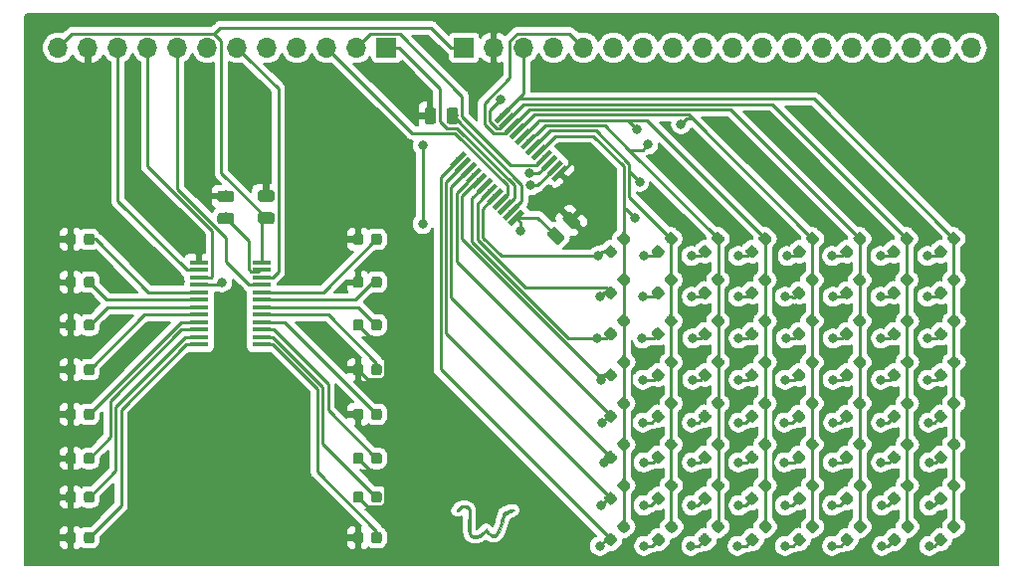
<source format=gbr>
G04 #@! TF.GenerationSoftware,KiCad,Pcbnew,5.1.2*
G04 #@! TF.CreationDate,2019-05-22T13:27:26-05:00*
G04 #@! TF.ProjectId,SM16106,534d3136-3130-4362-9e6b-696361645f70,rev?*
G04 #@! TF.SameCoordinates,Original*
G04 #@! TF.FileFunction,Copper,L1,Top*
G04 #@! TF.FilePolarity,Positive*
%FSLAX46Y46*%
G04 Gerber Fmt 4.6, Leading zero omitted, Abs format (unit mm)*
G04 Created by KiCad (PCBNEW 5.1.2) date 2019-05-22 13:27:26*
%MOMM*%
%LPD*%
G04 APERTURE LIST*
%ADD10C,0.010000*%
%ADD11C,0.100000*%
%ADD12C,0.975000*%
%ADD13C,0.875000*%
%ADD14R,1.700000X1.700000*%
%ADD15O,1.700000X1.700000*%
%ADD16C,0.410000*%
%ADD17R,1.600000X0.410000*%
%ADD18C,0.800000*%
%ADD19C,0.250000*%
%ADD20C,0.159000*%
G04 APERTURE END LIST*
D10*
G36*
X153869413Y-104579101D02*
G01*
X154052476Y-104671441D01*
X154188408Y-104805243D01*
X154195789Y-104816445D01*
X154234296Y-104886560D01*
X154255787Y-104961161D01*
X154262260Y-105061906D01*
X154255713Y-105210454D01*
X154244912Y-105349000D01*
X154231318Y-105557176D01*
X154220127Y-105815106D01*
X154212606Y-106087886D01*
X154210038Y-106309064D01*
X154210779Y-106541042D01*
X154215613Y-106705025D01*
X154226695Y-106817664D01*
X154246180Y-106895610D01*
X154276225Y-106955512D01*
X154297732Y-106986397D01*
X154383602Y-107071274D01*
X154497178Y-107111004D01*
X154570016Y-107119227D01*
X154817890Y-107100096D01*
X155045719Y-107002890D01*
X155259344Y-106824818D01*
X155314224Y-106763825D01*
X155418892Y-106650241D01*
X155509066Y-106568178D01*
X155566141Y-106534453D01*
X155568112Y-106534334D01*
X155623755Y-106567452D01*
X155697182Y-106651096D01*
X155729505Y-106698393D01*
X155876869Y-106889127D01*
X156026913Y-107003226D01*
X156174284Y-107039020D01*
X156313631Y-106994837D01*
X156407971Y-106910223D01*
X156488653Y-106801415D01*
X156558934Y-106673458D01*
X156626082Y-106509221D01*
X156697364Y-106291574D01*
X156755985Y-106089834D01*
X156815450Y-105879010D01*
X156877683Y-105659557D01*
X156931333Y-105471471D01*
X156942246Y-105433442D01*
X157021416Y-105158050D01*
X157449565Y-104994582D01*
X157667567Y-104915972D01*
X157815998Y-104873703D01*
X157901001Y-104866227D01*
X157922145Y-104875545D01*
X157952677Y-104934474D01*
X157919740Y-104994145D01*
X157817286Y-105059634D01*
X157639270Y-105136021D01*
X157589887Y-105154600D01*
X157430263Y-105216840D01*
X157299296Y-105273866D01*
X157219270Y-105315783D01*
X157208527Y-105323933D01*
X157180315Y-105380037D01*
X157136526Y-105501746D01*
X157082553Y-105672637D01*
X157023790Y-105876288D01*
X157007251Y-105936804D01*
X156896737Y-106318610D01*
X156790651Y-106623568D01*
X156684846Y-106859062D01*
X156575173Y-107032475D01*
X156457485Y-107151190D01*
X156327635Y-107222591D01*
X156276069Y-107238398D01*
X156102379Y-107241191D01*
X155918574Y-107174646D01*
X155746259Y-107047924D01*
X155692569Y-106990944D01*
X155541511Y-106814467D01*
X155371542Y-106991355D01*
X155187034Y-107157866D01*
X155003712Y-107260737D01*
X154790918Y-107314778D01*
X154676413Y-107327186D01*
X154518971Y-107333485D01*
X154409906Y-107317957D01*
X154314244Y-107273620D01*
X154272334Y-107246552D01*
X154144087Y-107118677D01*
X154052698Y-106931493D01*
X153997655Y-106681317D01*
X153978449Y-106364461D01*
X153994569Y-105977242D01*
X154039182Y-105563076D01*
X154067945Y-105311873D01*
X154075189Y-105128459D01*
X154057137Y-104997833D01*
X154010009Y-104904997D01*
X153930027Y-104834951D01*
X153843702Y-104787122D01*
X153698658Y-104742101D01*
X153560297Y-104760585D01*
X153412541Y-104847350D01*
X153296579Y-104949650D01*
X153201116Y-105035110D01*
X153138509Y-105065811D01*
X153086292Y-105051090D01*
X153073527Y-105042361D01*
X153026073Y-104997661D01*
X153032352Y-104948669D01*
X153070525Y-104889482D01*
X153179960Y-104776072D01*
X153332501Y-104669287D01*
X153497405Y-104586782D01*
X153643928Y-104546212D01*
X153670974Y-104544667D01*
X153869413Y-104579101D01*
X153869413Y-104579101D01*
G37*
X153869413Y-104579101D02*
X154052476Y-104671441D01*
X154188408Y-104805243D01*
X154195789Y-104816445D01*
X154234296Y-104886560D01*
X154255787Y-104961161D01*
X154262260Y-105061906D01*
X154255713Y-105210454D01*
X154244912Y-105349000D01*
X154231318Y-105557176D01*
X154220127Y-105815106D01*
X154212606Y-106087886D01*
X154210038Y-106309064D01*
X154210779Y-106541042D01*
X154215613Y-106705025D01*
X154226695Y-106817664D01*
X154246180Y-106895610D01*
X154276225Y-106955512D01*
X154297732Y-106986397D01*
X154383602Y-107071274D01*
X154497178Y-107111004D01*
X154570016Y-107119227D01*
X154817890Y-107100096D01*
X155045719Y-107002890D01*
X155259344Y-106824818D01*
X155314224Y-106763825D01*
X155418892Y-106650241D01*
X155509066Y-106568178D01*
X155566141Y-106534453D01*
X155568112Y-106534334D01*
X155623755Y-106567452D01*
X155697182Y-106651096D01*
X155729505Y-106698393D01*
X155876869Y-106889127D01*
X156026913Y-107003226D01*
X156174284Y-107039020D01*
X156313631Y-106994837D01*
X156407971Y-106910223D01*
X156488653Y-106801415D01*
X156558934Y-106673458D01*
X156626082Y-106509221D01*
X156697364Y-106291574D01*
X156755985Y-106089834D01*
X156815450Y-105879010D01*
X156877683Y-105659557D01*
X156931333Y-105471471D01*
X156942246Y-105433442D01*
X157021416Y-105158050D01*
X157449565Y-104994582D01*
X157667567Y-104915972D01*
X157815998Y-104873703D01*
X157901001Y-104866227D01*
X157922145Y-104875545D01*
X157952677Y-104934474D01*
X157919740Y-104994145D01*
X157817286Y-105059634D01*
X157639270Y-105136021D01*
X157589887Y-105154600D01*
X157430263Y-105216840D01*
X157299296Y-105273866D01*
X157219270Y-105315783D01*
X157208527Y-105323933D01*
X157180315Y-105380037D01*
X157136526Y-105501746D01*
X157082553Y-105672637D01*
X157023790Y-105876288D01*
X157007251Y-105936804D01*
X156896737Y-106318610D01*
X156790651Y-106623568D01*
X156684846Y-106859062D01*
X156575173Y-107032475D01*
X156457485Y-107151190D01*
X156327635Y-107222591D01*
X156276069Y-107238398D01*
X156102379Y-107241191D01*
X155918574Y-107174646D01*
X155746259Y-107047924D01*
X155692569Y-106990944D01*
X155541511Y-106814467D01*
X155371542Y-106991355D01*
X155187034Y-107157866D01*
X155003712Y-107260737D01*
X154790918Y-107314778D01*
X154676413Y-107327186D01*
X154518971Y-107333485D01*
X154409906Y-107317957D01*
X154314244Y-107273620D01*
X154272334Y-107246552D01*
X154144087Y-107118677D01*
X154052698Y-106931493D01*
X153997655Y-106681317D01*
X153978449Y-106364461D01*
X153994569Y-105977242D01*
X154039182Y-105563076D01*
X154067945Y-105311873D01*
X154075189Y-105128459D01*
X154057137Y-104997833D01*
X154010009Y-104904997D01*
X153930027Y-104834951D01*
X153843702Y-104787122D01*
X153698658Y-104742101D01*
X153560297Y-104760585D01*
X153412541Y-104847350D01*
X153296579Y-104949650D01*
X153201116Y-105035110D01*
X153138509Y-105065811D01*
X153086292Y-105051090D01*
X153073527Y-105042361D01*
X153026073Y-104997661D01*
X153032352Y-104948669D01*
X153070525Y-104889482D01*
X153179960Y-104776072D01*
X153332501Y-104669287D01*
X153497405Y-104586782D01*
X153643928Y-104546212D01*
X153670974Y-104544667D01*
X153869413Y-104579101D01*
D11*
G36*
X161360719Y-80875362D02*
G01*
X161384380Y-80878872D01*
X161407584Y-80884684D01*
X161430106Y-80892742D01*
X161451730Y-80902970D01*
X161472247Y-80915267D01*
X161491460Y-80929517D01*
X161509184Y-80945581D01*
X162154419Y-81590816D01*
X162170483Y-81608540D01*
X162184733Y-81627753D01*
X162197030Y-81648270D01*
X162207258Y-81669894D01*
X162215316Y-81692416D01*
X162221128Y-81715620D01*
X162224638Y-81739281D01*
X162225812Y-81763173D01*
X162224638Y-81787065D01*
X162221128Y-81810726D01*
X162215316Y-81833930D01*
X162207258Y-81856452D01*
X162197030Y-81878076D01*
X162184733Y-81898593D01*
X162170483Y-81917806D01*
X162154419Y-81935530D01*
X161809704Y-82280245D01*
X161791980Y-82296309D01*
X161772767Y-82310559D01*
X161752250Y-82322856D01*
X161730626Y-82333084D01*
X161708104Y-82341142D01*
X161684900Y-82346954D01*
X161661239Y-82350464D01*
X161637347Y-82351638D01*
X161613455Y-82350464D01*
X161589794Y-82346954D01*
X161566590Y-82341142D01*
X161544068Y-82333084D01*
X161522444Y-82322856D01*
X161501927Y-82310559D01*
X161482714Y-82296309D01*
X161464990Y-82280245D01*
X160819755Y-81635010D01*
X160803691Y-81617286D01*
X160789441Y-81598073D01*
X160777144Y-81577556D01*
X160766916Y-81555932D01*
X160758858Y-81533410D01*
X160753046Y-81510206D01*
X160749536Y-81486545D01*
X160748362Y-81462653D01*
X160749536Y-81438761D01*
X160753046Y-81415100D01*
X160758858Y-81391896D01*
X160766916Y-81369374D01*
X160777144Y-81347750D01*
X160789441Y-81327233D01*
X160803691Y-81308020D01*
X160819755Y-81290296D01*
X161164470Y-80945581D01*
X161182194Y-80929517D01*
X161201407Y-80915267D01*
X161221924Y-80902970D01*
X161243548Y-80892742D01*
X161266070Y-80884684D01*
X161289274Y-80878872D01*
X161312935Y-80875362D01*
X161336827Y-80874188D01*
X161360719Y-80875362D01*
X161360719Y-80875362D01*
G37*
D12*
X161487087Y-81612913D03*
D11*
G36*
X162686545Y-79549536D02*
G01*
X162710206Y-79553046D01*
X162733410Y-79558858D01*
X162755932Y-79566916D01*
X162777556Y-79577144D01*
X162798073Y-79589441D01*
X162817286Y-79603691D01*
X162835010Y-79619755D01*
X163480245Y-80264990D01*
X163496309Y-80282714D01*
X163510559Y-80301927D01*
X163522856Y-80322444D01*
X163533084Y-80344068D01*
X163541142Y-80366590D01*
X163546954Y-80389794D01*
X163550464Y-80413455D01*
X163551638Y-80437347D01*
X163550464Y-80461239D01*
X163546954Y-80484900D01*
X163541142Y-80508104D01*
X163533084Y-80530626D01*
X163522856Y-80552250D01*
X163510559Y-80572767D01*
X163496309Y-80591980D01*
X163480245Y-80609704D01*
X163135530Y-80954419D01*
X163117806Y-80970483D01*
X163098593Y-80984733D01*
X163078076Y-80997030D01*
X163056452Y-81007258D01*
X163033930Y-81015316D01*
X163010726Y-81021128D01*
X162987065Y-81024638D01*
X162963173Y-81025812D01*
X162939281Y-81024638D01*
X162915620Y-81021128D01*
X162892416Y-81015316D01*
X162869894Y-81007258D01*
X162848270Y-80997030D01*
X162827753Y-80984733D01*
X162808540Y-80970483D01*
X162790816Y-80954419D01*
X162145581Y-80309184D01*
X162129517Y-80291460D01*
X162115267Y-80272247D01*
X162102970Y-80251730D01*
X162092742Y-80230106D01*
X162084684Y-80207584D01*
X162078872Y-80184380D01*
X162075362Y-80160719D01*
X162074188Y-80136827D01*
X162075362Y-80112935D01*
X162078872Y-80089274D01*
X162084684Y-80066070D01*
X162092742Y-80043548D01*
X162102970Y-80021924D01*
X162115267Y-80001407D01*
X162129517Y-79982194D01*
X162145581Y-79964470D01*
X162490296Y-79619755D01*
X162508020Y-79603691D01*
X162527233Y-79589441D01*
X162547750Y-79577144D01*
X162569374Y-79566916D01*
X162591896Y-79558858D01*
X162615100Y-79553046D01*
X162638761Y-79549536D01*
X162662653Y-79548362D01*
X162686545Y-79549536D01*
X162686545Y-79549536D01*
G37*
D12*
X162812913Y-80287087D03*
D11*
G36*
X137330142Y-77738673D02*
G01*
X137353803Y-77742183D01*
X137377007Y-77747995D01*
X137399529Y-77756053D01*
X137421153Y-77766281D01*
X137441670Y-77778578D01*
X137460883Y-77792828D01*
X137478607Y-77808892D01*
X137494671Y-77826616D01*
X137508921Y-77845829D01*
X137521218Y-77866346D01*
X137531446Y-77887970D01*
X137539504Y-77910492D01*
X137545316Y-77933696D01*
X137548826Y-77957357D01*
X137550000Y-77981249D01*
X137550000Y-78468749D01*
X137548826Y-78492641D01*
X137545316Y-78516302D01*
X137539504Y-78539506D01*
X137531446Y-78562028D01*
X137521218Y-78583652D01*
X137508921Y-78604169D01*
X137494671Y-78623382D01*
X137478607Y-78641106D01*
X137460883Y-78657170D01*
X137441670Y-78671420D01*
X137421153Y-78683717D01*
X137399529Y-78693945D01*
X137377007Y-78702003D01*
X137353803Y-78707815D01*
X137330142Y-78711325D01*
X137306250Y-78712499D01*
X136393750Y-78712499D01*
X136369858Y-78711325D01*
X136346197Y-78707815D01*
X136322993Y-78702003D01*
X136300471Y-78693945D01*
X136278847Y-78683717D01*
X136258330Y-78671420D01*
X136239117Y-78657170D01*
X136221393Y-78641106D01*
X136205329Y-78623382D01*
X136191079Y-78604169D01*
X136178782Y-78583652D01*
X136168554Y-78562028D01*
X136160496Y-78539506D01*
X136154684Y-78516302D01*
X136151174Y-78492641D01*
X136150000Y-78468749D01*
X136150000Y-77981249D01*
X136151174Y-77957357D01*
X136154684Y-77933696D01*
X136160496Y-77910492D01*
X136168554Y-77887970D01*
X136178782Y-77866346D01*
X136191079Y-77845829D01*
X136205329Y-77826616D01*
X136221393Y-77808892D01*
X136239117Y-77792828D01*
X136258330Y-77778578D01*
X136278847Y-77766281D01*
X136300471Y-77756053D01*
X136322993Y-77747995D01*
X136346197Y-77742183D01*
X136369858Y-77738673D01*
X136393750Y-77737499D01*
X137306250Y-77737499D01*
X137330142Y-77738673D01*
X137330142Y-77738673D01*
G37*
D12*
X136850000Y-78224999D03*
D11*
G36*
X137330142Y-79613673D02*
G01*
X137353803Y-79617183D01*
X137377007Y-79622995D01*
X137399529Y-79631053D01*
X137421153Y-79641281D01*
X137441670Y-79653578D01*
X137460883Y-79667828D01*
X137478607Y-79683892D01*
X137494671Y-79701616D01*
X137508921Y-79720829D01*
X137521218Y-79741346D01*
X137531446Y-79762970D01*
X137539504Y-79785492D01*
X137545316Y-79808696D01*
X137548826Y-79832357D01*
X137550000Y-79856249D01*
X137550000Y-80343749D01*
X137548826Y-80367641D01*
X137545316Y-80391302D01*
X137539504Y-80414506D01*
X137531446Y-80437028D01*
X137521218Y-80458652D01*
X137508921Y-80479169D01*
X137494671Y-80498382D01*
X137478607Y-80516106D01*
X137460883Y-80532170D01*
X137441670Y-80546420D01*
X137421153Y-80558717D01*
X137399529Y-80568945D01*
X137377007Y-80577003D01*
X137353803Y-80582815D01*
X137330142Y-80586325D01*
X137306250Y-80587499D01*
X136393750Y-80587499D01*
X136369858Y-80586325D01*
X136346197Y-80582815D01*
X136322993Y-80577003D01*
X136300471Y-80568945D01*
X136278847Y-80558717D01*
X136258330Y-80546420D01*
X136239117Y-80532170D01*
X136221393Y-80516106D01*
X136205329Y-80498382D01*
X136191079Y-80479169D01*
X136178782Y-80458652D01*
X136168554Y-80437028D01*
X136160496Y-80414506D01*
X136154684Y-80391302D01*
X136151174Y-80367641D01*
X136150000Y-80343749D01*
X136150000Y-79856249D01*
X136151174Y-79832357D01*
X136154684Y-79808696D01*
X136160496Y-79785492D01*
X136168554Y-79762970D01*
X136178782Y-79741346D01*
X136191079Y-79720829D01*
X136205329Y-79701616D01*
X136221393Y-79683892D01*
X136239117Y-79667828D01*
X136258330Y-79653578D01*
X136278847Y-79641281D01*
X136300471Y-79631053D01*
X136322993Y-79622995D01*
X136346197Y-79617183D01*
X136369858Y-79613673D01*
X136393750Y-79612499D01*
X137306250Y-79612499D01*
X137330142Y-79613673D01*
X137330142Y-79613673D01*
G37*
D12*
X136850000Y-80099999D03*
D11*
G36*
X120452691Y-81426053D02*
G01*
X120473926Y-81429203D01*
X120494750Y-81434419D01*
X120514962Y-81441651D01*
X120534368Y-81450830D01*
X120552781Y-81461866D01*
X120570024Y-81474654D01*
X120585930Y-81489070D01*
X120600346Y-81504976D01*
X120613134Y-81522219D01*
X120624170Y-81540632D01*
X120633349Y-81560038D01*
X120640581Y-81580250D01*
X120645797Y-81601074D01*
X120648947Y-81622309D01*
X120650000Y-81643750D01*
X120650000Y-82156250D01*
X120648947Y-82177691D01*
X120645797Y-82198926D01*
X120640581Y-82219750D01*
X120633349Y-82239962D01*
X120624170Y-82259368D01*
X120613134Y-82277781D01*
X120600346Y-82295024D01*
X120585930Y-82310930D01*
X120570024Y-82325346D01*
X120552781Y-82338134D01*
X120534368Y-82349170D01*
X120514962Y-82358349D01*
X120494750Y-82365581D01*
X120473926Y-82370797D01*
X120452691Y-82373947D01*
X120431250Y-82375000D01*
X119993750Y-82375000D01*
X119972309Y-82373947D01*
X119951074Y-82370797D01*
X119930250Y-82365581D01*
X119910038Y-82358349D01*
X119890632Y-82349170D01*
X119872219Y-82338134D01*
X119854976Y-82325346D01*
X119839070Y-82310930D01*
X119824654Y-82295024D01*
X119811866Y-82277781D01*
X119800830Y-82259368D01*
X119791651Y-82239962D01*
X119784419Y-82219750D01*
X119779203Y-82198926D01*
X119776053Y-82177691D01*
X119775000Y-82156250D01*
X119775000Y-81643750D01*
X119776053Y-81622309D01*
X119779203Y-81601074D01*
X119784419Y-81580250D01*
X119791651Y-81560038D01*
X119800830Y-81540632D01*
X119811866Y-81522219D01*
X119824654Y-81504976D01*
X119839070Y-81489070D01*
X119854976Y-81474654D01*
X119872219Y-81461866D01*
X119890632Y-81450830D01*
X119910038Y-81441651D01*
X119930250Y-81434419D01*
X119951074Y-81429203D01*
X119972309Y-81426053D01*
X119993750Y-81425000D01*
X120431250Y-81425000D01*
X120452691Y-81426053D01*
X120452691Y-81426053D01*
G37*
D13*
X120212500Y-81900000D03*
D11*
G36*
X122027691Y-81426053D02*
G01*
X122048926Y-81429203D01*
X122069750Y-81434419D01*
X122089962Y-81441651D01*
X122109368Y-81450830D01*
X122127781Y-81461866D01*
X122145024Y-81474654D01*
X122160930Y-81489070D01*
X122175346Y-81504976D01*
X122188134Y-81522219D01*
X122199170Y-81540632D01*
X122208349Y-81560038D01*
X122215581Y-81580250D01*
X122220797Y-81601074D01*
X122223947Y-81622309D01*
X122225000Y-81643750D01*
X122225000Y-82156250D01*
X122223947Y-82177691D01*
X122220797Y-82198926D01*
X122215581Y-82219750D01*
X122208349Y-82239962D01*
X122199170Y-82259368D01*
X122188134Y-82277781D01*
X122175346Y-82295024D01*
X122160930Y-82310930D01*
X122145024Y-82325346D01*
X122127781Y-82338134D01*
X122109368Y-82349170D01*
X122089962Y-82358349D01*
X122069750Y-82365581D01*
X122048926Y-82370797D01*
X122027691Y-82373947D01*
X122006250Y-82375000D01*
X121568750Y-82375000D01*
X121547309Y-82373947D01*
X121526074Y-82370797D01*
X121505250Y-82365581D01*
X121485038Y-82358349D01*
X121465632Y-82349170D01*
X121447219Y-82338134D01*
X121429976Y-82325346D01*
X121414070Y-82310930D01*
X121399654Y-82295024D01*
X121386866Y-82277781D01*
X121375830Y-82259368D01*
X121366651Y-82239962D01*
X121359419Y-82219750D01*
X121354203Y-82198926D01*
X121351053Y-82177691D01*
X121350000Y-82156250D01*
X121350000Y-81643750D01*
X121351053Y-81622309D01*
X121354203Y-81601074D01*
X121359419Y-81580250D01*
X121366651Y-81560038D01*
X121375830Y-81540632D01*
X121386866Y-81522219D01*
X121399654Y-81504976D01*
X121414070Y-81489070D01*
X121429976Y-81474654D01*
X121447219Y-81461866D01*
X121465632Y-81450830D01*
X121485038Y-81441651D01*
X121505250Y-81434419D01*
X121526074Y-81429203D01*
X121547309Y-81426053D01*
X121568750Y-81425000D01*
X122006250Y-81425000D01*
X122027691Y-81426053D01*
X122027691Y-81426053D01*
G37*
D13*
X121787500Y-81900000D03*
D11*
G36*
X122027691Y-85076053D02*
G01*
X122048926Y-85079203D01*
X122069750Y-85084419D01*
X122089962Y-85091651D01*
X122109368Y-85100830D01*
X122127781Y-85111866D01*
X122145024Y-85124654D01*
X122160930Y-85139070D01*
X122175346Y-85154976D01*
X122188134Y-85172219D01*
X122199170Y-85190632D01*
X122208349Y-85210038D01*
X122215581Y-85230250D01*
X122220797Y-85251074D01*
X122223947Y-85272309D01*
X122225000Y-85293750D01*
X122225000Y-85806250D01*
X122223947Y-85827691D01*
X122220797Y-85848926D01*
X122215581Y-85869750D01*
X122208349Y-85889962D01*
X122199170Y-85909368D01*
X122188134Y-85927781D01*
X122175346Y-85945024D01*
X122160930Y-85960930D01*
X122145024Y-85975346D01*
X122127781Y-85988134D01*
X122109368Y-85999170D01*
X122089962Y-86008349D01*
X122069750Y-86015581D01*
X122048926Y-86020797D01*
X122027691Y-86023947D01*
X122006250Y-86025000D01*
X121568750Y-86025000D01*
X121547309Y-86023947D01*
X121526074Y-86020797D01*
X121505250Y-86015581D01*
X121485038Y-86008349D01*
X121465632Y-85999170D01*
X121447219Y-85988134D01*
X121429976Y-85975346D01*
X121414070Y-85960930D01*
X121399654Y-85945024D01*
X121386866Y-85927781D01*
X121375830Y-85909368D01*
X121366651Y-85889962D01*
X121359419Y-85869750D01*
X121354203Y-85848926D01*
X121351053Y-85827691D01*
X121350000Y-85806250D01*
X121350000Y-85293750D01*
X121351053Y-85272309D01*
X121354203Y-85251074D01*
X121359419Y-85230250D01*
X121366651Y-85210038D01*
X121375830Y-85190632D01*
X121386866Y-85172219D01*
X121399654Y-85154976D01*
X121414070Y-85139070D01*
X121429976Y-85124654D01*
X121447219Y-85111866D01*
X121465632Y-85100830D01*
X121485038Y-85091651D01*
X121505250Y-85084419D01*
X121526074Y-85079203D01*
X121547309Y-85076053D01*
X121568750Y-85075000D01*
X122006250Y-85075000D01*
X122027691Y-85076053D01*
X122027691Y-85076053D01*
G37*
D13*
X121787500Y-85550000D03*
D11*
G36*
X120452691Y-85076053D02*
G01*
X120473926Y-85079203D01*
X120494750Y-85084419D01*
X120514962Y-85091651D01*
X120534368Y-85100830D01*
X120552781Y-85111866D01*
X120570024Y-85124654D01*
X120585930Y-85139070D01*
X120600346Y-85154976D01*
X120613134Y-85172219D01*
X120624170Y-85190632D01*
X120633349Y-85210038D01*
X120640581Y-85230250D01*
X120645797Y-85251074D01*
X120648947Y-85272309D01*
X120650000Y-85293750D01*
X120650000Y-85806250D01*
X120648947Y-85827691D01*
X120645797Y-85848926D01*
X120640581Y-85869750D01*
X120633349Y-85889962D01*
X120624170Y-85909368D01*
X120613134Y-85927781D01*
X120600346Y-85945024D01*
X120585930Y-85960930D01*
X120570024Y-85975346D01*
X120552781Y-85988134D01*
X120534368Y-85999170D01*
X120514962Y-86008349D01*
X120494750Y-86015581D01*
X120473926Y-86020797D01*
X120452691Y-86023947D01*
X120431250Y-86025000D01*
X119993750Y-86025000D01*
X119972309Y-86023947D01*
X119951074Y-86020797D01*
X119930250Y-86015581D01*
X119910038Y-86008349D01*
X119890632Y-85999170D01*
X119872219Y-85988134D01*
X119854976Y-85975346D01*
X119839070Y-85960930D01*
X119824654Y-85945024D01*
X119811866Y-85927781D01*
X119800830Y-85909368D01*
X119791651Y-85889962D01*
X119784419Y-85869750D01*
X119779203Y-85848926D01*
X119776053Y-85827691D01*
X119775000Y-85806250D01*
X119775000Y-85293750D01*
X119776053Y-85272309D01*
X119779203Y-85251074D01*
X119784419Y-85230250D01*
X119791651Y-85210038D01*
X119800830Y-85190632D01*
X119811866Y-85172219D01*
X119824654Y-85154976D01*
X119839070Y-85139070D01*
X119854976Y-85124654D01*
X119872219Y-85111866D01*
X119890632Y-85100830D01*
X119910038Y-85091651D01*
X119930250Y-85084419D01*
X119951074Y-85079203D01*
X119972309Y-85076053D01*
X119993750Y-85075000D01*
X120431250Y-85075000D01*
X120452691Y-85076053D01*
X120452691Y-85076053D01*
G37*
D13*
X120212500Y-85550000D03*
D11*
G36*
X122027691Y-88726053D02*
G01*
X122048926Y-88729203D01*
X122069750Y-88734419D01*
X122089962Y-88741651D01*
X122109368Y-88750830D01*
X122127781Y-88761866D01*
X122145024Y-88774654D01*
X122160930Y-88789070D01*
X122175346Y-88804976D01*
X122188134Y-88822219D01*
X122199170Y-88840632D01*
X122208349Y-88860038D01*
X122215581Y-88880250D01*
X122220797Y-88901074D01*
X122223947Y-88922309D01*
X122225000Y-88943750D01*
X122225000Y-89456250D01*
X122223947Y-89477691D01*
X122220797Y-89498926D01*
X122215581Y-89519750D01*
X122208349Y-89539962D01*
X122199170Y-89559368D01*
X122188134Y-89577781D01*
X122175346Y-89595024D01*
X122160930Y-89610930D01*
X122145024Y-89625346D01*
X122127781Y-89638134D01*
X122109368Y-89649170D01*
X122089962Y-89658349D01*
X122069750Y-89665581D01*
X122048926Y-89670797D01*
X122027691Y-89673947D01*
X122006250Y-89675000D01*
X121568750Y-89675000D01*
X121547309Y-89673947D01*
X121526074Y-89670797D01*
X121505250Y-89665581D01*
X121485038Y-89658349D01*
X121465632Y-89649170D01*
X121447219Y-89638134D01*
X121429976Y-89625346D01*
X121414070Y-89610930D01*
X121399654Y-89595024D01*
X121386866Y-89577781D01*
X121375830Y-89559368D01*
X121366651Y-89539962D01*
X121359419Y-89519750D01*
X121354203Y-89498926D01*
X121351053Y-89477691D01*
X121350000Y-89456250D01*
X121350000Y-88943750D01*
X121351053Y-88922309D01*
X121354203Y-88901074D01*
X121359419Y-88880250D01*
X121366651Y-88860038D01*
X121375830Y-88840632D01*
X121386866Y-88822219D01*
X121399654Y-88804976D01*
X121414070Y-88789070D01*
X121429976Y-88774654D01*
X121447219Y-88761866D01*
X121465632Y-88750830D01*
X121485038Y-88741651D01*
X121505250Y-88734419D01*
X121526074Y-88729203D01*
X121547309Y-88726053D01*
X121568750Y-88725000D01*
X122006250Y-88725000D01*
X122027691Y-88726053D01*
X122027691Y-88726053D01*
G37*
D13*
X121787500Y-89200000D03*
D11*
G36*
X120452691Y-88726053D02*
G01*
X120473926Y-88729203D01*
X120494750Y-88734419D01*
X120514962Y-88741651D01*
X120534368Y-88750830D01*
X120552781Y-88761866D01*
X120570024Y-88774654D01*
X120585930Y-88789070D01*
X120600346Y-88804976D01*
X120613134Y-88822219D01*
X120624170Y-88840632D01*
X120633349Y-88860038D01*
X120640581Y-88880250D01*
X120645797Y-88901074D01*
X120648947Y-88922309D01*
X120650000Y-88943750D01*
X120650000Y-89456250D01*
X120648947Y-89477691D01*
X120645797Y-89498926D01*
X120640581Y-89519750D01*
X120633349Y-89539962D01*
X120624170Y-89559368D01*
X120613134Y-89577781D01*
X120600346Y-89595024D01*
X120585930Y-89610930D01*
X120570024Y-89625346D01*
X120552781Y-89638134D01*
X120534368Y-89649170D01*
X120514962Y-89658349D01*
X120494750Y-89665581D01*
X120473926Y-89670797D01*
X120452691Y-89673947D01*
X120431250Y-89675000D01*
X119993750Y-89675000D01*
X119972309Y-89673947D01*
X119951074Y-89670797D01*
X119930250Y-89665581D01*
X119910038Y-89658349D01*
X119890632Y-89649170D01*
X119872219Y-89638134D01*
X119854976Y-89625346D01*
X119839070Y-89610930D01*
X119824654Y-89595024D01*
X119811866Y-89577781D01*
X119800830Y-89559368D01*
X119791651Y-89539962D01*
X119784419Y-89519750D01*
X119779203Y-89498926D01*
X119776053Y-89477691D01*
X119775000Y-89456250D01*
X119775000Y-88943750D01*
X119776053Y-88922309D01*
X119779203Y-88901074D01*
X119784419Y-88880250D01*
X119791651Y-88860038D01*
X119800830Y-88840632D01*
X119811866Y-88822219D01*
X119824654Y-88804976D01*
X119839070Y-88789070D01*
X119854976Y-88774654D01*
X119872219Y-88761866D01*
X119890632Y-88750830D01*
X119910038Y-88741651D01*
X119930250Y-88734419D01*
X119951074Y-88729203D01*
X119972309Y-88726053D01*
X119993750Y-88725000D01*
X120431250Y-88725000D01*
X120452691Y-88726053D01*
X120452691Y-88726053D01*
G37*
D13*
X120212500Y-89200000D03*
D11*
G36*
X122027691Y-92526053D02*
G01*
X122048926Y-92529203D01*
X122069750Y-92534419D01*
X122089962Y-92541651D01*
X122109368Y-92550830D01*
X122127781Y-92561866D01*
X122145024Y-92574654D01*
X122160930Y-92589070D01*
X122175346Y-92604976D01*
X122188134Y-92622219D01*
X122199170Y-92640632D01*
X122208349Y-92660038D01*
X122215581Y-92680250D01*
X122220797Y-92701074D01*
X122223947Y-92722309D01*
X122225000Y-92743750D01*
X122225000Y-93256250D01*
X122223947Y-93277691D01*
X122220797Y-93298926D01*
X122215581Y-93319750D01*
X122208349Y-93339962D01*
X122199170Y-93359368D01*
X122188134Y-93377781D01*
X122175346Y-93395024D01*
X122160930Y-93410930D01*
X122145024Y-93425346D01*
X122127781Y-93438134D01*
X122109368Y-93449170D01*
X122089962Y-93458349D01*
X122069750Y-93465581D01*
X122048926Y-93470797D01*
X122027691Y-93473947D01*
X122006250Y-93475000D01*
X121568750Y-93475000D01*
X121547309Y-93473947D01*
X121526074Y-93470797D01*
X121505250Y-93465581D01*
X121485038Y-93458349D01*
X121465632Y-93449170D01*
X121447219Y-93438134D01*
X121429976Y-93425346D01*
X121414070Y-93410930D01*
X121399654Y-93395024D01*
X121386866Y-93377781D01*
X121375830Y-93359368D01*
X121366651Y-93339962D01*
X121359419Y-93319750D01*
X121354203Y-93298926D01*
X121351053Y-93277691D01*
X121350000Y-93256250D01*
X121350000Y-92743750D01*
X121351053Y-92722309D01*
X121354203Y-92701074D01*
X121359419Y-92680250D01*
X121366651Y-92660038D01*
X121375830Y-92640632D01*
X121386866Y-92622219D01*
X121399654Y-92604976D01*
X121414070Y-92589070D01*
X121429976Y-92574654D01*
X121447219Y-92561866D01*
X121465632Y-92550830D01*
X121485038Y-92541651D01*
X121505250Y-92534419D01*
X121526074Y-92529203D01*
X121547309Y-92526053D01*
X121568750Y-92525000D01*
X122006250Y-92525000D01*
X122027691Y-92526053D01*
X122027691Y-92526053D01*
G37*
D13*
X121787500Y-93000000D03*
D11*
G36*
X120452691Y-92526053D02*
G01*
X120473926Y-92529203D01*
X120494750Y-92534419D01*
X120514962Y-92541651D01*
X120534368Y-92550830D01*
X120552781Y-92561866D01*
X120570024Y-92574654D01*
X120585930Y-92589070D01*
X120600346Y-92604976D01*
X120613134Y-92622219D01*
X120624170Y-92640632D01*
X120633349Y-92660038D01*
X120640581Y-92680250D01*
X120645797Y-92701074D01*
X120648947Y-92722309D01*
X120650000Y-92743750D01*
X120650000Y-93256250D01*
X120648947Y-93277691D01*
X120645797Y-93298926D01*
X120640581Y-93319750D01*
X120633349Y-93339962D01*
X120624170Y-93359368D01*
X120613134Y-93377781D01*
X120600346Y-93395024D01*
X120585930Y-93410930D01*
X120570024Y-93425346D01*
X120552781Y-93438134D01*
X120534368Y-93449170D01*
X120514962Y-93458349D01*
X120494750Y-93465581D01*
X120473926Y-93470797D01*
X120452691Y-93473947D01*
X120431250Y-93475000D01*
X119993750Y-93475000D01*
X119972309Y-93473947D01*
X119951074Y-93470797D01*
X119930250Y-93465581D01*
X119910038Y-93458349D01*
X119890632Y-93449170D01*
X119872219Y-93438134D01*
X119854976Y-93425346D01*
X119839070Y-93410930D01*
X119824654Y-93395024D01*
X119811866Y-93377781D01*
X119800830Y-93359368D01*
X119791651Y-93339962D01*
X119784419Y-93319750D01*
X119779203Y-93298926D01*
X119776053Y-93277691D01*
X119775000Y-93256250D01*
X119775000Y-92743750D01*
X119776053Y-92722309D01*
X119779203Y-92701074D01*
X119784419Y-92680250D01*
X119791651Y-92660038D01*
X119800830Y-92640632D01*
X119811866Y-92622219D01*
X119824654Y-92604976D01*
X119839070Y-92589070D01*
X119854976Y-92574654D01*
X119872219Y-92561866D01*
X119890632Y-92550830D01*
X119910038Y-92541651D01*
X119930250Y-92534419D01*
X119951074Y-92529203D01*
X119972309Y-92526053D01*
X119993750Y-92525000D01*
X120431250Y-92525000D01*
X120452691Y-92526053D01*
X120452691Y-92526053D01*
G37*
D13*
X120212500Y-93000000D03*
D11*
G36*
X120452691Y-96326053D02*
G01*
X120473926Y-96329203D01*
X120494750Y-96334419D01*
X120514962Y-96341651D01*
X120534368Y-96350830D01*
X120552781Y-96361866D01*
X120570024Y-96374654D01*
X120585930Y-96389070D01*
X120600346Y-96404976D01*
X120613134Y-96422219D01*
X120624170Y-96440632D01*
X120633349Y-96460038D01*
X120640581Y-96480250D01*
X120645797Y-96501074D01*
X120648947Y-96522309D01*
X120650000Y-96543750D01*
X120650000Y-97056250D01*
X120648947Y-97077691D01*
X120645797Y-97098926D01*
X120640581Y-97119750D01*
X120633349Y-97139962D01*
X120624170Y-97159368D01*
X120613134Y-97177781D01*
X120600346Y-97195024D01*
X120585930Y-97210930D01*
X120570024Y-97225346D01*
X120552781Y-97238134D01*
X120534368Y-97249170D01*
X120514962Y-97258349D01*
X120494750Y-97265581D01*
X120473926Y-97270797D01*
X120452691Y-97273947D01*
X120431250Y-97275000D01*
X119993750Y-97275000D01*
X119972309Y-97273947D01*
X119951074Y-97270797D01*
X119930250Y-97265581D01*
X119910038Y-97258349D01*
X119890632Y-97249170D01*
X119872219Y-97238134D01*
X119854976Y-97225346D01*
X119839070Y-97210930D01*
X119824654Y-97195024D01*
X119811866Y-97177781D01*
X119800830Y-97159368D01*
X119791651Y-97139962D01*
X119784419Y-97119750D01*
X119779203Y-97098926D01*
X119776053Y-97077691D01*
X119775000Y-97056250D01*
X119775000Y-96543750D01*
X119776053Y-96522309D01*
X119779203Y-96501074D01*
X119784419Y-96480250D01*
X119791651Y-96460038D01*
X119800830Y-96440632D01*
X119811866Y-96422219D01*
X119824654Y-96404976D01*
X119839070Y-96389070D01*
X119854976Y-96374654D01*
X119872219Y-96361866D01*
X119890632Y-96350830D01*
X119910038Y-96341651D01*
X119930250Y-96334419D01*
X119951074Y-96329203D01*
X119972309Y-96326053D01*
X119993750Y-96325000D01*
X120431250Y-96325000D01*
X120452691Y-96326053D01*
X120452691Y-96326053D01*
G37*
D13*
X120212500Y-96800000D03*
D11*
G36*
X122027691Y-96326053D02*
G01*
X122048926Y-96329203D01*
X122069750Y-96334419D01*
X122089962Y-96341651D01*
X122109368Y-96350830D01*
X122127781Y-96361866D01*
X122145024Y-96374654D01*
X122160930Y-96389070D01*
X122175346Y-96404976D01*
X122188134Y-96422219D01*
X122199170Y-96440632D01*
X122208349Y-96460038D01*
X122215581Y-96480250D01*
X122220797Y-96501074D01*
X122223947Y-96522309D01*
X122225000Y-96543750D01*
X122225000Y-97056250D01*
X122223947Y-97077691D01*
X122220797Y-97098926D01*
X122215581Y-97119750D01*
X122208349Y-97139962D01*
X122199170Y-97159368D01*
X122188134Y-97177781D01*
X122175346Y-97195024D01*
X122160930Y-97210930D01*
X122145024Y-97225346D01*
X122127781Y-97238134D01*
X122109368Y-97249170D01*
X122089962Y-97258349D01*
X122069750Y-97265581D01*
X122048926Y-97270797D01*
X122027691Y-97273947D01*
X122006250Y-97275000D01*
X121568750Y-97275000D01*
X121547309Y-97273947D01*
X121526074Y-97270797D01*
X121505250Y-97265581D01*
X121485038Y-97258349D01*
X121465632Y-97249170D01*
X121447219Y-97238134D01*
X121429976Y-97225346D01*
X121414070Y-97210930D01*
X121399654Y-97195024D01*
X121386866Y-97177781D01*
X121375830Y-97159368D01*
X121366651Y-97139962D01*
X121359419Y-97119750D01*
X121354203Y-97098926D01*
X121351053Y-97077691D01*
X121350000Y-97056250D01*
X121350000Y-96543750D01*
X121351053Y-96522309D01*
X121354203Y-96501074D01*
X121359419Y-96480250D01*
X121366651Y-96460038D01*
X121375830Y-96440632D01*
X121386866Y-96422219D01*
X121399654Y-96404976D01*
X121414070Y-96389070D01*
X121429976Y-96374654D01*
X121447219Y-96361866D01*
X121465632Y-96350830D01*
X121485038Y-96341651D01*
X121505250Y-96334419D01*
X121526074Y-96329203D01*
X121547309Y-96326053D01*
X121568750Y-96325000D01*
X122006250Y-96325000D01*
X122027691Y-96326053D01*
X122027691Y-96326053D01*
G37*
D13*
X121787500Y-96800000D03*
D11*
G36*
X122027691Y-100076053D02*
G01*
X122048926Y-100079203D01*
X122069750Y-100084419D01*
X122089962Y-100091651D01*
X122109368Y-100100830D01*
X122127781Y-100111866D01*
X122145024Y-100124654D01*
X122160930Y-100139070D01*
X122175346Y-100154976D01*
X122188134Y-100172219D01*
X122199170Y-100190632D01*
X122208349Y-100210038D01*
X122215581Y-100230250D01*
X122220797Y-100251074D01*
X122223947Y-100272309D01*
X122225000Y-100293750D01*
X122225000Y-100806250D01*
X122223947Y-100827691D01*
X122220797Y-100848926D01*
X122215581Y-100869750D01*
X122208349Y-100889962D01*
X122199170Y-100909368D01*
X122188134Y-100927781D01*
X122175346Y-100945024D01*
X122160930Y-100960930D01*
X122145024Y-100975346D01*
X122127781Y-100988134D01*
X122109368Y-100999170D01*
X122089962Y-101008349D01*
X122069750Y-101015581D01*
X122048926Y-101020797D01*
X122027691Y-101023947D01*
X122006250Y-101025000D01*
X121568750Y-101025000D01*
X121547309Y-101023947D01*
X121526074Y-101020797D01*
X121505250Y-101015581D01*
X121485038Y-101008349D01*
X121465632Y-100999170D01*
X121447219Y-100988134D01*
X121429976Y-100975346D01*
X121414070Y-100960930D01*
X121399654Y-100945024D01*
X121386866Y-100927781D01*
X121375830Y-100909368D01*
X121366651Y-100889962D01*
X121359419Y-100869750D01*
X121354203Y-100848926D01*
X121351053Y-100827691D01*
X121350000Y-100806250D01*
X121350000Y-100293750D01*
X121351053Y-100272309D01*
X121354203Y-100251074D01*
X121359419Y-100230250D01*
X121366651Y-100210038D01*
X121375830Y-100190632D01*
X121386866Y-100172219D01*
X121399654Y-100154976D01*
X121414070Y-100139070D01*
X121429976Y-100124654D01*
X121447219Y-100111866D01*
X121465632Y-100100830D01*
X121485038Y-100091651D01*
X121505250Y-100084419D01*
X121526074Y-100079203D01*
X121547309Y-100076053D01*
X121568750Y-100075000D01*
X122006250Y-100075000D01*
X122027691Y-100076053D01*
X122027691Y-100076053D01*
G37*
D13*
X121787500Y-100550000D03*
D11*
G36*
X120452691Y-100076053D02*
G01*
X120473926Y-100079203D01*
X120494750Y-100084419D01*
X120514962Y-100091651D01*
X120534368Y-100100830D01*
X120552781Y-100111866D01*
X120570024Y-100124654D01*
X120585930Y-100139070D01*
X120600346Y-100154976D01*
X120613134Y-100172219D01*
X120624170Y-100190632D01*
X120633349Y-100210038D01*
X120640581Y-100230250D01*
X120645797Y-100251074D01*
X120648947Y-100272309D01*
X120650000Y-100293750D01*
X120650000Y-100806250D01*
X120648947Y-100827691D01*
X120645797Y-100848926D01*
X120640581Y-100869750D01*
X120633349Y-100889962D01*
X120624170Y-100909368D01*
X120613134Y-100927781D01*
X120600346Y-100945024D01*
X120585930Y-100960930D01*
X120570024Y-100975346D01*
X120552781Y-100988134D01*
X120534368Y-100999170D01*
X120514962Y-101008349D01*
X120494750Y-101015581D01*
X120473926Y-101020797D01*
X120452691Y-101023947D01*
X120431250Y-101025000D01*
X119993750Y-101025000D01*
X119972309Y-101023947D01*
X119951074Y-101020797D01*
X119930250Y-101015581D01*
X119910038Y-101008349D01*
X119890632Y-100999170D01*
X119872219Y-100988134D01*
X119854976Y-100975346D01*
X119839070Y-100960930D01*
X119824654Y-100945024D01*
X119811866Y-100927781D01*
X119800830Y-100909368D01*
X119791651Y-100889962D01*
X119784419Y-100869750D01*
X119779203Y-100848926D01*
X119776053Y-100827691D01*
X119775000Y-100806250D01*
X119775000Y-100293750D01*
X119776053Y-100272309D01*
X119779203Y-100251074D01*
X119784419Y-100230250D01*
X119791651Y-100210038D01*
X119800830Y-100190632D01*
X119811866Y-100172219D01*
X119824654Y-100154976D01*
X119839070Y-100139070D01*
X119854976Y-100124654D01*
X119872219Y-100111866D01*
X119890632Y-100100830D01*
X119910038Y-100091651D01*
X119930250Y-100084419D01*
X119951074Y-100079203D01*
X119972309Y-100076053D01*
X119993750Y-100075000D01*
X120431250Y-100075000D01*
X120452691Y-100076053D01*
X120452691Y-100076053D01*
G37*
D13*
X120212500Y-100550000D03*
D11*
G36*
X120452691Y-103376053D02*
G01*
X120473926Y-103379203D01*
X120494750Y-103384419D01*
X120514962Y-103391651D01*
X120534368Y-103400830D01*
X120552781Y-103411866D01*
X120570024Y-103424654D01*
X120585930Y-103439070D01*
X120600346Y-103454976D01*
X120613134Y-103472219D01*
X120624170Y-103490632D01*
X120633349Y-103510038D01*
X120640581Y-103530250D01*
X120645797Y-103551074D01*
X120648947Y-103572309D01*
X120650000Y-103593750D01*
X120650000Y-104106250D01*
X120648947Y-104127691D01*
X120645797Y-104148926D01*
X120640581Y-104169750D01*
X120633349Y-104189962D01*
X120624170Y-104209368D01*
X120613134Y-104227781D01*
X120600346Y-104245024D01*
X120585930Y-104260930D01*
X120570024Y-104275346D01*
X120552781Y-104288134D01*
X120534368Y-104299170D01*
X120514962Y-104308349D01*
X120494750Y-104315581D01*
X120473926Y-104320797D01*
X120452691Y-104323947D01*
X120431250Y-104325000D01*
X119993750Y-104325000D01*
X119972309Y-104323947D01*
X119951074Y-104320797D01*
X119930250Y-104315581D01*
X119910038Y-104308349D01*
X119890632Y-104299170D01*
X119872219Y-104288134D01*
X119854976Y-104275346D01*
X119839070Y-104260930D01*
X119824654Y-104245024D01*
X119811866Y-104227781D01*
X119800830Y-104209368D01*
X119791651Y-104189962D01*
X119784419Y-104169750D01*
X119779203Y-104148926D01*
X119776053Y-104127691D01*
X119775000Y-104106250D01*
X119775000Y-103593750D01*
X119776053Y-103572309D01*
X119779203Y-103551074D01*
X119784419Y-103530250D01*
X119791651Y-103510038D01*
X119800830Y-103490632D01*
X119811866Y-103472219D01*
X119824654Y-103454976D01*
X119839070Y-103439070D01*
X119854976Y-103424654D01*
X119872219Y-103411866D01*
X119890632Y-103400830D01*
X119910038Y-103391651D01*
X119930250Y-103384419D01*
X119951074Y-103379203D01*
X119972309Y-103376053D01*
X119993750Y-103375000D01*
X120431250Y-103375000D01*
X120452691Y-103376053D01*
X120452691Y-103376053D01*
G37*
D13*
X120212500Y-103850000D03*
D11*
G36*
X122027691Y-103376053D02*
G01*
X122048926Y-103379203D01*
X122069750Y-103384419D01*
X122089962Y-103391651D01*
X122109368Y-103400830D01*
X122127781Y-103411866D01*
X122145024Y-103424654D01*
X122160930Y-103439070D01*
X122175346Y-103454976D01*
X122188134Y-103472219D01*
X122199170Y-103490632D01*
X122208349Y-103510038D01*
X122215581Y-103530250D01*
X122220797Y-103551074D01*
X122223947Y-103572309D01*
X122225000Y-103593750D01*
X122225000Y-104106250D01*
X122223947Y-104127691D01*
X122220797Y-104148926D01*
X122215581Y-104169750D01*
X122208349Y-104189962D01*
X122199170Y-104209368D01*
X122188134Y-104227781D01*
X122175346Y-104245024D01*
X122160930Y-104260930D01*
X122145024Y-104275346D01*
X122127781Y-104288134D01*
X122109368Y-104299170D01*
X122089962Y-104308349D01*
X122069750Y-104315581D01*
X122048926Y-104320797D01*
X122027691Y-104323947D01*
X122006250Y-104325000D01*
X121568750Y-104325000D01*
X121547309Y-104323947D01*
X121526074Y-104320797D01*
X121505250Y-104315581D01*
X121485038Y-104308349D01*
X121465632Y-104299170D01*
X121447219Y-104288134D01*
X121429976Y-104275346D01*
X121414070Y-104260930D01*
X121399654Y-104245024D01*
X121386866Y-104227781D01*
X121375830Y-104209368D01*
X121366651Y-104189962D01*
X121359419Y-104169750D01*
X121354203Y-104148926D01*
X121351053Y-104127691D01*
X121350000Y-104106250D01*
X121350000Y-103593750D01*
X121351053Y-103572309D01*
X121354203Y-103551074D01*
X121359419Y-103530250D01*
X121366651Y-103510038D01*
X121375830Y-103490632D01*
X121386866Y-103472219D01*
X121399654Y-103454976D01*
X121414070Y-103439070D01*
X121429976Y-103424654D01*
X121447219Y-103411866D01*
X121465632Y-103400830D01*
X121485038Y-103391651D01*
X121505250Y-103384419D01*
X121526074Y-103379203D01*
X121547309Y-103376053D01*
X121568750Y-103375000D01*
X122006250Y-103375000D01*
X122027691Y-103376053D01*
X122027691Y-103376053D01*
G37*
D13*
X121787500Y-103850000D03*
D11*
G36*
X122027691Y-106826053D02*
G01*
X122048926Y-106829203D01*
X122069750Y-106834419D01*
X122089962Y-106841651D01*
X122109368Y-106850830D01*
X122127781Y-106861866D01*
X122145024Y-106874654D01*
X122160930Y-106889070D01*
X122175346Y-106904976D01*
X122188134Y-106922219D01*
X122199170Y-106940632D01*
X122208349Y-106960038D01*
X122215581Y-106980250D01*
X122220797Y-107001074D01*
X122223947Y-107022309D01*
X122225000Y-107043750D01*
X122225000Y-107556250D01*
X122223947Y-107577691D01*
X122220797Y-107598926D01*
X122215581Y-107619750D01*
X122208349Y-107639962D01*
X122199170Y-107659368D01*
X122188134Y-107677781D01*
X122175346Y-107695024D01*
X122160930Y-107710930D01*
X122145024Y-107725346D01*
X122127781Y-107738134D01*
X122109368Y-107749170D01*
X122089962Y-107758349D01*
X122069750Y-107765581D01*
X122048926Y-107770797D01*
X122027691Y-107773947D01*
X122006250Y-107775000D01*
X121568750Y-107775000D01*
X121547309Y-107773947D01*
X121526074Y-107770797D01*
X121505250Y-107765581D01*
X121485038Y-107758349D01*
X121465632Y-107749170D01*
X121447219Y-107738134D01*
X121429976Y-107725346D01*
X121414070Y-107710930D01*
X121399654Y-107695024D01*
X121386866Y-107677781D01*
X121375830Y-107659368D01*
X121366651Y-107639962D01*
X121359419Y-107619750D01*
X121354203Y-107598926D01*
X121351053Y-107577691D01*
X121350000Y-107556250D01*
X121350000Y-107043750D01*
X121351053Y-107022309D01*
X121354203Y-107001074D01*
X121359419Y-106980250D01*
X121366651Y-106960038D01*
X121375830Y-106940632D01*
X121386866Y-106922219D01*
X121399654Y-106904976D01*
X121414070Y-106889070D01*
X121429976Y-106874654D01*
X121447219Y-106861866D01*
X121465632Y-106850830D01*
X121485038Y-106841651D01*
X121505250Y-106834419D01*
X121526074Y-106829203D01*
X121547309Y-106826053D01*
X121568750Y-106825000D01*
X122006250Y-106825000D01*
X122027691Y-106826053D01*
X122027691Y-106826053D01*
G37*
D13*
X121787500Y-107300000D03*
D11*
G36*
X120452691Y-106826053D02*
G01*
X120473926Y-106829203D01*
X120494750Y-106834419D01*
X120514962Y-106841651D01*
X120534368Y-106850830D01*
X120552781Y-106861866D01*
X120570024Y-106874654D01*
X120585930Y-106889070D01*
X120600346Y-106904976D01*
X120613134Y-106922219D01*
X120624170Y-106940632D01*
X120633349Y-106960038D01*
X120640581Y-106980250D01*
X120645797Y-107001074D01*
X120648947Y-107022309D01*
X120650000Y-107043750D01*
X120650000Y-107556250D01*
X120648947Y-107577691D01*
X120645797Y-107598926D01*
X120640581Y-107619750D01*
X120633349Y-107639962D01*
X120624170Y-107659368D01*
X120613134Y-107677781D01*
X120600346Y-107695024D01*
X120585930Y-107710930D01*
X120570024Y-107725346D01*
X120552781Y-107738134D01*
X120534368Y-107749170D01*
X120514962Y-107758349D01*
X120494750Y-107765581D01*
X120473926Y-107770797D01*
X120452691Y-107773947D01*
X120431250Y-107775000D01*
X119993750Y-107775000D01*
X119972309Y-107773947D01*
X119951074Y-107770797D01*
X119930250Y-107765581D01*
X119910038Y-107758349D01*
X119890632Y-107749170D01*
X119872219Y-107738134D01*
X119854976Y-107725346D01*
X119839070Y-107710930D01*
X119824654Y-107695024D01*
X119811866Y-107677781D01*
X119800830Y-107659368D01*
X119791651Y-107639962D01*
X119784419Y-107619750D01*
X119779203Y-107598926D01*
X119776053Y-107577691D01*
X119775000Y-107556250D01*
X119775000Y-107043750D01*
X119776053Y-107022309D01*
X119779203Y-107001074D01*
X119784419Y-106980250D01*
X119791651Y-106960038D01*
X119800830Y-106940632D01*
X119811866Y-106922219D01*
X119824654Y-106904976D01*
X119839070Y-106889070D01*
X119854976Y-106874654D01*
X119872219Y-106861866D01*
X119890632Y-106850830D01*
X119910038Y-106841651D01*
X119930250Y-106834419D01*
X119951074Y-106829203D01*
X119972309Y-106826053D01*
X119993750Y-106825000D01*
X120431250Y-106825000D01*
X120452691Y-106826053D01*
X120452691Y-106826053D01*
G37*
D13*
X120212500Y-107300000D03*
D11*
G36*
X146477691Y-81426053D02*
G01*
X146498926Y-81429203D01*
X146519750Y-81434419D01*
X146539962Y-81441651D01*
X146559368Y-81450830D01*
X146577781Y-81461866D01*
X146595024Y-81474654D01*
X146610930Y-81489070D01*
X146625346Y-81504976D01*
X146638134Y-81522219D01*
X146649170Y-81540632D01*
X146658349Y-81560038D01*
X146665581Y-81580250D01*
X146670797Y-81601074D01*
X146673947Y-81622309D01*
X146675000Y-81643750D01*
X146675000Y-82156250D01*
X146673947Y-82177691D01*
X146670797Y-82198926D01*
X146665581Y-82219750D01*
X146658349Y-82239962D01*
X146649170Y-82259368D01*
X146638134Y-82277781D01*
X146625346Y-82295024D01*
X146610930Y-82310930D01*
X146595024Y-82325346D01*
X146577781Y-82338134D01*
X146559368Y-82349170D01*
X146539962Y-82358349D01*
X146519750Y-82365581D01*
X146498926Y-82370797D01*
X146477691Y-82373947D01*
X146456250Y-82375000D01*
X146018750Y-82375000D01*
X145997309Y-82373947D01*
X145976074Y-82370797D01*
X145955250Y-82365581D01*
X145935038Y-82358349D01*
X145915632Y-82349170D01*
X145897219Y-82338134D01*
X145879976Y-82325346D01*
X145864070Y-82310930D01*
X145849654Y-82295024D01*
X145836866Y-82277781D01*
X145825830Y-82259368D01*
X145816651Y-82239962D01*
X145809419Y-82219750D01*
X145804203Y-82198926D01*
X145801053Y-82177691D01*
X145800000Y-82156250D01*
X145800000Y-81643750D01*
X145801053Y-81622309D01*
X145804203Y-81601074D01*
X145809419Y-81580250D01*
X145816651Y-81560038D01*
X145825830Y-81540632D01*
X145836866Y-81522219D01*
X145849654Y-81504976D01*
X145864070Y-81489070D01*
X145879976Y-81474654D01*
X145897219Y-81461866D01*
X145915632Y-81450830D01*
X145935038Y-81441651D01*
X145955250Y-81434419D01*
X145976074Y-81429203D01*
X145997309Y-81426053D01*
X146018750Y-81425000D01*
X146456250Y-81425000D01*
X146477691Y-81426053D01*
X146477691Y-81426053D01*
G37*
D13*
X146237500Y-81900000D03*
D11*
G36*
X144902691Y-81426053D02*
G01*
X144923926Y-81429203D01*
X144944750Y-81434419D01*
X144964962Y-81441651D01*
X144984368Y-81450830D01*
X145002781Y-81461866D01*
X145020024Y-81474654D01*
X145035930Y-81489070D01*
X145050346Y-81504976D01*
X145063134Y-81522219D01*
X145074170Y-81540632D01*
X145083349Y-81560038D01*
X145090581Y-81580250D01*
X145095797Y-81601074D01*
X145098947Y-81622309D01*
X145100000Y-81643750D01*
X145100000Y-82156250D01*
X145098947Y-82177691D01*
X145095797Y-82198926D01*
X145090581Y-82219750D01*
X145083349Y-82239962D01*
X145074170Y-82259368D01*
X145063134Y-82277781D01*
X145050346Y-82295024D01*
X145035930Y-82310930D01*
X145020024Y-82325346D01*
X145002781Y-82338134D01*
X144984368Y-82349170D01*
X144964962Y-82358349D01*
X144944750Y-82365581D01*
X144923926Y-82370797D01*
X144902691Y-82373947D01*
X144881250Y-82375000D01*
X144443750Y-82375000D01*
X144422309Y-82373947D01*
X144401074Y-82370797D01*
X144380250Y-82365581D01*
X144360038Y-82358349D01*
X144340632Y-82349170D01*
X144322219Y-82338134D01*
X144304976Y-82325346D01*
X144289070Y-82310930D01*
X144274654Y-82295024D01*
X144261866Y-82277781D01*
X144250830Y-82259368D01*
X144241651Y-82239962D01*
X144234419Y-82219750D01*
X144229203Y-82198926D01*
X144226053Y-82177691D01*
X144225000Y-82156250D01*
X144225000Y-81643750D01*
X144226053Y-81622309D01*
X144229203Y-81601074D01*
X144234419Y-81580250D01*
X144241651Y-81560038D01*
X144250830Y-81540632D01*
X144261866Y-81522219D01*
X144274654Y-81504976D01*
X144289070Y-81489070D01*
X144304976Y-81474654D01*
X144322219Y-81461866D01*
X144340632Y-81450830D01*
X144360038Y-81441651D01*
X144380250Y-81434419D01*
X144401074Y-81429203D01*
X144422309Y-81426053D01*
X144443750Y-81425000D01*
X144881250Y-81425000D01*
X144902691Y-81426053D01*
X144902691Y-81426053D01*
G37*
D13*
X144662500Y-81900000D03*
D11*
G36*
X146477691Y-85076053D02*
G01*
X146498926Y-85079203D01*
X146519750Y-85084419D01*
X146539962Y-85091651D01*
X146559368Y-85100830D01*
X146577781Y-85111866D01*
X146595024Y-85124654D01*
X146610930Y-85139070D01*
X146625346Y-85154976D01*
X146638134Y-85172219D01*
X146649170Y-85190632D01*
X146658349Y-85210038D01*
X146665581Y-85230250D01*
X146670797Y-85251074D01*
X146673947Y-85272309D01*
X146675000Y-85293750D01*
X146675000Y-85806250D01*
X146673947Y-85827691D01*
X146670797Y-85848926D01*
X146665581Y-85869750D01*
X146658349Y-85889962D01*
X146649170Y-85909368D01*
X146638134Y-85927781D01*
X146625346Y-85945024D01*
X146610930Y-85960930D01*
X146595024Y-85975346D01*
X146577781Y-85988134D01*
X146559368Y-85999170D01*
X146539962Y-86008349D01*
X146519750Y-86015581D01*
X146498926Y-86020797D01*
X146477691Y-86023947D01*
X146456250Y-86025000D01*
X146018750Y-86025000D01*
X145997309Y-86023947D01*
X145976074Y-86020797D01*
X145955250Y-86015581D01*
X145935038Y-86008349D01*
X145915632Y-85999170D01*
X145897219Y-85988134D01*
X145879976Y-85975346D01*
X145864070Y-85960930D01*
X145849654Y-85945024D01*
X145836866Y-85927781D01*
X145825830Y-85909368D01*
X145816651Y-85889962D01*
X145809419Y-85869750D01*
X145804203Y-85848926D01*
X145801053Y-85827691D01*
X145800000Y-85806250D01*
X145800000Y-85293750D01*
X145801053Y-85272309D01*
X145804203Y-85251074D01*
X145809419Y-85230250D01*
X145816651Y-85210038D01*
X145825830Y-85190632D01*
X145836866Y-85172219D01*
X145849654Y-85154976D01*
X145864070Y-85139070D01*
X145879976Y-85124654D01*
X145897219Y-85111866D01*
X145915632Y-85100830D01*
X145935038Y-85091651D01*
X145955250Y-85084419D01*
X145976074Y-85079203D01*
X145997309Y-85076053D01*
X146018750Y-85075000D01*
X146456250Y-85075000D01*
X146477691Y-85076053D01*
X146477691Y-85076053D01*
G37*
D13*
X146237500Y-85550000D03*
D11*
G36*
X144902691Y-85076053D02*
G01*
X144923926Y-85079203D01*
X144944750Y-85084419D01*
X144964962Y-85091651D01*
X144984368Y-85100830D01*
X145002781Y-85111866D01*
X145020024Y-85124654D01*
X145035930Y-85139070D01*
X145050346Y-85154976D01*
X145063134Y-85172219D01*
X145074170Y-85190632D01*
X145083349Y-85210038D01*
X145090581Y-85230250D01*
X145095797Y-85251074D01*
X145098947Y-85272309D01*
X145100000Y-85293750D01*
X145100000Y-85806250D01*
X145098947Y-85827691D01*
X145095797Y-85848926D01*
X145090581Y-85869750D01*
X145083349Y-85889962D01*
X145074170Y-85909368D01*
X145063134Y-85927781D01*
X145050346Y-85945024D01*
X145035930Y-85960930D01*
X145020024Y-85975346D01*
X145002781Y-85988134D01*
X144984368Y-85999170D01*
X144964962Y-86008349D01*
X144944750Y-86015581D01*
X144923926Y-86020797D01*
X144902691Y-86023947D01*
X144881250Y-86025000D01*
X144443750Y-86025000D01*
X144422309Y-86023947D01*
X144401074Y-86020797D01*
X144380250Y-86015581D01*
X144360038Y-86008349D01*
X144340632Y-85999170D01*
X144322219Y-85988134D01*
X144304976Y-85975346D01*
X144289070Y-85960930D01*
X144274654Y-85945024D01*
X144261866Y-85927781D01*
X144250830Y-85909368D01*
X144241651Y-85889962D01*
X144234419Y-85869750D01*
X144229203Y-85848926D01*
X144226053Y-85827691D01*
X144225000Y-85806250D01*
X144225000Y-85293750D01*
X144226053Y-85272309D01*
X144229203Y-85251074D01*
X144234419Y-85230250D01*
X144241651Y-85210038D01*
X144250830Y-85190632D01*
X144261866Y-85172219D01*
X144274654Y-85154976D01*
X144289070Y-85139070D01*
X144304976Y-85124654D01*
X144322219Y-85111866D01*
X144340632Y-85100830D01*
X144360038Y-85091651D01*
X144380250Y-85084419D01*
X144401074Y-85079203D01*
X144422309Y-85076053D01*
X144443750Y-85075000D01*
X144881250Y-85075000D01*
X144902691Y-85076053D01*
X144902691Y-85076053D01*
G37*
D13*
X144662500Y-85550000D03*
D11*
G36*
X144902691Y-88726053D02*
G01*
X144923926Y-88729203D01*
X144944750Y-88734419D01*
X144964962Y-88741651D01*
X144984368Y-88750830D01*
X145002781Y-88761866D01*
X145020024Y-88774654D01*
X145035930Y-88789070D01*
X145050346Y-88804976D01*
X145063134Y-88822219D01*
X145074170Y-88840632D01*
X145083349Y-88860038D01*
X145090581Y-88880250D01*
X145095797Y-88901074D01*
X145098947Y-88922309D01*
X145100000Y-88943750D01*
X145100000Y-89456250D01*
X145098947Y-89477691D01*
X145095797Y-89498926D01*
X145090581Y-89519750D01*
X145083349Y-89539962D01*
X145074170Y-89559368D01*
X145063134Y-89577781D01*
X145050346Y-89595024D01*
X145035930Y-89610930D01*
X145020024Y-89625346D01*
X145002781Y-89638134D01*
X144984368Y-89649170D01*
X144964962Y-89658349D01*
X144944750Y-89665581D01*
X144923926Y-89670797D01*
X144902691Y-89673947D01*
X144881250Y-89675000D01*
X144443750Y-89675000D01*
X144422309Y-89673947D01*
X144401074Y-89670797D01*
X144380250Y-89665581D01*
X144360038Y-89658349D01*
X144340632Y-89649170D01*
X144322219Y-89638134D01*
X144304976Y-89625346D01*
X144289070Y-89610930D01*
X144274654Y-89595024D01*
X144261866Y-89577781D01*
X144250830Y-89559368D01*
X144241651Y-89539962D01*
X144234419Y-89519750D01*
X144229203Y-89498926D01*
X144226053Y-89477691D01*
X144225000Y-89456250D01*
X144225000Y-88943750D01*
X144226053Y-88922309D01*
X144229203Y-88901074D01*
X144234419Y-88880250D01*
X144241651Y-88860038D01*
X144250830Y-88840632D01*
X144261866Y-88822219D01*
X144274654Y-88804976D01*
X144289070Y-88789070D01*
X144304976Y-88774654D01*
X144322219Y-88761866D01*
X144340632Y-88750830D01*
X144360038Y-88741651D01*
X144380250Y-88734419D01*
X144401074Y-88729203D01*
X144422309Y-88726053D01*
X144443750Y-88725000D01*
X144881250Y-88725000D01*
X144902691Y-88726053D01*
X144902691Y-88726053D01*
G37*
D13*
X144662500Y-89200000D03*
D11*
G36*
X146477691Y-88726053D02*
G01*
X146498926Y-88729203D01*
X146519750Y-88734419D01*
X146539962Y-88741651D01*
X146559368Y-88750830D01*
X146577781Y-88761866D01*
X146595024Y-88774654D01*
X146610930Y-88789070D01*
X146625346Y-88804976D01*
X146638134Y-88822219D01*
X146649170Y-88840632D01*
X146658349Y-88860038D01*
X146665581Y-88880250D01*
X146670797Y-88901074D01*
X146673947Y-88922309D01*
X146675000Y-88943750D01*
X146675000Y-89456250D01*
X146673947Y-89477691D01*
X146670797Y-89498926D01*
X146665581Y-89519750D01*
X146658349Y-89539962D01*
X146649170Y-89559368D01*
X146638134Y-89577781D01*
X146625346Y-89595024D01*
X146610930Y-89610930D01*
X146595024Y-89625346D01*
X146577781Y-89638134D01*
X146559368Y-89649170D01*
X146539962Y-89658349D01*
X146519750Y-89665581D01*
X146498926Y-89670797D01*
X146477691Y-89673947D01*
X146456250Y-89675000D01*
X146018750Y-89675000D01*
X145997309Y-89673947D01*
X145976074Y-89670797D01*
X145955250Y-89665581D01*
X145935038Y-89658349D01*
X145915632Y-89649170D01*
X145897219Y-89638134D01*
X145879976Y-89625346D01*
X145864070Y-89610930D01*
X145849654Y-89595024D01*
X145836866Y-89577781D01*
X145825830Y-89559368D01*
X145816651Y-89539962D01*
X145809419Y-89519750D01*
X145804203Y-89498926D01*
X145801053Y-89477691D01*
X145800000Y-89456250D01*
X145800000Y-88943750D01*
X145801053Y-88922309D01*
X145804203Y-88901074D01*
X145809419Y-88880250D01*
X145816651Y-88860038D01*
X145825830Y-88840632D01*
X145836866Y-88822219D01*
X145849654Y-88804976D01*
X145864070Y-88789070D01*
X145879976Y-88774654D01*
X145897219Y-88761866D01*
X145915632Y-88750830D01*
X145935038Y-88741651D01*
X145955250Y-88734419D01*
X145976074Y-88729203D01*
X145997309Y-88726053D01*
X146018750Y-88725000D01*
X146456250Y-88725000D01*
X146477691Y-88726053D01*
X146477691Y-88726053D01*
G37*
D13*
X146237500Y-89200000D03*
D11*
G36*
X146477691Y-92526053D02*
G01*
X146498926Y-92529203D01*
X146519750Y-92534419D01*
X146539962Y-92541651D01*
X146559368Y-92550830D01*
X146577781Y-92561866D01*
X146595024Y-92574654D01*
X146610930Y-92589070D01*
X146625346Y-92604976D01*
X146638134Y-92622219D01*
X146649170Y-92640632D01*
X146658349Y-92660038D01*
X146665581Y-92680250D01*
X146670797Y-92701074D01*
X146673947Y-92722309D01*
X146675000Y-92743750D01*
X146675000Y-93256250D01*
X146673947Y-93277691D01*
X146670797Y-93298926D01*
X146665581Y-93319750D01*
X146658349Y-93339962D01*
X146649170Y-93359368D01*
X146638134Y-93377781D01*
X146625346Y-93395024D01*
X146610930Y-93410930D01*
X146595024Y-93425346D01*
X146577781Y-93438134D01*
X146559368Y-93449170D01*
X146539962Y-93458349D01*
X146519750Y-93465581D01*
X146498926Y-93470797D01*
X146477691Y-93473947D01*
X146456250Y-93475000D01*
X146018750Y-93475000D01*
X145997309Y-93473947D01*
X145976074Y-93470797D01*
X145955250Y-93465581D01*
X145935038Y-93458349D01*
X145915632Y-93449170D01*
X145897219Y-93438134D01*
X145879976Y-93425346D01*
X145864070Y-93410930D01*
X145849654Y-93395024D01*
X145836866Y-93377781D01*
X145825830Y-93359368D01*
X145816651Y-93339962D01*
X145809419Y-93319750D01*
X145804203Y-93298926D01*
X145801053Y-93277691D01*
X145800000Y-93256250D01*
X145800000Y-92743750D01*
X145801053Y-92722309D01*
X145804203Y-92701074D01*
X145809419Y-92680250D01*
X145816651Y-92660038D01*
X145825830Y-92640632D01*
X145836866Y-92622219D01*
X145849654Y-92604976D01*
X145864070Y-92589070D01*
X145879976Y-92574654D01*
X145897219Y-92561866D01*
X145915632Y-92550830D01*
X145935038Y-92541651D01*
X145955250Y-92534419D01*
X145976074Y-92529203D01*
X145997309Y-92526053D01*
X146018750Y-92525000D01*
X146456250Y-92525000D01*
X146477691Y-92526053D01*
X146477691Y-92526053D01*
G37*
D13*
X146237500Y-93000000D03*
D11*
G36*
X144902691Y-92526053D02*
G01*
X144923926Y-92529203D01*
X144944750Y-92534419D01*
X144964962Y-92541651D01*
X144984368Y-92550830D01*
X145002781Y-92561866D01*
X145020024Y-92574654D01*
X145035930Y-92589070D01*
X145050346Y-92604976D01*
X145063134Y-92622219D01*
X145074170Y-92640632D01*
X145083349Y-92660038D01*
X145090581Y-92680250D01*
X145095797Y-92701074D01*
X145098947Y-92722309D01*
X145100000Y-92743750D01*
X145100000Y-93256250D01*
X145098947Y-93277691D01*
X145095797Y-93298926D01*
X145090581Y-93319750D01*
X145083349Y-93339962D01*
X145074170Y-93359368D01*
X145063134Y-93377781D01*
X145050346Y-93395024D01*
X145035930Y-93410930D01*
X145020024Y-93425346D01*
X145002781Y-93438134D01*
X144984368Y-93449170D01*
X144964962Y-93458349D01*
X144944750Y-93465581D01*
X144923926Y-93470797D01*
X144902691Y-93473947D01*
X144881250Y-93475000D01*
X144443750Y-93475000D01*
X144422309Y-93473947D01*
X144401074Y-93470797D01*
X144380250Y-93465581D01*
X144360038Y-93458349D01*
X144340632Y-93449170D01*
X144322219Y-93438134D01*
X144304976Y-93425346D01*
X144289070Y-93410930D01*
X144274654Y-93395024D01*
X144261866Y-93377781D01*
X144250830Y-93359368D01*
X144241651Y-93339962D01*
X144234419Y-93319750D01*
X144229203Y-93298926D01*
X144226053Y-93277691D01*
X144225000Y-93256250D01*
X144225000Y-92743750D01*
X144226053Y-92722309D01*
X144229203Y-92701074D01*
X144234419Y-92680250D01*
X144241651Y-92660038D01*
X144250830Y-92640632D01*
X144261866Y-92622219D01*
X144274654Y-92604976D01*
X144289070Y-92589070D01*
X144304976Y-92574654D01*
X144322219Y-92561866D01*
X144340632Y-92550830D01*
X144360038Y-92541651D01*
X144380250Y-92534419D01*
X144401074Y-92529203D01*
X144422309Y-92526053D01*
X144443750Y-92525000D01*
X144881250Y-92525000D01*
X144902691Y-92526053D01*
X144902691Y-92526053D01*
G37*
D13*
X144662500Y-93000000D03*
D11*
G36*
X144902691Y-96326053D02*
G01*
X144923926Y-96329203D01*
X144944750Y-96334419D01*
X144964962Y-96341651D01*
X144984368Y-96350830D01*
X145002781Y-96361866D01*
X145020024Y-96374654D01*
X145035930Y-96389070D01*
X145050346Y-96404976D01*
X145063134Y-96422219D01*
X145074170Y-96440632D01*
X145083349Y-96460038D01*
X145090581Y-96480250D01*
X145095797Y-96501074D01*
X145098947Y-96522309D01*
X145100000Y-96543750D01*
X145100000Y-97056250D01*
X145098947Y-97077691D01*
X145095797Y-97098926D01*
X145090581Y-97119750D01*
X145083349Y-97139962D01*
X145074170Y-97159368D01*
X145063134Y-97177781D01*
X145050346Y-97195024D01*
X145035930Y-97210930D01*
X145020024Y-97225346D01*
X145002781Y-97238134D01*
X144984368Y-97249170D01*
X144964962Y-97258349D01*
X144944750Y-97265581D01*
X144923926Y-97270797D01*
X144902691Y-97273947D01*
X144881250Y-97275000D01*
X144443750Y-97275000D01*
X144422309Y-97273947D01*
X144401074Y-97270797D01*
X144380250Y-97265581D01*
X144360038Y-97258349D01*
X144340632Y-97249170D01*
X144322219Y-97238134D01*
X144304976Y-97225346D01*
X144289070Y-97210930D01*
X144274654Y-97195024D01*
X144261866Y-97177781D01*
X144250830Y-97159368D01*
X144241651Y-97139962D01*
X144234419Y-97119750D01*
X144229203Y-97098926D01*
X144226053Y-97077691D01*
X144225000Y-97056250D01*
X144225000Y-96543750D01*
X144226053Y-96522309D01*
X144229203Y-96501074D01*
X144234419Y-96480250D01*
X144241651Y-96460038D01*
X144250830Y-96440632D01*
X144261866Y-96422219D01*
X144274654Y-96404976D01*
X144289070Y-96389070D01*
X144304976Y-96374654D01*
X144322219Y-96361866D01*
X144340632Y-96350830D01*
X144360038Y-96341651D01*
X144380250Y-96334419D01*
X144401074Y-96329203D01*
X144422309Y-96326053D01*
X144443750Y-96325000D01*
X144881250Y-96325000D01*
X144902691Y-96326053D01*
X144902691Y-96326053D01*
G37*
D13*
X144662500Y-96800000D03*
D11*
G36*
X146477691Y-96326053D02*
G01*
X146498926Y-96329203D01*
X146519750Y-96334419D01*
X146539962Y-96341651D01*
X146559368Y-96350830D01*
X146577781Y-96361866D01*
X146595024Y-96374654D01*
X146610930Y-96389070D01*
X146625346Y-96404976D01*
X146638134Y-96422219D01*
X146649170Y-96440632D01*
X146658349Y-96460038D01*
X146665581Y-96480250D01*
X146670797Y-96501074D01*
X146673947Y-96522309D01*
X146675000Y-96543750D01*
X146675000Y-97056250D01*
X146673947Y-97077691D01*
X146670797Y-97098926D01*
X146665581Y-97119750D01*
X146658349Y-97139962D01*
X146649170Y-97159368D01*
X146638134Y-97177781D01*
X146625346Y-97195024D01*
X146610930Y-97210930D01*
X146595024Y-97225346D01*
X146577781Y-97238134D01*
X146559368Y-97249170D01*
X146539962Y-97258349D01*
X146519750Y-97265581D01*
X146498926Y-97270797D01*
X146477691Y-97273947D01*
X146456250Y-97275000D01*
X146018750Y-97275000D01*
X145997309Y-97273947D01*
X145976074Y-97270797D01*
X145955250Y-97265581D01*
X145935038Y-97258349D01*
X145915632Y-97249170D01*
X145897219Y-97238134D01*
X145879976Y-97225346D01*
X145864070Y-97210930D01*
X145849654Y-97195024D01*
X145836866Y-97177781D01*
X145825830Y-97159368D01*
X145816651Y-97139962D01*
X145809419Y-97119750D01*
X145804203Y-97098926D01*
X145801053Y-97077691D01*
X145800000Y-97056250D01*
X145800000Y-96543750D01*
X145801053Y-96522309D01*
X145804203Y-96501074D01*
X145809419Y-96480250D01*
X145816651Y-96460038D01*
X145825830Y-96440632D01*
X145836866Y-96422219D01*
X145849654Y-96404976D01*
X145864070Y-96389070D01*
X145879976Y-96374654D01*
X145897219Y-96361866D01*
X145915632Y-96350830D01*
X145935038Y-96341651D01*
X145955250Y-96334419D01*
X145976074Y-96329203D01*
X145997309Y-96326053D01*
X146018750Y-96325000D01*
X146456250Y-96325000D01*
X146477691Y-96326053D01*
X146477691Y-96326053D01*
G37*
D13*
X146237500Y-96800000D03*
D11*
G36*
X146477691Y-100076053D02*
G01*
X146498926Y-100079203D01*
X146519750Y-100084419D01*
X146539962Y-100091651D01*
X146559368Y-100100830D01*
X146577781Y-100111866D01*
X146595024Y-100124654D01*
X146610930Y-100139070D01*
X146625346Y-100154976D01*
X146638134Y-100172219D01*
X146649170Y-100190632D01*
X146658349Y-100210038D01*
X146665581Y-100230250D01*
X146670797Y-100251074D01*
X146673947Y-100272309D01*
X146675000Y-100293750D01*
X146675000Y-100806250D01*
X146673947Y-100827691D01*
X146670797Y-100848926D01*
X146665581Y-100869750D01*
X146658349Y-100889962D01*
X146649170Y-100909368D01*
X146638134Y-100927781D01*
X146625346Y-100945024D01*
X146610930Y-100960930D01*
X146595024Y-100975346D01*
X146577781Y-100988134D01*
X146559368Y-100999170D01*
X146539962Y-101008349D01*
X146519750Y-101015581D01*
X146498926Y-101020797D01*
X146477691Y-101023947D01*
X146456250Y-101025000D01*
X146018750Y-101025000D01*
X145997309Y-101023947D01*
X145976074Y-101020797D01*
X145955250Y-101015581D01*
X145935038Y-101008349D01*
X145915632Y-100999170D01*
X145897219Y-100988134D01*
X145879976Y-100975346D01*
X145864070Y-100960930D01*
X145849654Y-100945024D01*
X145836866Y-100927781D01*
X145825830Y-100909368D01*
X145816651Y-100889962D01*
X145809419Y-100869750D01*
X145804203Y-100848926D01*
X145801053Y-100827691D01*
X145800000Y-100806250D01*
X145800000Y-100293750D01*
X145801053Y-100272309D01*
X145804203Y-100251074D01*
X145809419Y-100230250D01*
X145816651Y-100210038D01*
X145825830Y-100190632D01*
X145836866Y-100172219D01*
X145849654Y-100154976D01*
X145864070Y-100139070D01*
X145879976Y-100124654D01*
X145897219Y-100111866D01*
X145915632Y-100100830D01*
X145935038Y-100091651D01*
X145955250Y-100084419D01*
X145976074Y-100079203D01*
X145997309Y-100076053D01*
X146018750Y-100075000D01*
X146456250Y-100075000D01*
X146477691Y-100076053D01*
X146477691Y-100076053D01*
G37*
D13*
X146237500Y-100550000D03*
D11*
G36*
X144902691Y-100076053D02*
G01*
X144923926Y-100079203D01*
X144944750Y-100084419D01*
X144964962Y-100091651D01*
X144984368Y-100100830D01*
X145002781Y-100111866D01*
X145020024Y-100124654D01*
X145035930Y-100139070D01*
X145050346Y-100154976D01*
X145063134Y-100172219D01*
X145074170Y-100190632D01*
X145083349Y-100210038D01*
X145090581Y-100230250D01*
X145095797Y-100251074D01*
X145098947Y-100272309D01*
X145100000Y-100293750D01*
X145100000Y-100806250D01*
X145098947Y-100827691D01*
X145095797Y-100848926D01*
X145090581Y-100869750D01*
X145083349Y-100889962D01*
X145074170Y-100909368D01*
X145063134Y-100927781D01*
X145050346Y-100945024D01*
X145035930Y-100960930D01*
X145020024Y-100975346D01*
X145002781Y-100988134D01*
X144984368Y-100999170D01*
X144964962Y-101008349D01*
X144944750Y-101015581D01*
X144923926Y-101020797D01*
X144902691Y-101023947D01*
X144881250Y-101025000D01*
X144443750Y-101025000D01*
X144422309Y-101023947D01*
X144401074Y-101020797D01*
X144380250Y-101015581D01*
X144360038Y-101008349D01*
X144340632Y-100999170D01*
X144322219Y-100988134D01*
X144304976Y-100975346D01*
X144289070Y-100960930D01*
X144274654Y-100945024D01*
X144261866Y-100927781D01*
X144250830Y-100909368D01*
X144241651Y-100889962D01*
X144234419Y-100869750D01*
X144229203Y-100848926D01*
X144226053Y-100827691D01*
X144225000Y-100806250D01*
X144225000Y-100293750D01*
X144226053Y-100272309D01*
X144229203Y-100251074D01*
X144234419Y-100230250D01*
X144241651Y-100210038D01*
X144250830Y-100190632D01*
X144261866Y-100172219D01*
X144274654Y-100154976D01*
X144289070Y-100139070D01*
X144304976Y-100124654D01*
X144322219Y-100111866D01*
X144340632Y-100100830D01*
X144360038Y-100091651D01*
X144380250Y-100084419D01*
X144401074Y-100079203D01*
X144422309Y-100076053D01*
X144443750Y-100075000D01*
X144881250Y-100075000D01*
X144902691Y-100076053D01*
X144902691Y-100076053D01*
G37*
D13*
X144662500Y-100550000D03*
D11*
G36*
X144902691Y-103376053D02*
G01*
X144923926Y-103379203D01*
X144944750Y-103384419D01*
X144964962Y-103391651D01*
X144984368Y-103400830D01*
X145002781Y-103411866D01*
X145020024Y-103424654D01*
X145035930Y-103439070D01*
X145050346Y-103454976D01*
X145063134Y-103472219D01*
X145074170Y-103490632D01*
X145083349Y-103510038D01*
X145090581Y-103530250D01*
X145095797Y-103551074D01*
X145098947Y-103572309D01*
X145100000Y-103593750D01*
X145100000Y-104106250D01*
X145098947Y-104127691D01*
X145095797Y-104148926D01*
X145090581Y-104169750D01*
X145083349Y-104189962D01*
X145074170Y-104209368D01*
X145063134Y-104227781D01*
X145050346Y-104245024D01*
X145035930Y-104260930D01*
X145020024Y-104275346D01*
X145002781Y-104288134D01*
X144984368Y-104299170D01*
X144964962Y-104308349D01*
X144944750Y-104315581D01*
X144923926Y-104320797D01*
X144902691Y-104323947D01*
X144881250Y-104325000D01*
X144443750Y-104325000D01*
X144422309Y-104323947D01*
X144401074Y-104320797D01*
X144380250Y-104315581D01*
X144360038Y-104308349D01*
X144340632Y-104299170D01*
X144322219Y-104288134D01*
X144304976Y-104275346D01*
X144289070Y-104260930D01*
X144274654Y-104245024D01*
X144261866Y-104227781D01*
X144250830Y-104209368D01*
X144241651Y-104189962D01*
X144234419Y-104169750D01*
X144229203Y-104148926D01*
X144226053Y-104127691D01*
X144225000Y-104106250D01*
X144225000Y-103593750D01*
X144226053Y-103572309D01*
X144229203Y-103551074D01*
X144234419Y-103530250D01*
X144241651Y-103510038D01*
X144250830Y-103490632D01*
X144261866Y-103472219D01*
X144274654Y-103454976D01*
X144289070Y-103439070D01*
X144304976Y-103424654D01*
X144322219Y-103411866D01*
X144340632Y-103400830D01*
X144360038Y-103391651D01*
X144380250Y-103384419D01*
X144401074Y-103379203D01*
X144422309Y-103376053D01*
X144443750Y-103375000D01*
X144881250Y-103375000D01*
X144902691Y-103376053D01*
X144902691Y-103376053D01*
G37*
D13*
X144662500Y-103850000D03*
D11*
G36*
X146477691Y-103376053D02*
G01*
X146498926Y-103379203D01*
X146519750Y-103384419D01*
X146539962Y-103391651D01*
X146559368Y-103400830D01*
X146577781Y-103411866D01*
X146595024Y-103424654D01*
X146610930Y-103439070D01*
X146625346Y-103454976D01*
X146638134Y-103472219D01*
X146649170Y-103490632D01*
X146658349Y-103510038D01*
X146665581Y-103530250D01*
X146670797Y-103551074D01*
X146673947Y-103572309D01*
X146675000Y-103593750D01*
X146675000Y-104106250D01*
X146673947Y-104127691D01*
X146670797Y-104148926D01*
X146665581Y-104169750D01*
X146658349Y-104189962D01*
X146649170Y-104209368D01*
X146638134Y-104227781D01*
X146625346Y-104245024D01*
X146610930Y-104260930D01*
X146595024Y-104275346D01*
X146577781Y-104288134D01*
X146559368Y-104299170D01*
X146539962Y-104308349D01*
X146519750Y-104315581D01*
X146498926Y-104320797D01*
X146477691Y-104323947D01*
X146456250Y-104325000D01*
X146018750Y-104325000D01*
X145997309Y-104323947D01*
X145976074Y-104320797D01*
X145955250Y-104315581D01*
X145935038Y-104308349D01*
X145915632Y-104299170D01*
X145897219Y-104288134D01*
X145879976Y-104275346D01*
X145864070Y-104260930D01*
X145849654Y-104245024D01*
X145836866Y-104227781D01*
X145825830Y-104209368D01*
X145816651Y-104189962D01*
X145809419Y-104169750D01*
X145804203Y-104148926D01*
X145801053Y-104127691D01*
X145800000Y-104106250D01*
X145800000Y-103593750D01*
X145801053Y-103572309D01*
X145804203Y-103551074D01*
X145809419Y-103530250D01*
X145816651Y-103510038D01*
X145825830Y-103490632D01*
X145836866Y-103472219D01*
X145849654Y-103454976D01*
X145864070Y-103439070D01*
X145879976Y-103424654D01*
X145897219Y-103411866D01*
X145915632Y-103400830D01*
X145935038Y-103391651D01*
X145955250Y-103384419D01*
X145976074Y-103379203D01*
X145997309Y-103376053D01*
X146018750Y-103375000D01*
X146456250Y-103375000D01*
X146477691Y-103376053D01*
X146477691Y-103376053D01*
G37*
D13*
X146237500Y-103850000D03*
D11*
G36*
X146477691Y-106826053D02*
G01*
X146498926Y-106829203D01*
X146519750Y-106834419D01*
X146539962Y-106841651D01*
X146559368Y-106850830D01*
X146577781Y-106861866D01*
X146595024Y-106874654D01*
X146610930Y-106889070D01*
X146625346Y-106904976D01*
X146638134Y-106922219D01*
X146649170Y-106940632D01*
X146658349Y-106960038D01*
X146665581Y-106980250D01*
X146670797Y-107001074D01*
X146673947Y-107022309D01*
X146675000Y-107043750D01*
X146675000Y-107556250D01*
X146673947Y-107577691D01*
X146670797Y-107598926D01*
X146665581Y-107619750D01*
X146658349Y-107639962D01*
X146649170Y-107659368D01*
X146638134Y-107677781D01*
X146625346Y-107695024D01*
X146610930Y-107710930D01*
X146595024Y-107725346D01*
X146577781Y-107738134D01*
X146559368Y-107749170D01*
X146539962Y-107758349D01*
X146519750Y-107765581D01*
X146498926Y-107770797D01*
X146477691Y-107773947D01*
X146456250Y-107775000D01*
X146018750Y-107775000D01*
X145997309Y-107773947D01*
X145976074Y-107770797D01*
X145955250Y-107765581D01*
X145935038Y-107758349D01*
X145915632Y-107749170D01*
X145897219Y-107738134D01*
X145879976Y-107725346D01*
X145864070Y-107710930D01*
X145849654Y-107695024D01*
X145836866Y-107677781D01*
X145825830Y-107659368D01*
X145816651Y-107639962D01*
X145809419Y-107619750D01*
X145804203Y-107598926D01*
X145801053Y-107577691D01*
X145800000Y-107556250D01*
X145800000Y-107043750D01*
X145801053Y-107022309D01*
X145804203Y-107001074D01*
X145809419Y-106980250D01*
X145816651Y-106960038D01*
X145825830Y-106940632D01*
X145836866Y-106922219D01*
X145849654Y-106904976D01*
X145864070Y-106889070D01*
X145879976Y-106874654D01*
X145897219Y-106861866D01*
X145915632Y-106850830D01*
X145935038Y-106841651D01*
X145955250Y-106834419D01*
X145976074Y-106829203D01*
X145997309Y-106826053D01*
X146018750Y-106825000D01*
X146456250Y-106825000D01*
X146477691Y-106826053D01*
X146477691Y-106826053D01*
G37*
D13*
X146237500Y-107300000D03*
D11*
G36*
X144902691Y-106826053D02*
G01*
X144923926Y-106829203D01*
X144944750Y-106834419D01*
X144964962Y-106841651D01*
X144984368Y-106850830D01*
X145002781Y-106861866D01*
X145020024Y-106874654D01*
X145035930Y-106889070D01*
X145050346Y-106904976D01*
X145063134Y-106922219D01*
X145074170Y-106940632D01*
X145083349Y-106960038D01*
X145090581Y-106980250D01*
X145095797Y-107001074D01*
X145098947Y-107022309D01*
X145100000Y-107043750D01*
X145100000Y-107556250D01*
X145098947Y-107577691D01*
X145095797Y-107598926D01*
X145090581Y-107619750D01*
X145083349Y-107639962D01*
X145074170Y-107659368D01*
X145063134Y-107677781D01*
X145050346Y-107695024D01*
X145035930Y-107710930D01*
X145020024Y-107725346D01*
X145002781Y-107738134D01*
X144984368Y-107749170D01*
X144964962Y-107758349D01*
X144944750Y-107765581D01*
X144923926Y-107770797D01*
X144902691Y-107773947D01*
X144881250Y-107775000D01*
X144443750Y-107775000D01*
X144422309Y-107773947D01*
X144401074Y-107770797D01*
X144380250Y-107765581D01*
X144360038Y-107758349D01*
X144340632Y-107749170D01*
X144322219Y-107738134D01*
X144304976Y-107725346D01*
X144289070Y-107710930D01*
X144274654Y-107695024D01*
X144261866Y-107677781D01*
X144250830Y-107659368D01*
X144241651Y-107639962D01*
X144234419Y-107619750D01*
X144229203Y-107598926D01*
X144226053Y-107577691D01*
X144225000Y-107556250D01*
X144225000Y-107043750D01*
X144226053Y-107022309D01*
X144229203Y-107001074D01*
X144234419Y-106980250D01*
X144241651Y-106960038D01*
X144250830Y-106940632D01*
X144261866Y-106922219D01*
X144274654Y-106904976D01*
X144289070Y-106889070D01*
X144304976Y-106874654D01*
X144322219Y-106861866D01*
X144340632Y-106850830D01*
X144360038Y-106841651D01*
X144380250Y-106834419D01*
X144401074Y-106829203D01*
X144422309Y-106826053D01*
X144443750Y-106825000D01*
X144881250Y-106825000D01*
X144902691Y-106826053D01*
X144902691Y-106826053D01*
G37*
D13*
X144662500Y-107300000D03*
D14*
X147090000Y-65600000D03*
D15*
X144550000Y-65600000D03*
X142010000Y-65600000D03*
X139470000Y-65600000D03*
X136930000Y-65600000D03*
X134390000Y-65600000D03*
X131850000Y-65600000D03*
X129310000Y-65600000D03*
X126770000Y-65600000D03*
X124230000Y-65600000D03*
X121690000Y-65600000D03*
X119150000Y-65600000D03*
D11*
G36*
X151080142Y-70701174D02*
G01*
X151103803Y-70704684D01*
X151127007Y-70710496D01*
X151149529Y-70718554D01*
X151171153Y-70728782D01*
X151191670Y-70741079D01*
X151210883Y-70755329D01*
X151228607Y-70771393D01*
X151244671Y-70789117D01*
X151258921Y-70808330D01*
X151271218Y-70828847D01*
X151281446Y-70850471D01*
X151289504Y-70872993D01*
X151295316Y-70896197D01*
X151298826Y-70919858D01*
X151300000Y-70943750D01*
X151300000Y-71856250D01*
X151298826Y-71880142D01*
X151295316Y-71903803D01*
X151289504Y-71927007D01*
X151281446Y-71949529D01*
X151271218Y-71971153D01*
X151258921Y-71991670D01*
X151244671Y-72010883D01*
X151228607Y-72028607D01*
X151210883Y-72044671D01*
X151191670Y-72058921D01*
X151171153Y-72071218D01*
X151149529Y-72081446D01*
X151127007Y-72089504D01*
X151103803Y-72095316D01*
X151080142Y-72098826D01*
X151056250Y-72100000D01*
X150568750Y-72100000D01*
X150544858Y-72098826D01*
X150521197Y-72095316D01*
X150497993Y-72089504D01*
X150475471Y-72081446D01*
X150453847Y-72071218D01*
X150433330Y-72058921D01*
X150414117Y-72044671D01*
X150396393Y-72028607D01*
X150380329Y-72010883D01*
X150366079Y-71991670D01*
X150353782Y-71971153D01*
X150343554Y-71949529D01*
X150335496Y-71927007D01*
X150329684Y-71903803D01*
X150326174Y-71880142D01*
X150325000Y-71856250D01*
X150325000Y-70943750D01*
X150326174Y-70919858D01*
X150329684Y-70896197D01*
X150335496Y-70872993D01*
X150343554Y-70850471D01*
X150353782Y-70828847D01*
X150366079Y-70808330D01*
X150380329Y-70789117D01*
X150396393Y-70771393D01*
X150414117Y-70755329D01*
X150433330Y-70741079D01*
X150453847Y-70728782D01*
X150475471Y-70718554D01*
X150497993Y-70710496D01*
X150521197Y-70704684D01*
X150544858Y-70701174D01*
X150568750Y-70700000D01*
X151056250Y-70700000D01*
X151080142Y-70701174D01*
X151080142Y-70701174D01*
G37*
D12*
X150812500Y-71400000D03*
D11*
G36*
X152955142Y-70701174D02*
G01*
X152978803Y-70704684D01*
X153002007Y-70710496D01*
X153024529Y-70718554D01*
X153046153Y-70728782D01*
X153066670Y-70741079D01*
X153085883Y-70755329D01*
X153103607Y-70771393D01*
X153119671Y-70789117D01*
X153133921Y-70808330D01*
X153146218Y-70828847D01*
X153156446Y-70850471D01*
X153164504Y-70872993D01*
X153170316Y-70896197D01*
X153173826Y-70919858D01*
X153175000Y-70943750D01*
X153175000Y-71856250D01*
X153173826Y-71880142D01*
X153170316Y-71903803D01*
X153164504Y-71927007D01*
X153156446Y-71949529D01*
X153146218Y-71971153D01*
X153133921Y-71991670D01*
X153119671Y-72010883D01*
X153103607Y-72028607D01*
X153085883Y-72044671D01*
X153066670Y-72058921D01*
X153046153Y-72071218D01*
X153024529Y-72081446D01*
X153002007Y-72089504D01*
X152978803Y-72095316D01*
X152955142Y-72098826D01*
X152931250Y-72100000D01*
X152443750Y-72100000D01*
X152419858Y-72098826D01*
X152396197Y-72095316D01*
X152372993Y-72089504D01*
X152350471Y-72081446D01*
X152328847Y-72071218D01*
X152308330Y-72058921D01*
X152289117Y-72044671D01*
X152271393Y-72028607D01*
X152255329Y-72010883D01*
X152241079Y-71991670D01*
X152228782Y-71971153D01*
X152218554Y-71949529D01*
X152210496Y-71927007D01*
X152204684Y-71903803D01*
X152201174Y-71880142D01*
X152200000Y-71856250D01*
X152200000Y-70943750D01*
X152201174Y-70919858D01*
X152204684Y-70896197D01*
X152210496Y-70872993D01*
X152218554Y-70850471D01*
X152228782Y-70828847D01*
X152241079Y-70808330D01*
X152255329Y-70789117D01*
X152271393Y-70771393D01*
X152289117Y-70755329D01*
X152308330Y-70741079D01*
X152328847Y-70728782D01*
X152350471Y-70718554D01*
X152372993Y-70710496D01*
X152396197Y-70704684D01*
X152419858Y-70701174D01*
X152443750Y-70700000D01*
X152931250Y-70700000D01*
X152955142Y-70701174D01*
X152955142Y-70701174D01*
G37*
D12*
X152687500Y-71400000D03*
D11*
G36*
X133880142Y-79638675D02*
G01*
X133903803Y-79642185D01*
X133927007Y-79647997D01*
X133949529Y-79656055D01*
X133971153Y-79666283D01*
X133991670Y-79678580D01*
X134010883Y-79692830D01*
X134028607Y-79708894D01*
X134044671Y-79726618D01*
X134058921Y-79745831D01*
X134071218Y-79766348D01*
X134081446Y-79787972D01*
X134089504Y-79810494D01*
X134095316Y-79833698D01*
X134098826Y-79857359D01*
X134100000Y-79881251D01*
X134100000Y-80368751D01*
X134098826Y-80392643D01*
X134095316Y-80416304D01*
X134089504Y-80439508D01*
X134081446Y-80462030D01*
X134071218Y-80483654D01*
X134058921Y-80504171D01*
X134044671Y-80523384D01*
X134028607Y-80541108D01*
X134010883Y-80557172D01*
X133991670Y-80571422D01*
X133971153Y-80583719D01*
X133949529Y-80593947D01*
X133927007Y-80602005D01*
X133903803Y-80607817D01*
X133880142Y-80611327D01*
X133856250Y-80612501D01*
X132943750Y-80612501D01*
X132919858Y-80611327D01*
X132896197Y-80607817D01*
X132872993Y-80602005D01*
X132850471Y-80593947D01*
X132828847Y-80583719D01*
X132808330Y-80571422D01*
X132789117Y-80557172D01*
X132771393Y-80541108D01*
X132755329Y-80523384D01*
X132741079Y-80504171D01*
X132728782Y-80483654D01*
X132718554Y-80462030D01*
X132710496Y-80439508D01*
X132704684Y-80416304D01*
X132701174Y-80392643D01*
X132700000Y-80368751D01*
X132700000Y-79881251D01*
X132701174Y-79857359D01*
X132704684Y-79833698D01*
X132710496Y-79810494D01*
X132718554Y-79787972D01*
X132728782Y-79766348D01*
X132741079Y-79745831D01*
X132755329Y-79726618D01*
X132771393Y-79708894D01*
X132789117Y-79692830D01*
X132808330Y-79678580D01*
X132828847Y-79666283D01*
X132850471Y-79656055D01*
X132872993Y-79647997D01*
X132896197Y-79642185D01*
X132919858Y-79638675D01*
X132943750Y-79637501D01*
X133856250Y-79637501D01*
X133880142Y-79638675D01*
X133880142Y-79638675D01*
G37*
D12*
X133400000Y-80125001D03*
D11*
G36*
X133880142Y-77763675D02*
G01*
X133903803Y-77767185D01*
X133927007Y-77772997D01*
X133949529Y-77781055D01*
X133971153Y-77791283D01*
X133991670Y-77803580D01*
X134010883Y-77817830D01*
X134028607Y-77833894D01*
X134044671Y-77851618D01*
X134058921Y-77870831D01*
X134071218Y-77891348D01*
X134081446Y-77912972D01*
X134089504Y-77935494D01*
X134095316Y-77958698D01*
X134098826Y-77982359D01*
X134100000Y-78006251D01*
X134100000Y-78493751D01*
X134098826Y-78517643D01*
X134095316Y-78541304D01*
X134089504Y-78564508D01*
X134081446Y-78587030D01*
X134071218Y-78608654D01*
X134058921Y-78629171D01*
X134044671Y-78648384D01*
X134028607Y-78666108D01*
X134010883Y-78682172D01*
X133991670Y-78696422D01*
X133971153Y-78708719D01*
X133949529Y-78718947D01*
X133927007Y-78727005D01*
X133903803Y-78732817D01*
X133880142Y-78736327D01*
X133856250Y-78737501D01*
X132943750Y-78737501D01*
X132919858Y-78736327D01*
X132896197Y-78732817D01*
X132872993Y-78727005D01*
X132850471Y-78718947D01*
X132828847Y-78708719D01*
X132808330Y-78696422D01*
X132789117Y-78682172D01*
X132771393Y-78666108D01*
X132755329Y-78648384D01*
X132741079Y-78629171D01*
X132728782Y-78608654D01*
X132718554Y-78587030D01*
X132710496Y-78564508D01*
X132704684Y-78541304D01*
X132701174Y-78517643D01*
X132700000Y-78493751D01*
X132700000Y-78006251D01*
X132701174Y-77982359D01*
X132704684Y-77958698D01*
X132710496Y-77935494D01*
X132718554Y-77912972D01*
X132728782Y-77891348D01*
X132741079Y-77870831D01*
X132755329Y-77851618D01*
X132771393Y-77833894D01*
X132789117Y-77817830D01*
X132808330Y-77803580D01*
X132828847Y-77791283D01*
X132850471Y-77781055D01*
X132872993Y-77772997D01*
X132896197Y-77767185D01*
X132919858Y-77763675D01*
X132943750Y-77762501D01*
X133856250Y-77762501D01*
X133880142Y-77763675D01*
X133880142Y-77763675D01*
G37*
D12*
X133400000Y-78250001D03*
D16*
X158100000Y-80050000D03*
D11*
G36*
X158520729Y-79339358D02*
G01*
X158810642Y-79629271D01*
X157679271Y-80760642D01*
X157389358Y-80470729D01*
X158520729Y-79339358D01*
X158520729Y-79339358D01*
G37*
D16*
X157650987Y-79600987D03*
D11*
G36*
X158071716Y-78890345D02*
G01*
X158361629Y-79180258D01*
X157230258Y-80311629D01*
X156940345Y-80021716D01*
X158071716Y-78890345D01*
X158071716Y-78890345D01*
G37*
D16*
X157201974Y-79151974D03*
D11*
G36*
X157622703Y-78441332D02*
G01*
X157912616Y-78731245D01*
X156781245Y-79862616D01*
X156491332Y-79572703D01*
X157622703Y-78441332D01*
X157622703Y-78441332D01*
G37*
D16*
X156752961Y-78702962D03*
D11*
G36*
X157173690Y-77992320D02*
G01*
X157463603Y-78282233D01*
X156332232Y-79413604D01*
X156042319Y-79123691D01*
X157173690Y-77992320D01*
X157173690Y-77992320D01*
G37*
D16*
X154507897Y-76457898D03*
D11*
G36*
X154928626Y-75747256D02*
G01*
X155218539Y-76037169D01*
X154087168Y-77168540D01*
X153797255Y-76878627D01*
X154928626Y-75747256D01*
X154928626Y-75747256D01*
G37*
D16*
X154058885Y-76008885D03*
D11*
G36*
X154479614Y-75298243D02*
G01*
X154769527Y-75588156D01*
X153638156Y-76719527D01*
X153348243Y-76429614D01*
X154479614Y-75298243D01*
X154479614Y-75298243D01*
G37*
D16*
X153609872Y-75559872D03*
D11*
G36*
X154030601Y-74849230D02*
G01*
X154320514Y-75139143D01*
X153189143Y-76270514D01*
X152899230Y-75980601D01*
X154030601Y-74849230D01*
X154030601Y-74849230D01*
G37*
D16*
X153160859Y-75110859D03*
D11*
G36*
X153581588Y-74400217D02*
G01*
X153871501Y-74690130D01*
X152740130Y-75821501D01*
X152450217Y-75531588D01*
X153581588Y-74400217D01*
X153581588Y-74400217D01*
G37*
D16*
X156914606Y-71357112D03*
D11*
G36*
X157335335Y-70646470D02*
G01*
X157625248Y-70936383D01*
X156493877Y-72067754D01*
X156203964Y-71777841D01*
X157335335Y-70646470D01*
X157335335Y-70646470D01*
G37*
D16*
X157363619Y-71806125D03*
D11*
G36*
X157784348Y-71095483D02*
G01*
X158074261Y-71385396D01*
X156942890Y-72516767D01*
X156652977Y-72226854D01*
X157784348Y-71095483D01*
X157784348Y-71095483D01*
G37*
D16*
X157812632Y-72255138D03*
D11*
G36*
X158233361Y-71544496D02*
G01*
X158523274Y-71834409D01*
X157391903Y-72965780D01*
X157101990Y-72675867D01*
X158233361Y-71544496D01*
X158233361Y-71544496D01*
G37*
D16*
X158261645Y-72704150D03*
D11*
G36*
X158682374Y-71993508D02*
G01*
X158972287Y-72283421D01*
X157840916Y-73414792D01*
X157551003Y-73124879D01*
X158682374Y-71993508D01*
X158682374Y-71993508D01*
G37*
D16*
X160506709Y-74949214D03*
D11*
G36*
X160927438Y-74238572D02*
G01*
X161217351Y-74528485D01*
X160085980Y-75659856D01*
X159796067Y-75369943D01*
X160927438Y-74238572D01*
X160927438Y-74238572D01*
G37*
D16*
X160955721Y-75398227D03*
D11*
G36*
X161376450Y-74687585D02*
G01*
X161666363Y-74977498D01*
X160534992Y-76108869D01*
X160245079Y-75818956D01*
X161376450Y-74687585D01*
X161376450Y-74687585D01*
G37*
D16*
X161404734Y-75847240D03*
D11*
G36*
X161825463Y-75136598D02*
G01*
X162115376Y-75426511D01*
X160984005Y-76557882D01*
X160694092Y-76267969D01*
X161825463Y-75136598D01*
X161825463Y-75136598D01*
G37*
D16*
X161853747Y-76296253D03*
D11*
G36*
X162274476Y-75585611D02*
G01*
X162564389Y-75875524D01*
X161433018Y-77006895D01*
X161143105Y-76716982D01*
X162274476Y-75585611D01*
X162274476Y-75585611D01*
G37*
D16*
X160057696Y-74500202D03*
D11*
G36*
X160478425Y-73789560D02*
G01*
X160768338Y-74079473D01*
X159636967Y-75210844D01*
X159347054Y-74920931D01*
X160478425Y-73789560D01*
X160478425Y-73789560D01*
G37*
D16*
X159608683Y-74051189D03*
D11*
G36*
X160029412Y-73340547D02*
G01*
X160319325Y-73630460D01*
X159187954Y-74761831D01*
X158898041Y-74471918D01*
X160029412Y-73340547D01*
X160029412Y-73340547D01*
G37*
D16*
X155854936Y-77804936D03*
D11*
G36*
X156275665Y-77094294D02*
G01*
X156565578Y-77384207D01*
X155434207Y-78515578D01*
X155144294Y-78225665D01*
X156275665Y-77094294D01*
X156275665Y-77094294D01*
G37*
D16*
X156303949Y-78253949D03*
D11*
G36*
X156724678Y-77543307D02*
G01*
X157014591Y-77833220D01*
X155883220Y-78964591D01*
X155593307Y-78674678D01*
X156724678Y-77543307D01*
X156724678Y-77543307D01*
G37*
D16*
X159159670Y-73602176D03*
D11*
G36*
X159580399Y-72891534D02*
G01*
X159870312Y-73181447D01*
X158738941Y-74312818D01*
X158449028Y-74022905D01*
X159580399Y-72891534D01*
X159580399Y-72891534D01*
G37*
D16*
X158710657Y-73153163D03*
D11*
G36*
X159131386Y-72442521D02*
G01*
X159421299Y-72732434D01*
X158289928Y-73863805D01*
X158000015Y-73573892D01*
X159131386Y-72442521D01*
X159131386Y-72442521D01*
G37*
D16*
X155405923Y-77355923D03*
D11*
G36*
X155826652Y-76645281D02*
G01*
X156116565Y-76935194D01*
X154985194Y-78066565D01*
X154695281Y-77776652D01*
X155826652Y-76645281D01*
X155826652Y-76645281D01*
G37*
D16*
X154956910Y-76906910D03*
D11*
G36*
X155377639Y-76196268D02*
G01*
X155667552Y-76486181D01*
X154536181Y-77617552D01*
X154246268Y-77327639D01*
X155377639Y-76196268D01*
X155377639Y-76196268D01*
G37*
D17*
X136450000Y-88320000D03*
X136450000Y-87685000D03*
X131141400Y-88320000D03*
X131141400Y-87685000D03*
X136450000Y-86415000D03*
X136450000Y-87050000D03*
X131141400Y-87050000D03*
X131141400Y-86415000D03*
X131141400Y-83875000D03*
X131141400Y-84510000D03*
X131141400Y-85145000D03*
X131141400Y-85780000D03*
X131141400Y-88955000D03*
X131141400Y-89590000D03*
X131141400Y-90225000D03*
X131141400Y-90860000D03*
X136450000Y-90860000D03*
X136450000Y-90225000D03*
X136450000Y-89590000D03*
X136450000Y-88955000D03*
X136450000Y-85780000D03*
X136450000Y-85145000D03*
X136450000Y-84510000D03*
X136450000Y-83875000D03*
D14*
X153680000Y-65600000D03*
D15*
X156220000Y-65600000D03*
X158760000Y-65600000D03*
X161300000Y-65600000D03*
X163840000Y-65600000D03*
X166380000Y-65600000D03*
X168920000Y-65600000D03*
X171460000Y-65600000D03*
X174000000Y-65600000D03*
X176540000Y-65600000D03*
X179080000Y-65600000D03*
X181620000Y-65600000D03*
X184160000Y-65600000D03*
X186700000Y-65600000D03*
X189240000Y-65600000D03*
X191780000Y-65600000D03*
X194320000Y-65600000D03*
X196860000Y-65600000D03*
D11*
G36*
X166150577Y-82403274D02*
G01*
X166171812Y-82406424D01*
X166192636Y-82411640D01*
X166212848Y-82418872D01*
X166232254Y-82428051D01*
X166250667Y-82439087D01*
X166267910Y-82451875D01*
X166283816Y-82466291D01*
X166646209Y-82828684D01*
X166660625Y-82844590D01*
X166673413Y-82861833D01*
X166684449Y-82880246D01*
X166693628Y-82899652D01*
X166700860Y-82919864D01*
X166706076Y-82940688D01*
X166709226Y-82961923D01*
X166710279Y-82983364D01*
X166709226Y-83004805D01*
X166706076Y-83026040D01*
X166700860Y-83046864D01*
X166693628Y-83067076D01*
X166684449Y-83086482D01*
X166673413Y-83104895D01*
X166660625Y-83122138D01*
X166646209Y-83138044D01*
X166336850Y-83447403D01*
X166320944Y-83461819D01*
X166303701Y-83474607D01*
X166285288Y-83485643D01*
X166265882Y-83494822D01*
X166245670Y-83502054D01*
X166224846Y-83507270D01*
X166203611Y-83510420D01*
X166182170Y-83511473D01*
X166160729Y-83510420D01*
X166139494Y-83507270D01*
X166118670Y-83502054D01*
X166098458Y-83494822D01*
X166079052Y-83485643D01*
X166060639Y-83474607D01*
X166043396Y-83461819D01*
X166027490Y-83447403D01*
X165665097Y-83085010D01*
X165650681Y-83069104D01*
X165637893Y-83051861D01*
X165626857Y-83033448D01*
X165617678Y-83014042D01*
X165610446Y-82993830D01*
X165605230Y-82973006D01*
X165602080Y-82951771D01*
X165601027Y-82930330D01*
X165602080Y-82908889D01*
X165605230Y-82887654D01*
X165610446Y-82866830D01*
X165617678Y-82846618D01*
X165626857Y-82827212D01*
X165637893Y-82808799D01*
X165650681Y-82791556D01*
X165665097Y-82775650D01*
X165974456Y-82466291D01*
X165990362Y-82451875D01*
X166007605Y-82439087D01*
X166026018Y-82428051D01*
X166045424Y-82418872D01*
X166065636Y-82411640D01*
X166086460Y-82406424D01*
X166107695Y-82403274D01*
X166129136Y-82402221D01*
X166150577Y-82403274D01*
X166150577Y-82403274D01*
G37*
D13*
X166155653Y-82956847D03*
D11*
G36*
X167264271Y-81289580D02*
G01*
X167285506Y-81292730D01*
X167306330Y-81297946D01*
X167326542Y-81305178D01*
X167345948Y-81314357D01*
X167364361Y-81325393D01*
X167381604Y-81338181D01*
X167397510Y-81352597D01*
X167759903Y-81714990D01*
X167774319Y-81730896D01*
X167787107Y-81748139D01*
X167798143Y-81766552D01*
X167807322Y-81785958D01*
X167814554Y-81806170D01*
X167819770Y-81826994D01*
X167822920Y-81848229D01*
X167823973Y-81869670D01*
X167822920Y-81891111D01*
X167819770Y-81912346D01*
X167814554Y-81933170D01*
X167807322Y-81953382D01*
X167798143Y-81972788D01*
X167787107Y-81991201D01*
X167774319Y-82008444D01*
X167759903Y-82024350D01*
X167450544Y-82333709D01*
X167434638Y-82348125D01*
X167417395Y-82360913D01*
X167398982Y-82371949D01*
X167379576Y-82381128D01*
X167359364Y-82388360D01*
X167338540Y-82393576D01*
X167317305Y-82396726D01*
X167295864Y-82397779D01*
X167274423Y-82396726D01*
X167253188Y-82393576D01*
X167232364Y-82388360D01*
X167212152Y-82381128D01*
X167192746Y-82371949D01*
X167174333Y-82360913D01*
X167157090Y-82348125D01*
X167141184Y-82333709D01*
X166778791Y-81971316D01*
X166764375Y-81955410D01*
X166751587Y-81938167D01*
X166740551Y-81919754D01*
X166731372Y-81900348D01*
X166724140Y-81880136D01*
X166718924Y-81859312D01*
X166715774Y-81838077D01*
X166714721Y-81816636D01*
X166715774Y-81795195D01*
X166718924Y-81773960D01*
X166724140Y-81753136D01*
X166731372Y-81732924D01*
X166740551Y-81713518D01*
X166751587Y-81695105D01*
X166764375Y-81677862D01*
X166778791Y-81661956D01*
X167088150Y-81352597D01*
X167104056Y-81338181D01*
X167121299Y-81325393D01*
X167139712Y-81314357D01*
X167159118Y-81305178D01*
X167179330Y-81297946D01*
X167200154Y-81292730D01*
X167221389Y-81289580D01*
X167242830Y-81288527D01*
X167264271Y-81289580D01*
X167264271Y-81289580D01*
G37*
D13*
X167269347Y-81843153D03*
D11*
G36*
X167264271Y-84774581D02*
G01*
X167285506Y-84777731D01*
X167306330Y-84782947D01*
X167326542Y-84790179D01*
X167345948Y-84799358D01*
X167364361Y-84810394D01*
X167381604Y-84823182D01*
X167397510Y-84837598D01*
X167759903Y-85199991D01*
X167774319Y-85215897D01*
X167787107Y-85233140D01*
X167798143Y-85251553D01*
X167807322Y-85270959D01*
X167814554Y-85291171D01*
X167819770Y-85311995D01*
X167822920Y-85333230D01*
X167823973Y-85354671D01*
X167822920Y-85376112D01*
X167819770Y-85397347D01*
X167814554Y-85418171D01*
X167807322Y-85438383D01*
X167798143Y-85457789D01*
X167787107Y-85476202D01*
X167774319Y-85493445D01*
X167759903Y-85509351D01*
X167450544Y-85818710D01*
X167434638Y-85833126D01*
X167417395Y-85845914D01*
X167398982Y-85856950D01*
X167379576Y-85866129D01*
X167359364Y-85873361D01*
X167338540Y-85878577D01*
X167317305Y-85881727D01*
X167295864Y-85882780D01*
X167274423Y-85881727D01*
X167253188Y-85878577D01*
X167232364Y-85873361D01*
X167212152Y-85866129D01*
X167192746Y-85856950D01*
X167174333Y-85845914D01*
X167157090Y-85833126D01*
X167141184Y-85818710D01*
X166778791Y-85456317D01*
X166764375Y-85440411D01*
X166751587Y-85423168D01*
X166740551Y-85404755D01*
X166731372Y-85385349D01*
X166724140Y-85365137D01*
X166718924Y-85344313D01*
X166715774Y-85323078D01*
X166714721Y-85301637D01*
X166715774Y-85280196D01*
X166718924Y-85258961D01*
X166724140Y-85238137D01*
X166731372Y-85217925D01*
X166740551Y-85198519D01*
X166751587Y-85180106D01*
X166764375Y-85162863D01*
X166778791Y-85146957D01*
X167088150Y-84837598D01*
X167104056Y-84823182D01*
X167121299Y-84810394D01*
X167139712Y-84799358D01*
X167159118Y-84790179D01*
X167179330Y-84782947D01*
X167200154Y-84777731D01*
X167221389Y-84774581D01*
X167242830Y-84773528D01*
X167264271Y-84774581D01*
X167264271Y-84774581D01*
G37*
D13*
X167269347Y-85328154D03*
D11*
G36*
X166150577Y-85888275D02*
G01*
X166171812Y-85891425D01*
X166192636Y-85896641D01*
X166212848Y-85903873D01*
X166232254Y-85913052D01*
X166250667Y-85924088D01*
X166267910Y-85936876D01*
X166283816Y-85951292D01*
X166646209Y-86313685D01*
X166660625Y-86329591D01*
X166673413Y-86346834D01*
X166684449Y-86365247D01*
X166693628Y-86384653D01*
X166700860Y-86404865D01*
X166706076Y-86425689D01*
X166709226Y-86446924D01*
X166710279Y-86468365D01*
X166709226Y-86489806D01*
X166706076Y-86511041D01*
X166700860Y-86531865D01*
X166693628Y-86552077D01*
X166684449Y-86571483D01*
X166673413Y-86589896D01*
X166660625Y-86607139D01*
X166646209Y-86623045D01*
X166336850Y-86932404D01*
X166320944Y-86946820D01*
X166303701Y-86959608D01*
X166285288Y-86970644D01*
X166265882Y-86979823D01*
X166245670Y-86987055D01*
X166224846Y-86992271D01*
X166203611Y-86995421D01*
X166182170Y-86996474D01*
X166160729Y-86995421D01*
X166139494Y-86992271D01*
X166118670Y-86987055D01*
X166098458Y-86979823D01*
X166079052Y-86970644D01*
X166060639Y-86959608D01*
X166043396Y-86946820D01*
X166027490Y-86932404D01*
X165665097Y-86570011D01*
X165650681Y-86554105D01*
X165637893Y-86536862D01*
X165626857Y-86518449D01*
X165617678Y-86499043D01*
X165610446Y-86478831D01*
X165605230Y-86458007D01*
X165602080Y-86436772D01*
X165601027Y-86415331D01*
X165602080Y-86393890D01*
X165605230Y-86372655D01*
X165610446Y-86351831D01*
X165617678Y-86331619D01*
X165626857Y-86312213D01*
X165637893Y-86293800D01*
X165650681Y-86276557D01*
X165665097Y-86260651D01*
X165974456Y-85951292D01*
X165990362Y-85936876D01*
X166007605Y-85924088D01*
X166026018Y-85913052D01*
X166045424Y-85903873D01*
X166065636Y-85896641D01*
X166086460Y-85891425D01*
X166107695Y-85888275D01*
X166129136Y-85887222D01*
X166150577Y-85888275D01*
X166150577Y-85888275D01*
G37*
D13*
X166155653Y-86441848D03*
D11*
G36*
X166150577Y-89388275D02*
G01*
X166171812Y-89391425D01*
X166192636Y-89396641D01*
X166212848Y-89403873D01*
X166232254Y-89413052D01*
X166250667Y-89424088D01*
X166267910Y-89436876D01*
X166283816Y-89451292D01*
X166646209Y-89813685D01*
X166660625Y-89829591D01*
X166673413Y-89846834D01*
X166684449Y-89865247D01*
X166693628Y-89884653D01*
X166700860Y-89904865D01*
X166706076Y-89925689D01*
X166709226Y-89946924D01*
X166710279Y-89968365D01*
X166709226Y-89989806D01*
X166706076Y-90011041D01*
X166700860Y-90031865D01*
X166693628Y-90052077D01*
X166684449Y-90071483D01*
X166673413Y-90089896D01*
X166660625Y-90107139D01*
X166646209Y-90123045D01*
X166336850Y-90432404D01*
X166320944Y-90446820D01*
X166303701Y-90459608D01*
X166285288Y-90470644D01*
X166265882Y-90479823D01*
X166245670Y-90487055D01*
X166224846Y-90492271D01*
X166203611Y-90495421D01*
X166182170Y-90496474D01*
X166160729Y-90495421D01*
X166139494Y-90492271D01*
X166118670Y-90487055D01*
X166098458Y-90479823D01*
X166079052Y-90470644D01*
X166060639Y-90459608D01*
X166043396Y-90446820D01*
X166027490Y-90432404D01*
X165665097Y-90070011D01*
X165650681Y-90054105D01*
X165637893Y-90036862D01*
X165626857Y-90018449D01*
X165617678Y-89999043D01*
X165610446Y-89978831D01*
X165605230Y-89958007D01*
X165602080Y-89936772D01*
X165601027Y-89915331D01*
X165602080Y-89893890D01*
X165605230Y-89872655D01*
X165610446Y-89851831D01*
X165617678Y-89831619D01*
X165626857Y-89812213D01*
X165637893Y-89793800D01*
X165650681Y-89776557D01*
X165665097Y-89760651D01*
X165974456Y-89451292D01*
X165990362Y-89436876D01*
X166007605Y-89424088D01*
X166026018Y-89413052D01*
X166045424Y-89403873D01*
X166065636Y-89396641D01*
X166086460Y-89391425D01*
X166107695Y-89388275D01*
X166129136Y-89387222D01*
X166150577Y-89388275D01*
X166150577Y-89388275D01*
G37*
D13*
X166155653Y-89941848D03*
D11*
G36*
X167264271Y-88274581D02*
G01*
X167285506Y-88277731D01*
X167306330Y-88282947D01*
X167326542Y-88290179D01*
X167345948Y-88299358D01*
X167364361Y-88310394D01*
X167381604Y-88323182D01*
X167397510Y-88337598D01*
X167759903Y-88699991D01*
X167774319Y-88715897D01*
X167787107Y-88733140D01*
X167798143Y-88751553D01*
X167807322Y-88770959D01*
X167814554Y-88791171D01*
X167819770Y-88811995D01*
X167822920Y-88833230D01*
X167823973Y-88854671D01*
X167822920Y-88876112D01*
X167819770Y-88897347D01*
X167814554Y-88918171D01*
X167807322Y-88938383D01*
X167798143Y-88957789D01*
X167787107Y-88976202D01*
X167774319Y-88993445D01*
X167759903Y-89009351D01*
X167450544Y-89318710D01*
X167434638Y-89333126D01*
X167417395Y-89345914D01*
X167398982Y-89356950D01*
X167379576Y-89366129D01*
X167359364Y-89373361D01*
X167338540Y-89378577D01*
X167317305Y-89381727D01*
X167295864Y-89382780D01*
X167274423Y-89381727D01*
X167253188Y-89378577D01*
X167232364Y-89373361D01*
X167212152Y-89366129D01*
X167192746Y-89356950D01*
X167174333Y-89345914D01*
X167157090Y-89333126D01*
X167141184Y-89318710D01*
X166778791Y-88956317D01*
X166764375Y-88940411D01*
X166751587Y-88923168D01*
X166740551Y-88904755D01*
X166731372Y-88885349D01*
X166724140Y-88865137D01*
X166718924Y-88844313D01*
X166715774Y-88823078D01*
X166714721Y-88801637D01*
X166715774Y-88780196D01*
X166718924Y-88758961D01*
X166724140Y-88738137D01*
X166731372Y-88717925D01*
X166740551Y-88698519D01*
X166751587Y-88680106D01*
X166764375Y-88662863D01*
X166778791Y-88646957D01*
X167088150Y-88337598D01*
X167104056Y-88323182D01*
X167121299Y-88310394D01*
X167139712Y-88299358D01*
X167159118Y-88290179D01*
X167179330Y-88282947D01*
X167200154Y-88277731D01*
X167221389Y-88274581D01*
X167242830Y-88273528D01*
X167264271Y-88274581D01*
X167264271Y-88274581D01*
G37*
D13*
X167269347Y-88828154D03*
D11*
G36*
X167264271Y-91789580D02*
G01*
X167285506Y-91792730D01*
X167306330Y-91797946D01*
X167326542Y-91805178D01*
X167345948Y-91814357D01*
X167364361Y-91825393D01*
X167381604Y-91838181D01*
X167397510Y-91852597D01*
X167759903Y-92214990D01*
X167774319Y-92230896D01*
X167787107Y-92248139D01*
X167798143Y-92266552D01*
X167807322Y-92285958D01*
X167814554Y-92306170D01*
X167819770Y-92326994D01*
X167822920Y-92348229D01*
X167823973Y-92369670D01*
X167822920Y-92391111D01*
X167819770Y-92412346D01*
X167814554Y-92433170D01*
X167807322Y-92453382D01*
X167798143Y-92472788D01*
X167787107Y-92491201D01*
X167774319Y-92508444D01*
X167759903Y-92524350D01*
X167450544Y-92833709D01*
X167434638Y-92848125D01*
X167417395Y-92860913D01*
X167398982Y-92871949D01*
X167379576Y-92881128D01*
X167359364Y-92888360D01*
X167338540Y-92893576D01*
X167317305Y-92896726D01*
X167295864Y-92897779D01*
X167274423Y-92896726D01*
X167253188Y-92893576D01*
X167232364Y-92888360D01*
X167212152Y-92881128D01*
X167192746Y-92871949D01*
X167174333Y-92860913D01*
X167157090Y-92848125D01*
X167141184Y-92833709D01*
X166778791Y-92471316D01*
X166764375Y-92455410D01*
X166751587Y-92438167D01*
X166740551Y-92419754D01*
X166731372Y-92400348D01*
X166724140Y-92380136D01*
X166718924Y-92359312D01*
X166715774Y-92338077D01*
X166714721Y-92316636D01*
X166715774Y-92295195D01*
X166718924Y-92273960D01*
X166724140Y-92253136D01*
X166731372Y-92232924D01*
X166740551Y-92213518D01*
X166751587Y-92195105D01*
X166764375Y-92177862D01*
X166778791Y-92161956D01*
X167088150Y-91852597D01*
X167104056Y-91838181D01*
X167121299Y-91825393D01*
X167139712Y-91814357D01*
X167159118Y-91805178D01*
X167179330Y-91797946D01*
X167200154Y-91792730D01*
X167221389Y-91789580D01*
X167242830Y-91788527D01*
X167264271Y-91789580D01*
X167264271Y-91789580D01*
G37*
D13*
X167269347Y-92343153D03*
D11*
G36*
X166150577Y-92903274D02*
G01*
X166171812Y-92906424D01*
X166192636Y-92911640D01*
X166212848Y-92918872D01*
X166232254Y-92928051D01*
X166250667Y-92939087D01*
X166267910Y-92951875D01*
X166283816Y-92966291D01*
X166646209Y-93328684D01*
X166660625Y-93344590D01*
X166673413Y-93361833D01*
X166684449Y-93380246D01*
X166693628Y-93399652D01*
X166700860Y-93419864D01*
X166706076Y-93440688D01*
X166709226Y-93461923D01*
X166710279Y-93483364D01*
X166709226Y-93504805D01*
X166706076Y-93526040D01*
X166700860Y-93546864D01*
X166693628Y-93567076D01*
X166684449Y-93586482D01*
X166673413Y-93604895D01*
X166660625Y-93622138D01*
X166646209Y-93638044D01*
X166336850Y-93947403D01*
X166320944Y-93961819D01*
X166303701Y-93974607D01*
X166285288Y-93985643D01*
X166265882Y-93994822D01*
X166245670Y-94002054D01*
X166224846Y-94007270D01*
X166203611Y-94010420D01*
X166182170Y-94011473D01*
X166160729Y-94010420D01*
X166139494Y-94007270D01*
X166118670Y-94002054D01*
X166098458Y-93994822D01*
X166079052Y-93985643D01*
X166060639Y-93974607D01*
X166043396Y-93961819D01*
X166027490Y-93947403D01*
X165665097Y-93585010D01*
X165650681Y-93569104D01*
X165637893Y-93551861D01*
X165626857Y-93533448D01*
X165617678Y-93514042D01*
X165610446Y-93493830D01*
X165605230Y-93473006D01*
X165602080Y-93451771D01*
X165601027Y-93430330D01*
X165602080Y-93408889D01*
X165605230Y-93387654D01*
X165610446Y-93366830D01*
X165617678Y-93346618D01*
X165626857Y-93327212D01*
X165637893Y-93308799D01*
X165650681Y-93291556D01*
X165665097Y-93275650D01*
X165974456Y-92966291D01*
X165990362Y-92951875D01*
X166007605Y-92939087D01*
X166026018Y-92928051D01*
X166045424Y-92918872D01*
X166065636Y-92911640D01*
X166086460Y-92906424D01*
X166107695Y-92903274D01*
X166129136Y-92902221D01*
X166150577Y-92903274D01*
X166150577Y-92903274D01*
G37*
D13*
X166155653Y-93456847D03*
D11*
G36*
X166150577Y-96403274D02*
G01*
X166171812Y-96406424D01*
X166192636Y-96411640D01*
X166212848Y-96418872D01*
X166232254Y-96428051D01*
X166250667Y-96439087D01*
X166267910Y-96451875D01*
X166283816Y-96466291D01*
X166646209Y-96828684D01*
X166660625Y-96844590D01*
X166673413Y-96861833D01*
X166684449Y-96880246D01*
X166693628Y-96899652D01*
X166700860Y-96919864D01*
X166706076Y-96940688D01*
X166709226Y-96961923D01*
X166710279Y-96983364D01*
X166709226Y-97004805D01*
X166706076Y-97026040D01*
X166700860Y-97046864D01*
X166693628Y-97067076D01*
X166684449Y-97086482D01*
X166673413Y-97104895D01*
X166660625Y-97122138D01*
X166646209Y-97138044D01*
X166336850Y-97447403D01*
X166320944Y-97461819D01*
X166303701Y-97474607D01*
X166285288Y-97485643D01*
X166265882Y-97494822D01*
X166245670Y-97502054D01*
X166224846Y-97507270D01*
X166203611Y-97510420D01*
X166182170Y-97511473D01*
X166160729Y-97510420D01*
X166139494Y-97507270D01*
X166118670Y-97502054D01*
X166098458Y-97494822D01*
X166079052Y-97485643D01*
X166060639Y-97474607D01*
X166043396Y-97461819D01*
X166027490Y-97447403D01*
X165665097Y-97085010D01*
X165650681Y-97069104D01*
X165637893Y-97051861D01*
X165626857Y-97033448D01*
X165617678Y-97014042D01*
X165610446Y-96993830D01*
X165605230Y-96973006D01*
X165602080Y-96951771D01*
X165601027Y-96930330D01*
X165602080Y-96908889D01*
X165605230Y-96887654D01*
X165610446Y-96866830D01*
X165617678Y-96846618D01*
X165626857Y-96827212D01*
X165637893Y-96808799D01*
X165650681Y-96791556D01*
X165665097Y-96775650D01*
X165974456Y-96466291D01*
X165990362Y-96451875D01*
X166007605Y-96439087D01*
X166026018Y-96428051D01*
X166045424Y-96418872D01*
X166065636Y-96411640D01*
X166086460Y-96406424D01*
X166107695Y-96403274D01*
X166129136Y-96402221D01*
X166150577Y-96403274D01*
X166150577Y-96403274D01*
G37*
D13*
X166155653Y-96956847D03*
D11*
G36*
X167264271Y-95289580D02*
G01*
X167285506Y-95292730D01*
X167306330Y-95297946D01*
X167326542Y-95305178D01*
X167345948Y-95314357D01*
X167364361Y-95325393D01*
X167381604Y-95338181D01*
X167397510Y-95352597D01*
X167759903Y-95714990D01*
X167774319Y-95730896D01*
X167787107Y-95748139D01*
X167798143Y-95766552D01*
X167807322Y-95785958D01*
X167814554Y-95806170D01*
X167819770Y-95826994D01*
X167822920Y-95848229D01*
X167823973Y-95869670D01*
X167822920Y-95891111D01*
X167819770Y-95912346D01*
X167814554Y-95933170D01*
X167807322Y-95953382D01*
X167798143Y-95972788D01*
X167787107Y-95991201D01*
X167774319Y-96008444D01*
X167759903Y-96024350D01*
X167450544Y-96333709D01*
X167434638Y-96348125D01*
X167417395Y-96360913D01*
X167398982Y-96371949D01*
X167379576Y-96381128D01*
X167359364Y-96388360D01*
X167338540Y-96393576D01*
X167317305Y-96396726D01*
X167295864Y-96397779D01*
X167274423Y-96396726D01*
X167253188Y-96393576D01*
X167232364Y-96388360D01*
X167212152Y-96381128D01*
X167192746Y-96371949D01*
X167174333Y-96360913D01*
X167157090Y-96348125D01*
X167141184Y-96333709D01*
X166778791Y-95971316D01*
X166764375Y-95955410D01*
X166751587Y-95938167D01*
X166740551Y-95919754D01*
X166731372Y-95900348D01*
X166724140Y-95880136D01*
X166718924Y-95859312D01*
X166715774Y-95838077D01*
X166714721Y-95816636D01*
X166715774Y-95795195D01*
X166718924Y-95773960D01*
X166724140Y-95753136D01*
X166731372Y-95732924D01*
X166740551Y-95713518D01*
X166751587Y-95695105D01*
X166764375Y-95677862D01*
X166778791Y-95661956D01*
X167088150Y-95352597D01*
X167104056Y-95338181D01*
X167121299Y-95325393D01*
X167139712Y-95314357D01*
X167159118Y-95305178D01*
X167179330Y-95297946D01*
X167200154Y-95292730D01*
X167221389Y-95289580D01*
X167242830Y-95288527D01*
X167264271Y-95289580D01*
X167264271Y-95289580D01*
G37*
D13*
X167269347Y-95843153D03*
D11*
G36*
X167264271Y-98789580D02*
G01*
X167285506Y-98792730D01*
X167306330Y-98797946D01*
X167326542Y-98805178D01*
X167345948Y-98814357D01*
X167364361Y-98825393D01*
X167381604Y-98838181D01*
X167397510Y-98852597D01*
X167759903Y-99214990D01*
X167774319Y-99230896D01*
X167787107Y-99248139D01*
X167798143Y-99266552D01*
X167807322Y-99285958D01*
X167814554Y-99306170D01*
X167819770Y-99326994D01*
X167822920Y-99348229D01*
X167823973Y-99369670D01*
X167822920Y-99391111D01*
X167819770Y-99412346D01*
X167814554Y-99433170D01*
X167807322Y-99453382D01*
X167798143Y-99472788D01*
X167787107Y-99491201D01*
X167774319Y-99508444D01*
X167759903Y-99524350D01*
X167450544Y-99833709D01*
X167434638Y-99848125D01*
X167417395Y-99860913D01*
X167398982Y-99871949D01*
X167379576Y-99881128D01*
X167359364Y-99888360D01*
X167338540Y-99893576D01*
X167317305Y-99896726D01*
X167295864Y-99897779D01*
X167274423Y-99896726D01*
X167253188Y-99893576D01*
X167232364Y-99888360D01*
X167212152Y-99881128D01*
X167192746Y-99871949D01*
X167174333Y-99860913D01*
X167157090Y-99848125D01*
X167141184Y-99833709D01*
X166778791Y-99471316D01*
X166764375Y-99455410D01*
X166751587Y-99438167D01*
X166740551Y-99419754D01*
X166731372Y-99400348D01*
X166724140Y-99380136D01*
X166718924Y-99359312D01*
X166715774Y-99338077D01*
X166714721Y-99316636D01*
X166715774Y-99295195D01*
X166718924Y-99273960D01*
X166724140Y-99253136D01*
X166731372Y-99232924D01*
X166740551Y-99213518D01*
X166751587Y-99195105D01*
X166764375Y-99177862D01*
X166778791Y-99161956D01*
X167088150Y-98852597D01*
X167104056Y-98838181D01*
X167121299Y-98825393D01*
X167139712Y-98814357D01*
X167159118Y-98805178D01*
X167179330Y-98797946D01*
X167200154Y-98792730D01*
X167221389Y-98789580D01*
X167242830Y-98788527D01*
X167264271Y-98789580D01*
X167264271Y-98789580D01*
G37*
D13*
X167269347Y-99343153D03*
D11*
G36*
X166150577Y-99903274D02*
G01*
X166171812Y-99906424D01*
X166192636Y-99911640D01*
X166212848Y-99918872D01*
X166232254Y-99928051D01*
X166250667Y-99939087D01*
X166267910Y-99951875D01*
X166283816Y-99966291D01*
X166646209Y-100328684D01*
X166660625Y-100344590D01*
X166673413Y-100361833D01*
X166684449Y-100380246D01*
X166693628Y-100399652D01*
X166700860Y-100419864D01*
X166706076Y-100440688D01*
X166709226Y-100461923D01*
X166710279Y-100483364D01*
X166709226Y-100504805D01*
X166706076Y-100526040D01*
X166700860Y-100546864D01*
X166693628Y-100567076D01*
X166684449Y-100586482D01*
X166673413Y-100604895D01*
X166660625Y-100622138D01*
X166646209Y-100638044D01*
X166336850Y-100947403D01*
X166320944Y-100961819D01*
X166303701Y-100974607D01*
X166285288Y-100985643D01*
X166265882Y-100994822D01*
X166245670Y-101002054D01*
X166224846Y-101007270D01*
X166203611Y-101010420D01*
X166182170Y-101011473D01*
X166160729Y-101010420D01*
X166139494Y-101007270D01*
X166118670Y-101002054D01*
X166098458Y-100994822D01*
X166079052Y-100985643D01*
X166060639Y-100974607D01*
X166043396Y-100961819D01*
X166027490Y-100947403D01*
X165665097Y-100585010D01*
X165650681Y-100569104D01*
X165637893Y-100551861D01*
X165626857Y-100533448D01*
X165617678Y-100514042D01*
X165610446Y-100493830D01*
X165605230Y-100473006D01*
X165602080Y-100451771D01*
X165601027Y-100430330D01*
X165602080Y-100408889D01*
X165605230Y-100387654D01*
X165610446Y-100366830D01*
X165617678Y-100346618D01*
X165626857Y-100327212D01*
X165637893Y-100308799D01*
X165650681Y-100291556D01*
X165665097Y-100275650D01*
X165974456Y-99966291D01*
X165990362Y-99951875D01*
X166007605Y-99939087D01*
X166026018Y-99928051D01*
X166045424Y-99918872D01*
X166065636Y-99911640D01*
X166086460Y-99906424D01*
X166107695Y-99903274D01*
X166129136Y-99902221D01*
X166150577Y-99903274D01*
X166150577Y-99903274D01*
G37*
D13*
X166155653Y-100456847D03*
D11*
G36*
X166150577Y-103403274D02*
G01*
X166171812Y-103406424D01*
X166192636Y-103411640D01*
X166212848Y-103418872D01*
X166232254Y-103428051D01*
X166250667Y-103439087D01*
X166267910Y-103451875D01*
X166283816Y-103466291D01*
X166646209Y-103828684D01*
X166660625Y-103844590D01*
X166673413Y-103861833D01*
X166684449Y-103880246D01*
X166693628Y-103899652D01*
X166700860Y-103919864D01*
X166706076Y-103940688D01*
X166709226Y-103961923D01*
X166710279Y-103983364D01*
X166709226Y-104004805D01*
X166706076Y-104026040D01*
X166700860Y-104046864D01*
X166693628Y-104067076D01*
X166684449Y-104086482D01*
X166673413Y-104104895D01*
X166660625Y-104122138D01*
X166646209Y-104138044D01*
X166336850Y-104447403D01*
X166320944Y-104461819D01*
X166303701Y-104474607D01*
X166285288Y-104485643D01*
X166265882Y-104494822D01*
X166245670Y-104502054D01*
X166224846Y-104507270D01*
X166203611Y-104510420D01*
X166182170Y-104511473D01*
X166160729Y-104510420D01*
X166139494Y-104507270D01*
X166118670Y-104502054D01*
X166098458Y-104494822D01*
X166079052Y-104485643D01*
X166060639Y-104474607D01*
X166043396Y-104461819D01*
X166027490Y-104447403D01*
X165665097Y-104085010D01*
X165650681Y-104069104D01*
X165637893Y-104051861D01*
X165626857Y-104033448D01*
X165617678Y-104014042D01*
X165610446Y-103993830D01*
X165605230Y-103973006D01*
X165602080Y-103951771D01*
X165601027Y-103930330D01*
X165602080Y-103908889D01*
X165605230Y-103887654D01*
X165610446Y-103866830D01*
X165617678Y-103846618D01*
X165626857Y-103827212D01*
X165637893Y-103808799D01*
X165650681Y-103791556D01*
X165665097Y-103775650D01*
X165974456Y-103466291D01*
X165990362Y-103451875D01*
X166007605Y-103439087D01*
X166026018Y-103428051D01*
X166045424Y-103418872D01*
X166065636Y-103411640D01*
X166086460Y-103406424D01*
X166107695Y-103403274D01*
X166129136Y-103402221D01*
X166150577Y-103403274D01*
X166150577Y-103403274D01*
G37*
D13*
X166155653Y-103956847D03*
D11*
G36*
X167264271Y-102289580D02*
G01*
X167285506Y-102292730D01*
X167306330Y-102297946D01*
X167326542Y-102305178D01*
X167345948Y-102314357D01*
X167364361Y-102325393D01*
X167381604Y-102338181D01*
X167397510Y-102352597D01*
X167759903Y-102714990D01*
X167774319Y-102730896D01*
X167787107Y-102748139D01*
X167798143Y-102766552D01*
X167807322Y-102785958D01*
X167814554Y-102806170D01*
X167819770Y-102826994D01*
X167822920Y-102848229D01*
X167823973Y-102869670D01*
X167822920Y-102891111D01*
X167819770Y-102912346D01*
X167814554Y-102933170D01*
X167807322Y-102953382D01*
X167798143Y-102972788D01*
X167787107Y-102991201D01*
X167774319Y-103008444D01*
X167759903Y-103024350D01*
X167450544Y-103333709D01*
X167434638Y-103348125D01*
X167417395Y-103360913D01*
X167398982Y-103371949D01*
X167379576Y-103381128D01*
X167359364Y-103388360D01*
X167338540Y-103393576D01*
X167317305Y-103396726D01*
X167295864Y-103397779D01*
X167274423Y-103396726D01*
X167253188Y-103393576D01*
X167232364Y-103388360D01*
X167212152Y-103381128D01*
X167192746Y-103371949D01*
X167174333Y-103360913D01*
X167157090Y-103348125D01*
X167141184Y-103333709D01*
X166778791Y-102971316D01*
X166764375Y-102955410D01*
X166751587Y-102938167D01*
X166740551Y-102919754D01*
X166731372Y-102900348D01*
X166724140Y-102880136D01*
X166718924Y-102859312D01*
X166715774Y-102838077D01*
X166714721Y-102816636D01*
X166715774Y-102795195D01*
X166718924Y-102773960D01*
X166724140Y-102753136D01*
X166731372Y-102732924D01*
X166740551Y-102713518D01*
X166751587Y-102695105D01*
X166764375Y-102677862D01*
X166778791Y-102661956D01*
X167088150Y-102352597D01*
X167104056Y-102338181D01*
X167121299Y-102325393D01*
X167139712Y-102314357D01*
X167159118Y-102305178D01*
X167179330Y-102297946D01*
X167200154Y-102292730D01*
X167221389Y-102289580D01*
X167242830Y-102288527D01*
X167264271Y-102289580D01*
X167264271Y-102289580D01*
G37*
D13*
X167269347Y-102843153D03*
D11*
G36*
X167264271Y-105789580D02*
G01*
X167285506Y-105792730D01*
X167306330Y-105797946D01*
X167326542Y-105805178D01*
X167345948Y-105814357D01*
X167364361Y-105825393D01*
X167381604Y-105838181D01*
X167397510Y-105852597D01*
X167759903Y-106214990D01*
X167774319Y-106230896D01*
X167787107Y-106248139D01*
X167798143Y-106266552D01*
X167807322Y-106285958D01*
X167814554Y-106306170D01*
X167819770Y-106326994D01*
X167822920Y-106348229D01*
X167823973Y-106369670D01*
X167822920Y-106391111D01*
X167819770Y-106412346D01*
X167814554Y-106433170D01*
X167807322Y-106453382D01*
X167798143Y-106472788D01*
X167787107Y-106491201D01*
X167774319Y-106508444D01*
X167759903Y-106524350D01*
X167450544Y-106833709D01*
X167434638Y-106848125D01*
X167417395Y-106860913D01*
X167398982Y-106871949D01*
X167379576Y-106881128D01*
X167359364Y-106888360D01*
X167338540Y-106893576D01*
X167317305Y-106896726D01*
X167295864Y-106897779D01*
X167274423Y-106896726D01*
X167253188Y-106893576D01*
X167232364Y-106888360D01*
X167212152Y-106881128D01*
X167192746Y-106871949D01*
X167174333Y-106860913D01*
X167157090Y-106848125D01*
X167141184Y-106833709D01*
X166778791Y-106471316D01*
X166764375Y-106455410D01*
X166751587Y-106438167D01*
X166740551Y-106419754D01*
X166731372Y-106400348D01*
X166724140Y-106380136D01*
X166718924Y-106359312D01*
X166715774Y-106338077D01*
X166714721Y-106316636D01*
X166715774Y-106295195D01*
X166718924Y-106273960D01*
X166724140Y-106253136D01*
X166731372Y-106232924D01*
X166740551Y-106213518D01*
X166751587Y-106195105D01*
X166764375Y-106177862D01*
X166778791Y-106161956D01*
X167088150Y-105852597D01*
X167104056Y-105838181D01*
X167121299Y-105825393D01*
X167139712Y-105814357D01*
X167159118Y-105805178D01*
X167179330Y-105797946D01*
X167200154Y-105792730D01*
X167221389Y-105789580D01*
X167242830Y-105788527D01*
X167264271Y-105789580D01*
X167264271Y-105789580D01*
G37*
D13*
X167269347Y-106343153D03*
D11*
G36*
X166150577Y-106903274D02*
G01*
X166171812Y-106906424D01*
X166192636Y-106911640D01*
X166212848Y-106918872D01*
X166232254Y-106928051D01*
X166250667Y-106939087D01*
X166267910Y-106951875D01*
X166283816Y-106966291D01*
X166646209Y-107328684D01*
X166660625Y-107344590D01*
X166673413Y-107361833D01*
X166684449Y-107380246D01*
X166693628Y-107399652D01*
X166700860Y-107419864D01*
X166706076Y-107440688D01*
X166709226Y-107461923D01*
X166710279Y-107483364D01*
X166709226Y-107504805D01*
X166706076Y-107526040D01*
X166700860Y-107546864D01*
X166693628Y-107567076D01*
X166684449Y-107586482D01*
X166673413Y-107604895D01*
X166660625Y-107622138D01*
X166646209Y-107638044D01*
X166336850Y-107947403D01*
X166320944Y-107961819D01*
X166303701Y-107974607D01*
X166285288Y-107985643D01*
X166265882Y-107994822D01*
X166245670Y-108002054D01*
X166224846Y-108007270D01*
X166203611Y-108010420D01*
X166182170Y-108011473D01*
X166160729Y-108010420D01*
X166139494Y-108007270D01*
X166118670Y-108002054D01*
X166098458Y-107994822D01*
X166079052Y-107985643D01*
X166060639Y-107974607D01*
X166043396Y-107961819D01*
X166027490Y-107947403D01*
X165665097Y-107585010D01*
X165650681Y-107569104D01*
X165637893Y-107551861D01*
X165626857Y-107533448D01*
X165617678Y-107514042D01*
X165610446Y-107493830D01*
X165605230Y-107473006D01*
X165602080Y-107451771D01*
X165601027Y-107430330D01*
X165602080Y-107408889D01*
X165605230Y-107387654D01*
X165610446Y-107366830D01*
X165617678Y-107346618D01*
X165626857Y-107327212D01*
X165637893Y-107308799D01*
X165650681Y-107291556D01*
X165665097Y-107275650D01*
X165974456Y-106966291D01*
X165990362Y-106951875D01*
X166007605Y-106939087D01*
X166026018Y-106928051D01*
X166045424Y-106918872D01*
X166065636Y-106911640D01*
X166086460Y-106906424D01*
X166107695Y-106903274D01*
X166129136Y-106902221D01*
X166150577Y-106903274D01*
X166150577Y-106903274D01*
G37*
D13*
X166155653Y-107456847D03*
D11*
G36*
X170175577Y-82403274D02*
G01*
X170196812Y-82406424D01*
X170217636Y-82411640D01*
X170237848Y-82418872D01*
X170257254Y-82428051D01*
X170275667Y-82439087D01*
X170292910Y-82451875D01*
X170308816Y-82466291D01*
X170671209Y-82828684D01*
X170685625Y-82844590D01*
X170698413Y-82861833D01*
X170709449Y-82880246D01*
X170718628Y-82899652D01*
X170725860Y-82919864D01*
X170731076Y-82940688D01*
X170734226Y-82961923D01*
X170735279Y-82983364D01*
X170734226Y-83004805D01*
X170731076Y-83026040D01*
X170725860Y-83046864D01*
X170718628Y-83067076D01*
X170709449Y-83086482D01*
X170698413Y-83104895D01*
X170685625Y-83122138D01*
X170671209Y-83138044D01*
X170361850Y-83447403D01*
X170345944Y-83461819D01*
X170328701Y-83474607D01*
X170310288Y-83485643D01*
X170290882Y-83494822D01*
X170270670Y-83502054D01*
X170249846Y-83507270D01*
X170228611Y-83510420D01*
X170207170Y-83511473D01*
X170185729Y-83510420D01*
X170164494Y-83507270D01*
X170143670Y-83502054D01*
X170123458Y-83494822D01*
X170104052Y-83485643D01*
X170085639Y-83474607D01*
X170068396Y-83461819D01*
X170052490Y-83447403D01*
X169690097Y-83085010D01*
X169675681Y-83069104D01*
X169662893Y-83051861D01*
X169651857Y-83033448D01*
X169642678Y-83014042D01*
X169635446Y-82993830D01*
X169630230Y-82973006D01*
X169627080Y-82951771D01*
X169626027Y-82930330D01*
X169627080Y-82908889D01*
X169630230Y-82887654D01*
X169635446Y-82866830D01*
X169642678Y-82846618D01*
X169651857Y-82827212D01*
X169662893Y-82808799D01*
X169675681Y-82791556D01*
X169690097Y-82775650D01*
X169999456Y-82466291D01*
X170015362Y-82451875D01*
X170032605Y-82439087D01*
X170051018Y-82428051D01*
X170070424Y-82418872D01*
X170090636Y-82411640D01*
X170111460Y-82406424D01*
X170132695Y-82403274D01*
X170154136Y-82402221D01*
X170175577Y-82403274D01*
X170175577Y-82403274D01*
G37*
D13*
X170180653Y-82956847D03*
D11*
G36*
X171289271Y-81289580D02*
G01*
X171310506Y-81292730D01*
X171331330Y-81297946D01*
X171351542Y-81305178D01*
X171370948Y-81314357D01*
X171389361Y-81325393D01*
X171406604Y-81338181D01*
X171422510Y-81352597D01*
X171784903Y-81714990D01*
X171799319Y-81730896D01*
X171812107Y-81748139D01*
X171823143Y-81766552D01*
X171832322Y-81785958D01*
X171839554Y-81806170D01*
X171844770Y-81826994D01*
X171847920Y-81848229D01*
X171848973Y-81869670D01*
X171847920Y-81891111D01*
X171844770Y-81912346D01*
X171839554Y-81933170D01*
X171832322Y-81953382D01*
X171823143Y-81972788D01*
X171812107Y-81991201D01*
X171799319Y-82008444D01*
X171784903Y-82024350D01*
X171475544Y-82333709D01*
X171459638Y-82348125D01*
X171442395Y-82360913D01*
X171423982Y-82371949D01*
X171404576Y-82381128D01*
X171384364Y-82388360D01*
X171363540Y-82393576D01*
X171342305Y-82396726D01*
X171320864Y-82397779D01*
X171299423Y-82396726D01*
X171278188Y-82393576D01*
X171257364Y-82388360D01*
X171237152Y-82381128D01*
X171217746Y-82371949D01*
X171199333Y-82360913D01*
X171182090Y-82348125D01*
X171166184Y-82333709D01*
X170803791Y-81971316D01*
X170789375Y-81955410D01*
X170776587Y-81938167D01*
X170765551Y-81919754D01*
X170756372Y-81900348D01*
X170749140Y-81880136D01*
X170743924Y-81859312D01*
X170740774Y-81838077D01*
X170739721Y-81816636D01*
X170740774Y-81795195D01*
X170743924Y-81773960D01*
X170749140Y-81753136D01*
X170756372Y-81732924D01*
X170765551Y-81713518D01*
X170776587Y-81695105D01*
X170789375Y-81677862D01*
X170803791Y-81661956D01*
X171113150Y-81352597D01*
X171129056Y-81338181D01*
X171146299Y-81325393D01*
X171164712Y-81314357D01*
X171184118Y-81305178D01*
X171204330Y-81297946D01*
X171225154Y-81292730D01*
X171246389Y-81289580D01*
X171267830Y-81288527D01*
X171289271Y-81289580D01*
X171289271Y-81289580D01*
G37*
D13*
X171294347Y-81843153D03*
D11*
G36*
X171289271Y-84789580D02*
G01*
X171310506Y-84792730D01*
X171331330Y-84797946D01*
X171351542Y-84805178D01*
X171370948Y-84814357D01*
X171389361Y-84825393D01*
X171406604Y-84838181D01*
X171422510Y-84852597D01*
X171784903Y-85214990D01*
X171799319Y-85230896D01*
X171812107Y-85248139D01*
X171823143Y-85266552D01*
X171832322Y-85285958D01*
X171839554Y-85306170D01*
X171844770Y-85326994D01*
X171847920Y-85348229D01*
X171848973Y-85369670D01*
X171847920Y-85391111D01*
X171844770Y-85412346D01*
X171839554Y-85433170D01*
X171832322Y-85453382D01*
X171823143Y-85472788D01*
X171812107Y-85491201D01*
X171799319Y-85508444D01*
X171784903Y-85524350D01*
X171475544Y-85833709D01*
X171459638Y-85848125D01*
X171442395Y-85860913D01*
X171423982Y-85871949D01*
X171404576Y-85881128D01*
X171384364Y-85888360D01*
X171363540Y-85893576D01*
X171342305Y-85896726D01*
X171320864Y-85897779D01*
X171299423Y-85896726D01*
X171278188Y-85893576D01*
X171257364Y-85888360D01*
X171237152Y-85881128D01*
X171217746Y-85871949D01*
X171199333Y-85860913D01*
X171182090Y-85848125D01*
X171166184Y-85833709D01*
X170803791Y-85471316D01*
X170789375Y-85455410D01*
X170776587Y-85438167D01*
X170765551Y-85419754D01*
X170756372Y-85400348D01*
X170749140Y-85380136D01*
X170743924Y-85359312D01*
X170740774Y-85338077D01*
X170739721Y-85316636D01*
X170740774Y-85295195D01*
X170743924Y-85273960D01*
X170749140Y-85253136D01*
X170756372Y-85232924D01*
X170765551Y-85213518D01*
X170776587Y-85195105D01*
X170789375Y-85177862D01*
X170803791Y-85161956D01*
X171113150Y-84852597D01*
X171129056Y-84838181D01*
X171146299Y-84825393D01*
X171164712Y-84814357D01*
X171184118Y-84805178D01*
X171204330Y-84797946D01*
X171225154Y-84792730D01*
X171246389Y-84789580D01*
X171267830Y-84788527D01*
X171289271Y-84789580D01*
X171289271Y-84789580D01*
G37*
D13*
X171294347Y-85343153D03*
D11*
G36*
X170175577Y-85903274D02*
G01*
X170196812Y-85906424D01*
X170217636Y-85911640D01*
X170237848Y-85918872D01*
X170257254Y-85928051D01*
X170275667Y-85939087D01*
X170292910Y-85951875D01*
X170308816Y-85966291D01*
X170671209Y-86328684D01*
X170685625Y-86344590D01*
X170698413Y-86361833D01*
X170709449Y-86380246D01*
X170718628Y-86399652D01*
X170725860Y-86419864D01*
X170731076Y-86440688D01*
X170734226Y-86461923D01*
X170735279Y-86483364D01*
X170734226Y-86504805D01*
X170731076Y-86526040D01*
X170725860Y-86546864D01*
X170718628Y-86567076D01*
X170709449Y-86586482D01*
X170698413Y-86604895D01*
X170685625Y-86622138D01*
X170671209Y-86638044D01*
X170361850Y-86947403D01*
X170345944Y-86961819D01*
X170328701Y-86974607D01*
X170310288Y-86985643D01*
X170290882Y-86994822D01*
X170270670Y-87002054D01*
X170249846Y-87007270D01*
X170228611Y-87010420D01*
X170207170Y-87011473D01*
X170185729Y-87010420D01*
X170164494Y-87007270D01*
X170143670Y-87002054D01*
X170123458Y-86994822D01*
X170104052Y-86985643D01*
X170085639Y-86974607D01*
X170068396Y-86961819D01*
X170052490Y-86947403D01*
X169690097Y-86585010D01*
X169675681Y-86569104D01*
X169662893Y-86551861D01*
X169651857Y-86533448D01*
X169642678Y-86514042D01*
X169635446Y-86493830D01*
X169630230Y-86473006D01*
X169627080Y-86451771D01*
X169626027Y-86430330D01*
X169627080Y-86408889D01*
X169630230Y-86387654D01*
X169635446Y-86366830D01*
X169642678Y-86346618D01*
X169651857Y-86327212D01*
X169662893Y-86308799D01*
X169675681Y-86291556D01*
X169690097Y-86275650D01*
X169999456Y-85966291D01*
X170015362Y-85951875D01*
X170032605Y-85939087D01*
X170051018Y-85928051D01*
X170070424Y-85918872D01*
X170090636Y-85911640D01*
X170111460Y-85906424D01*
X170132695Y-85903274D01*
X170154136Y-85902221D01*
X170175577Y-85903274D01*
X170175577Y-85903274D01*
G37*
D13*
X170180653Y-86456847D03*
D11*
G36*
X170175577Y-89403274D02*
G01*
X170196812Y-89406424D01*
X170217636Y-89411640D01*
X170237848Y-89418872D01*
X170257254Y-89428051D01*
X170275667Y-89439087D01*
X170292910Y-89451875D01*
X170308816Y-89466291D01*
X170671209Y-89828684D01*
X170685625Y-89844590D01*
X170698413Y-89861833D01*
X170709449Y-89880246D01*
X170718628Y-89899652D01*
X170725860Y-89919864D01*
X170731076Y-89940688D01*
X170734226Y-89961923D01*
X170735279Y-89983364D01*
X170734226Y-90004805D01*
X170731076Y-90026040D01*
X170725860Y-90046864D01*
X170718628Y-90067076D01*
X170709449Y-90086482D01*
X170698413Y-90104895D01*
X170685625Y-90122138D01*
X170671209Y-90138044D01*
X170361850Y-90447403D01*
X170345944Y-90461819D01*
X170328701Y-90474607D01*
X170310288Y-90485643D01*
X170290882Y-90494822D01*
X170270670Y-90502054D01*
X170249846Y-90507270D01*
X170228611Y-90510420D01*
X170207170Y-90511473D01*
X170185729Y-90510420D01*
X170164494Y-90507270D01*
X170143670Y-90502054D01*
X170123458Y-90494822D01*
X170104052Y-90485643D01*
X170085639Y-90474607D01*
X170068396Y-90461819D01*
X170052490Y-90447403D01*
X169690097Y-90085010D01*
X169675681Y-90069104D01*
X169662893Y-90051861D01*
X169651857Y-90033448D01*
X169642678Y-90014042D01*
X169635446Y-89993830D01*
X169630230Y-89973006D01*
X169627080Y-89951771D01*
X169626027Y-89930330D01*
X169627080Y-89908889D01*
X169630230Y-89887654D01*
X169635446Y-89866830D01*
X169642678Y-89846618D01*
X169651857Y-89827212D01*
X169662893Y-89808799D01*
X169675681Y-89791556D01*
X169690097Y-89775650D01*
X169999456Y-89466291D01*
X170015362Y-89451875D01*
X170032605Y-89439087D01*
X170051018Y-89428051D01*
X170070424Y-89418872D01*
X170090636Y-89411640D01*
X170111460Y-89406424D01*
X170132695Y-89403274D01*
X170154136Y-89402221D01*
X170175577Y-89403274D01*
X170175577Y-89403274D01*
G37*
D13*
X170180653Y-89956847D03*
D11*
G36*
X171289271Y-88289580D02*
G01*
X171310506Y-88292730D01*
X171331330Y-88297946D01*
X171351542Y-88305178D01*
X171370948Y-88314357D01*
X171389361Y-88325393D01*
X171406604Y-88338181D01*
X171422510Y-88352597D01*
X171784903Y-88714990D01*
X171799319Y-88730896D01*
X171812107Y-88748139D01*
X171823143Y-88766552D01*
X171832322Y-88785958D01*
X171839554Y-88806170D01*
X171844770Y-88826994D01*
X171847920Y-88848229D01*
X171848973Y-88869670D01*
X171847920Y-88891111D01*
X171844770Y-88912346D01*
X171839554Y-88933170D01*
X171832322Y-88953382D01*
X171823143Y-88972788D01*
X171812107Y-88991201D01*
X171799319Y-89008444D01*
X171784903Y-89024350D01*
X171475544Y-89333709D01*
X171459638Y-89348125D01*
X171442395Y-89360913D01*
X171423982Y-89371949D01*
X171404576Y-89381128D01*
X171384364Y-89388360D01*
X171363540Y-89393576D01*
X171342305Y-89396726D01*
X171320864Y-89397779D01*
X171299423Y-89396726D01*
X171278188Y-89393576D01*
X171257364Y-89388360D01*
X171237152Y-89381128D01*
X171217746Y-89371949D01*
X171199333Y-89360913D01*
X171182090Y-89348125D01*
X171166184Y-89333709D01*
X170803791Y-88971316D01*
X170789375Y-88955410D01*
X170776587Y-88938167D01*
X170765551Y-88919754D01*
X170756372Y-88900348D01*
X170749140Y-88880136D01*
X170743924Y-88859312D01*
X170740774Y-88838077D01*
X170739721Y-88816636D01*
X170740774Y-88795195D01*
X170743924Y-88773960D01*
X170749140Y-88753136D01*
X170756372Y-88732924D01*
X170765551Y-88713518D01*
X170776587Y-88695105D01*
X170789375Y-88677862D01*
X170803791Y-88661956D01*
X171113150Y-88352597D01*
X171129056Y-88338181D01*
X171146299Y-88325393D01*
X171164712Y-88314357D01*
X171184118Y-88305178D01*
X171204330Y-88297946D01*
X171225154Y-88292730D01*
X171246389Y-88289580D01*
X171267830Y-88288527D01*
X171289271Y-88289580D01*
X171289271Y-88289580D01*
G37*
D13*
X171294347Y-88843153D03*
D11*
G36*
X171289271Y-91789580D02*
G01*
X171310506Y-91792730D01*
X171331330Y-91797946D01*
X171351542Y-91805178D01*
X171370948Y-91814357D01*
X171389361Y-91825393D01*
X171406604Y-91838181D01*
X171422510Y-91852597D01*
X171784903Y-92214990D01*
X171799319Y-92230896D01*
X171812107Y-92248139D01*
X171823143Y-92266552D01*
X171832322Y-92285958D01*
X171839554Y-92306170D01*
X171844770Y-92326994D01*
X171847920Y-92348229D01*
X171848973Y-92369670D01*
X171847920Y-92391111D01*
X171844770Y-92412346D01*
X171839554Y-92433170D01*
X171832322Y-92453382D01*
X171823143Y-92472788D01*
X171812107Y-92491201D01*
X171799319Y-92508444D01*
X171784903Y-92524350D01*
X171475544Y-92833709D01*
X171459638Y-92848125D01*
X171442395Y-92860913D01*
X171423982Y-92871949D01*
X171404576Y-92881128D01*
X171384364Y-92888360D01*
X171363540Y-92893576D01*
X171342305Y-92896726D01*
X171320864Y-92897779D01*
X171299423Y-92896726D01*
X171278188Y-92893576D01*
X171257364Y-92888360D01*
X171237152Y-92881128D01*
X171217746Y-92871949D01*
X171199333Y-92860913D01*
X171182090Y-92848125D01*
X171166184Y-92833709D01*
X170803791Y-92471316D01*
X170789375Y-92455410D01*
X170776587Y-92438167D01*
X170765551Y-92419754D01*
X170756372Y-92400348D01*
X170749140Y-92380136D01*
X170743924Y-92359312D01*
X170740774Y-92338077D01*
X170739721Y-92316636D01*
X170740774Y-92295195D01*
X170743924Y-92273960D01*
X170749140Y-92253136D01*
X170756372Y-92232924D01*
X170765551Y-92213518D01*
X170776587Y-92195105D01*
X170789375Y-92177862D01*
X170803791Y-92161956D01*
X171113150Y-91852597D01*
X171129056Y-91838181D01*
X171146299Y-91825393D01*
X171164712Y-91814357D01*
X171184118Y-91805178D01*
X171204330Y-91797946D01*
X171225154Y-91792730D01*
X171246389Y-91789580D01*
X171267830Y-91788527D01*
X171289271Y-91789580D01*
X171289271Y-91789580D01*
G37*
D13*
X171294347Y-92343153D03*
D11*
G36*
X170175577Y-92903274D02*
G01*
X170196812Y-92906424D01*
X170217636Y-92911640D01*
X170237848Y-92918872D01*
X170257254Y-92928051D01*
X170275667Y-92939087D01*
X170292910Y-92951875D01*
X170308816Y-92966291D01*
X170671209Y-93328684D01*
X170685625Y-93344590D01*
X170698413Y-93361833D01*
X170709449Y-93380246D01*
X170718628Y-93399652D01*
X170725860Y-93419864D01*
X170731076Y-93440688D01*
X170734226Y-93461923D01*
X170735279Y-93483364D01*
X170734226Y-93504805D01*
X170731076Y-93526040D01*
X170725860Y-93546864D01*
X170718628Y-93567076D01*
X170709449Y-93586482D01*
X170698413Y-93604895D01*
X170685625Y-93622138D01*
X170671209Y-93638044D01*
X170361850Y-93947403D01*
X170345944Y-93961819D01*
X170328701Y-93974607D01*
X170310288Y-93985643D01*
X170290882Y-93994822D01*
X170270670Y-94002054D01*
X170249846Y-94007270D01*
X170228611Y-94010420D01*
X170207170Y-94011473D01*
X170185729Y-94010420D01*
X170164494Y-94007270D01*
X170143670Y-94002054D01*
X170123458Y-93994822D01*
X170104052Y-93985643D01*
X170085639Y-93974607D01*
X170068396Y-93961819D01*
X170052490Y-93947403D01*
X169690097Y-93585010D01*
X169675681Y-93569104D01*
X169662893Y-93551861D01*
X169651857Y-93533448D01*
X169642678Y-93514042D01*
X169635446Y-93493830D01*
X169630230Y-93473006D01*
X169627080Y-93451771D01*
X169626027Y-93430330D01*
X169627080Y-93408889D01*
X169630230Y-93387654D01*
X169635446Y-93366830D01*
X169642678Y-93346618D01*
X169651857Y-93327212D01*
X169662893Y-93308799D01*
X169675681Y-93291556D01*
X169690097Y-93275650D01*
X169999456Y-92966291D01*
X170015362Y-92951875D01*
X170032605Y-92939087D01*
X170051018Y-92928051D01*
X170070424Y-92918872D01*
X170090636Y-92911640D01*
X170111460Y-92906424D01*
X170132695Y-92903274D01*
X170154136Y-92902221D01*
X170175577Y-92903274D01*
X170175577Y-92903274D01*
G37*
D13*
X170180653Y-93456847D03*
D11*
G36*
X171289271Y-95289580D02*
G01*
X171310506Y-95292730D01*
X171331330Y-95297946D01*
X171351542Y-95305178D01*
X171370948Y-95314357D01*
X171389361Y-95325393D01*
X171406604Y-95338181D01*
X171422510Y-95352597D01*
X171784903Y-95714990D01*
X171799319Y-95730896D01*
X171812107Y-95748139D01*
X171823143Y-95766552D01*
X171832322Y-95785958D01*
X171839554Y-95806170D01*
X171844770Y-95826994D01*
X171847920Y-95848229D01*
X171848973Y-95869670D01*
X171847920Y-95891111D01*
X171844770Y-95912346D01*
X171839554Y-95933170D01*
X171832322Y-95953382D01*
X171823143Y-95972788D01*
X171812107Y-95991201D01*
X171799319Y-96008444D01*
X171784903Y-96024350D01*
X171475544Y-96333709D01*
X171459638Y-96348125D01*
X171442395Y-96360913D01*
X171423982Y-96371949D01*
X171404576Y-96381128D01*
X171384364Y-96388360D01*
X171363540Y-96393576D01*
X171342305Y-96396726D01*
X171320864Y-96397779D01*
X171299423Y-96396726D01*
X171278188Y-96393576D01*
X171257364Y-96388360D01*
X171237152Y-96381128D01*
X171217746Y-96371949D01*
X171199333Y-96360913D01*
X171182090Y-96348125D01*
X171166184Y-96333709D01*
X170803791Y-95971316D01*
X170789375Y-95955410D01*
X170776587Y-95938167D01*
X170765551Y-95919754D01*
X170756372Y-95900348D01*
X170749140Y-95880136D01*
X170743924Y-95859312D01*
X170740774Y-95838077D01*
X170739721Y-95816636D01*
X170740774Y-95795195D01*
X170743924Y-95773960D01*
X170749140Y-95753136D01*
X170756372Y-95732924D01*
X170765551Y-95713518D01*
X170776587Y-95695105D01*
X170789375Y-95677862D01*
X170803791Y-95661956D01*
X171113150Y-95352597D01*
X171129056Y-95338181D01*
X171146299Y-95325393D01*
X171164712Y-95314357D01*
X171184118Y-95305178D01*
X171204330Y-95297946D01*
X171225154Y-95292730D01*
X171246389Y-95289580D01*
X171267830Y-95288527D01*
X171289271Y-95289580D01*
X171289271Y-95289580D01*
G37*
D13*
X171294347Y-95843153D03*
D11*
G36*
X170175577Y-96403274D02*
G01*
X170196812Y-96406424D01*
X170217636Y-96411640D01*
X170237848Y-96418872D01*
X170257254Y-96428051D01*
X170275667Y-96439087D01*
X170292910Y-96451875D01*
X170308816Y-96466291D01*
X170671209Y-96828684D01*
X170685625Y-96844590D01*
X170698413Y-96861833D01*
X170709449Y-96880246D01*
X170718628Y-96899652D01*
X170725860Y-96919864D01*
X170731076Y-96940688D01*
X170734226Y-96961923D01*
X170735279Y-96983364D01*
X170734226Y-97004805D01*
X170731076Y-97026040D01*
X170725860Y-97046864D01*
X170718628Y-97067076D01*
X170709449Y-97086482D01*
X170698413Y-97104895D01*
X170685625Y-97122138D01*
X170671209Y-97138044D01*
X170361850Y-97447403D01*
X170345944Y-97461819D01*
X170328701Y-97474607D01*
X170310288Y-97485643D01*
X170290882Y-97494822D01*
X170270670Y-97502054D01*
X170249846Y-97507270D01*
X170228611Y-97510420D01*
X170207170Y-97511473D01*
X170185729Y-97510420D01*
X170164494Y-97507270D01*
X170143670Y-97502054D01*
X170123458Y-97494822D01*
X170104052Y-97485643D01*
X170085639Y-97474607D01*
X170068396Y-97461819D01*
X170052490Y-97447403D01*
X169690097Y-97085010D01*
X169675681Y-97069104D01*
X169662893Y-97051861D01*
X169651857Y-97033448D01*
X169642678Y-97014042D01*
X169635446Y-96993830D01*
X169630230Y-96973006D01*
X169627080Y-96951771D01*
X169626027Y-96930330D01*
X169627080Y-96908889D01*
X169630230Y-96887654D01*
X169635446Y-96866830D01*
X169642678Y-96846618D01*
X169651857Y-96827212D01*
X169662893Y-96808799D01*
X169675681Y-96791556D01*
X169690097Y-96775650D01*
X169999456Y-96466291D01*
X170015362Y-96451875D01*
X170032605Y-96439087D01*
X170051018Y-96428051D01*
X170070424Y-96418872D01*
X170090636Y-96411640D01*
X170111460Y-96406424D01*
X170132695Y-96403274D01*
X170154136Y-96402221D01*
X170175577Y-96403274D01*
X170175577Y-96403274D01*
G37*
D13*
X170180653Y-96956847D03*
D11*
G36*
X170175577Y-99903274D02*
G01*
X170196812Y-99906424D01*
X170217636Y-99911640D01*
X170237848Y-99918872D01*
X170257254Y-99928051D01*
X170275667Y-99939087D01*
X170292910Y-99951875D01*
X170308816Y-99966291D01*
X170671209Y-100328684D01*
X170685625Y-100344590D01*
X170698413Y-100361833D01*
X170709449Y-100380246D01*
X170718628Y-100399652D01*
X170725860Y-100419864D01*
X170731076Y-100440688D01*
X170734226Y-100461923D01*
X170735279Y-100483364D01*
X170734226Y-100504805D01*
X170731076Y-100526040D01*
X170725860Y-100546864D01*
X170718628Y-100567076D01*
X170709449Y-100586482D01*
X170698413Y-100604895D01*
X170685625Y-100622138D01*
X170671209Y-100638044D01*
X170361850Y-100947403D01*
X170345944Y-100961819D01*
X170328701Y-100974607D01*
X170310288Y-100985643D01*
X170290882Y-100994822D01*
X170270670Y-101002054D01*
X170249846Y-101007270D01*
X170228611Y-101010420D01*
X170207170Y-101011473D01*
X170185729Y-101010420D01*
X170164494Y-101007270D01*
X170143670Y-101002054D01*
X170123458Y-100994822D01*
X170104052Y-100985643D01*
X170085639Y-100974607D01*
X170068396Y-100961819D01*
X170052490Y-100947403D01*
X169690097Y-100585010D01*
X169675681Y-100569104D01*
X169662893Y-100551861D01*
X169651857Y-100533448D01*
X169642678Y-100514042D01*
X169635446Y-100493830D01*
X169630230Y-100473006D01*
X169627080Y-100451771D01*
X169626027Y-100430330D01*
X169627080Y-100408889D01*
X169630230Y-100387654D01*
X169635446Y-100366830D01*
X169642678Y-100346618D01*
X169651857Y-100327212D01*
X169662893Y-100308799D01*
X169675681Y-100291556D01*
X169690097Y-100275650D01*
X169999456Y-99966291D01*
X170015362Y-99951875D01*
X170032605Y-99939087D01*
X170051018Y-99928051D01*
X170070424Y-99918872D01*
X170090636Y-99911640D01*
X170111460Y-99906424D01*
X170132695Y-99903274D01*
X170154136Y-99902221D01*
X170175577Y-99903274D01*
X170175577Y-99903274D01*
G37*
D13*
X170180653Y-100456847D03*
D11*
G36*
X171289271Y-98789580D02*
G01*
X171310506Y-98792730D01*
X171331330Y-98797946D01*
X171351542Y-98805178D01*
X171370948Y-98814357D01*
X171389361Y-98825393D01*
X171406604Y-98838181D01*
X171422510Y-98852597D01*
X171784903Y-99214990D01*
X171799319Y-99230896D01*
X171812107Y-99248139D01*
X171823143Y-99266552D01*
X171832322Y-99285958D01*
X171839554Y-99306170D01*
X171844770Y-99326994D01*
X171847920Y-99348229D01*
X171848973Y-99369670D01*
X171847920Y-99391111D01*
X171844770Y-99412346D01*
X171839554Y-99433170D01*
X171832322Y-99453382D01*
X171823143Y-99472788D01*
X171812107Y-99491201D01*
X171799319Y-99508444D01*
X171784903Y-99524350D01*
X171475544Y-99833709D01*
X171459638Y-99848125D01*
X171442395Y-99860913D01*
X171423982Y-99871949D01*
X171404576Y-99881128D01*
X171384364Y-99888360D01*
X171363540Y-99893576D01*
X171342305Y-99896726D01*
X171320864Y-99897779D01*
X171299423Y-99896726D01*
X171278188Y-99893576D01*
X171257364Y-99888360D01*
X171237152Y-99881128D01*
X171217746Y-99871949D01*
X171199333Y-99860913D01*
X171182090Y-99848125D01*
X171166184Y-99833709D01*
X170803791Y-99471316D01*
X170789375Y-99455410D01*
X170776587Y-99438167D01*
X170765551Y-99419754D01*
X170756372Y-99400348D01*
X170749140Y-99380136D01*
X170743924Y-99359312D01*
X170740774Y-99338077D01*
X170739721Y-99316636D01*
X170740774Y-99295195D01*
X170743924Y-99273960D01*
X170749140Y-99253136D01*
X170756372Y-99232924D01*
X170765551Y-99213518D01*
X170776587Y-99195105D01*
X170789375Y-99177862D01*
X170803791Y-99161956D01*
X171113150Y-98852597D01*
X171129056Y-98838181D01*
X171146299Y-98825393D01*
X171164712Y-98814357D01*
X171184118Y-98805178D01*
X171204330Y-98797946D01*
X171225154Y-98792730D01*
X171246389Y-98789580D01*
X171267830Y-98788527D01*
X171289271Y-98789580D01*
X171289271Y-98789580D01*
G37*
D13*
X171294347Y-99343153D03*
D11*
G36*
X170200577Y-103403274D02*
G01*
X170221812Y-103406424D01*
X170242636Y-103411640D01*
X170262848Y-103418872D01*
X170282254Y-103428051D01*
X170300667Y-103439087D01*
X170317910Y-103451875D01*
X170333816Y-103466291D01*
X170696209Y-103828684D01*
X170710625Y-103844590D01*
X170723413Y-103861833D01*
X170734449Y-103880246D01*
X170743628Y-103899652D01*
X170750860Y-103919864D01*
X170756076Y-103940688D01*
X170759226Y-103961923D01*
X170760279Y-103983364D01*
X170759226Y-104004805D01*
X170756076Y-104026040D01*
X170750860Y-104046864D01*
X170743628Y-104067076D01*
X170734449Y-104086482D01*
X170723413Y-104104895D01*
X170710625Y-104122138D01*
X170696209Y-104138044D01*
X170386850Y-104447403D01*
X170370944Y-104461819D01*
X170353701Y-104474607D01*
X170335288Y-104485643D01*
X170315882Y-104494822D01*
X170295670Y-104502054D01*
X170274846Y-104507270D01*
X170253611Y-104510420D01*
X170232170Y-104511473D01*
X170210729Y-104510420D01*
X170189494Y-104507270D01*
X170168670Y-104502054D01*
X170148458Y-104494822D01*
X170129052Y-104485643D01*
X170110639Y-104474607D01*
X170093396Y-104461819D01*
X170077490Y-104447403D01*
X169715097Y-104085010D01*
X169700681Y-104069104D01*
X169687893Y-104051861D01*
X169676857Y-104033448D01*
X169667678Y-104014042D01*
X169660446Y-103993830D01*
X169655230Y-103973006D01*
X169652080Y-103951771D01*
X169651027Y-103930330D01*
X169652080Y-103908889D01*
X169655230Y-103887654D01*
X169660446Y-103866830D01*
X169667678Y-103846618D01*
X169676857Y-103827212D01*
X169687893Y-103808799D01*
X169700681Y-103791556D01*
X169715097Y-103775650D01*
X170024456Y-103466291D01*
X170040362Y-103451875D01*
X170057605Y-103439087D01*
X170076018Y-103428051D01*
X170095424Y-103418872D01*
X170115636Y-103411640D01*
X170136460Y-103406424D01*
X170157695Y-103403274D01*
X170179136Y-103402221D01*
X170200577Y-103403274D01*
X170200577Y-103403274D01*
G37*
D13*
X170205653Y-103956847D03*
D11*
G36*
X171314271Y-102289580D02*
G01*
X171335506Y-102292730D01*
X171356330Y-102297946D01*
X171376542Y-102305178D01*
X171395948Y-102314357D01*
X171414361Y-102325393D01*
X171431604Y-102338181D01*
X171447510Y-102352597D01*
X171809903Y-102714990D01*
X171824319Y-102730896D01*
X171837107Y-102748139D01*
X171848143Y-102766552D01*
X171857322Y-102785958D01*
X171864554Y-102806170D01*
X171869770Y-102826994D01*
X171872920Y-102848229D01*
X171873973Y-102869670D01*
X171872920Y-102891111D01*
X171869770Y-102912346D01*
X171864554Y-102933170D01*
X171857322Y-102953382D01*
X171848143Y-102972788D01*
X171837107Y-102991201D01*
X171824319Y-103008444D01*
X171809903Y-103024350D01*
X171500544Y-103333709D01*
X171484638Y-103348125D01*
X171467395Y-103360913D01*
X171448982Y-103371949D01*
X171429576Y-103381128D01*
X171409364Y-103388360D01*
X171388540Y-103393576D01*
X171367305Y-103396726D01*
X171345864Y-103397779D01*
X171324423Y-103396726D01*
X171303188Y-103393576D01*
X171282364Y-103388360D01*
X171262152Y-103381128D01*
X171242746Y-103371949D01*
X171224333Y-103360913D01*
X171207090Y-103348125D01*
X171191184Y-103333709D01*
X170828791Y-102971316D01*
X170814375Y-102955410D01*
X170801587Y-102938167D01*
X170790551Y-102919754D01*
X170781372Y-102900348D01*
X170774140Y-102880136D01*
X170768924Y-102859312D01*
X170765774Y-102838077D01*
X170764721Y-102816636D01*
X170765774Y-102795195D01*
X170768924Y-102773960D01*
X170774140Y-102753136D01*
X170781372Y-102732924D01*
X170790551Y-102713518D01*
X170801587Y-102695105D01*
X170814375Y-102677862D01*
X170828791Y-102661956D01*
X171138150Y-102352597D01*
X171154056Y-102338181D01*
X171171299Y-102325393D01*
X171189712Y-102314357D01*
X171209118Y-102305178D01*
X171229330Y-102297946D01*
X171250154Y-102292730D01*
X171271389Y-102289580D01*
X171292830Y-102288527D01*
X171314271Y-102289580D01*
X171314271Y-102289580D01*
G37*
D13*
X171319347Y-102843153D03*
D11*
G36*
X171339271Y-105789580D02*
G01*
X171360506Y-105792730D01*
X171381330Y-105797946D01*
X171401542Y-105805178D01*
X171420948Y-105814357D01*
X171439361Y-105825393D01*
X171456604Y-105838181D01*
X171472510Y-105852597D01*
X171834903Y-106214990D01*
X171849319Y-106230896D01*
X171862107Y-106248139D01*
X171873143Y-106266552D01*
X171882322Y-106285958D01*
X171889554Y-106306170D01*
X171894770Y-106326994D01*
X171897920Y-106348229D01*
X171898973Y-106369670D01*
X171897920Y-106391111D01*
X171894770Y-106412346D01*
X171889554Y-106433170D01*
X171882322Y-106453382D01*
X171873143Y-106472788D01*
X171862107Y-106491201D01*
X171849319Y-106508444D01*
X171834903Y-106524350D01*
X171525544Y-106833709D01*
X171509638Y-106848125D01*
X171492395Y-106860913D01*
X171473982Y-106871949D01*
X171454576Y-106881128D01*
X171434364Y-106888360D01*
X171413540Y-106893576D01*
X171392305Y-106896726D01*
X171370864Y-106897779D01*
X171349423Y-106896726D01*
X171328188Y-106893576D01*
X171307364Y-106888360D01*
X171287152Y-106881128D01*
X171267746Y-106871949D01*
X171249333Y-106860913D01*
X171232090Y-106848125D01*
X171216184Y-106833709D01*
X170853791Y-106471316D01*
X170839375Y-106455410D01*
X170826587Y-106438167D01*
X170815551Y-106419754D01*
X170806372Y-106400348D01*
X170799140Y-106380136D01*
X170793924Y-106359312D01*
X170790774Y-106338077D01*
X170789721Y-106316636D01*
X170790774Y-106295195D01*
X170793924Y-106273960D01*
X170799140Y-106253136D01*
X170806372Y-106232924D01*
X170815551Y-106213518D01*
X170826587Y-106195105D01*
X170839375Y-106177862D01*
X170853791Y-106161956D01*
X171163150Y-105852597D01*
X171179056Y-105838181D01*
X171196299Y-105825393D01*
X171214712Y-105814357D01*
X171234118Y-105805178D01*
X171254330Y-105797946D01*
X171275154Y-105792730D01*
X171296389Y-105789580D01*
X171317830Y-105788527D01*
X171339271Y-105789580D01*
X171339271Y-105789580D01*
G37*
D13*
X171344347Y-106343153D03*
D11*
G36*
X170225577Y-106903274D02*
G01*
X170246812Y-106906424D01*
X170267636Y-106911640D01*
X170287848Y-106918872D01*
X170307254Y-106928051D01*
X170325667Y-106939087D01*
X170342910Y-106951875D01*
X170358816Y-106966291D01*
X170721209Y-107328684D01*
X170735625Y-107344590D01*
X170748413Y-107361833D01*
X170759449Y-107380246D01*
X170768628Y-107399652D01*
X170775860Y-107419864D01*
X170781076Y-107440688D01*
X170784226Y-107461923D01*
X170785279Y-107483364D01*
X170784226Y-107504805D01*
X170781076Y-107526040D01*
X170775860Y-107546864D01*
X170768628Y-107567076D01*
X170759449Y-107586482D01*
X170748413Y-107604895D01*
X170735625Y-107622138D01*
X170721209Y-107638044D01*
X170411850Y-107947403D01*
X170395944Y-107961819D01*
X170378701Y-107974607D01*
X170360288Y-107985643D01*
X170340882Y-107994822D01*
X170320670Y-108002054D01*
X170299846Y-108007270D01*
X170278611Y-108010420D01*
X170257170Y-108011473D01*
X170235729Y-108010420D01*
X170214494Y-108007270D01*
X170193670Y-108002054D01*
X170173458Y-107994822D01*
X170154052Y-107985643D01*
X170135639Y-107974607D01*
X170118396Y-107961819D01*
X170102490Y-107947403D01*
X169740097Y-107585010D01*
X169725681Y-107569104D01*
X169712893Y-107551861D01*
X169701857Y-107533448D01*
X169692678Y-107514042D01*
X169685446Y-107493830D01*
X169680230Y-107473006D01*
X169677080Y-107451771D01*
X169676027Y-107430330D01*
X169677080Y-107408889D01*
X169680230Y-107387654D01*
X169685446Y-107366830D01*
X169692678Y-107346618D01*
X169701857Y-107327212D01*
X169712893Y-107308799D01*
X169725681Y-107291556D01*
X169740097Y-107275650D01*
X170049456Y-106966291D01*
X170065362Y-106951875D01*
X170082605Y-106939087D01*
X170101018Y-106928051D01*
X170120424Y-106918872D01*
X170140636Y-106911640D01*
X170161460Y-106906424D01*
X170182695Y-106903274D01*
X170204136Y-106902221D01*
X170225577Y-106903274D01*
X170225577Y-106903274D01*
G37*
D13*
X170230653Y-107456847D03*
D11*
G36*
X175289271Y-81289580D02*
G01*
X175310506Y-81292730D01*
X175331330Y-81297946D01*
X175351542Y-81305178D01*
X175370948Y-81314357D01*
X175389361Y-81325393D01*
X175406604Y-81338181D01*
X175422510Y-81352597D01*
X175784903Y-81714990D01*
X175799319Y-81730896D01*
X175812107Y-81748139D01*
X175823143Y-81766552D01*
X175832322Y-81785958D01*
X175839554Y-81806170D01*
X175844770Y-81826994D01*
X175847920Y-81848229D01*
X175848973Y-81869670D01*
X175847920Y-81891111D01*
X175844770Y-81912346D01*
X175839554Y-81933170D01*
X175832322Y-81953382D01*
X175823143Y-81972788D01*
X175812107Y-81991201D01*
X175799319Y-82008444D01*
X175784903Y-82024350D01*
X175475544Y-82333709D01*
X175459638Y-82348125D01*
X175442395Y-82360913D01*
X175423982Y-82371949D01*
X175404576Y-82381128D01*
X175384364Y-82388360D01*
X175363540Y-82393576D01*
X175342305Y-82396726D01*
X175320864Y-82397779D01*
X175299423Y-82396726D01*
X175278188Y-82393576D01*
X175257364Y-82388360D01*
X175237152Y-82381128D01*
X175217746Y-82371949D01*
X175199333Y-82360913D01*
X175182090Y-82348125D01*
X175166184Y-82333709D01*
X174803791Y-81971316D01*
X174789375Y-81955410D01*
X174776587Y-81938167D01*
X174765551Y-81919754D01*
X174756372Y-81900348D01*
X174749140Y-81880136D01*
X174743924Y-81859312D01*
X174740774Y-81838077D01*
X174739721Y-81816636D01*
X174740774Y-81795195D01*
X174743924Y-81773960D01*
X174749140Y-81753136D01*
X174756372Y-81732924D01*
X174765551Y-81713518D01*
X174776587Y-81695105D01*
X174789375Y-81677862D01*
X174803791Y-81661956D01*
X175113150Y-81352597D01*
X175129056Y-81338181D01*
X175146299Y-81325393D01*
X175164712Y-81314357D01*
X175184118Y-81305178D01*
X175204330Y-81297946D01*
X175225154Y-81292730D01*
X175246389Y-81289580D01*
X175267830Y-81288527D01*
X175289271Y-81289580D01*
X175289271Y-81289580D01*
G37*
D13*
X175294347Y-81843153D03*
D11*
G36*
X174175577Y-82403274D02*
G01*
X174196812Y-82406424D01*
X174217636Y-82411640D01*
X174237848Y-82418872D01*
X174257254Y-82428051D01*
X174275667Y-82439087D01*
X174292910Y-82451875D01*
X174308816Y-82466291D01*
X174671209Y-82828684D01*
X174685625Y-82844590D01*
X174698413Y-82861833D01*
X174709449Y-82880246D01*
X174718628Y-82899652D01*
X174725860Y-82919864D01*
X174731076Y-82940688D01*
X174734226Y-82961923D01*
X174735279Y-82983364D01*
X174734226Y-83004805D01*
X174731076Y-83026040D01*
X174725860Y-83046864D01*
X174718628Y-83067076D01*
X174709449Y-83086482D01*
X174698413Y-83104895D01*
X174685625Y-83122138D01*
X174671209Y-83138044D01*
X174361850Y-83447403D01*
X174345944Y-83461819D01*
X174328701Y-83474607D01*
X174310288Y-83485643D01*
X174290882Y-83494822D01*
X174270670Y-83502054D01*
X174249846Y-83507270D01*
X174228611Y-83510420D01*
X174207170Y-83511473D01*
X174185729Y-83510420D01*
X174164494Y-83507270D01*
X174143670Y-83502054D01*
X174123458Y-83494822D01*
X174104052Y-83485643D01*
X174085639Y-83474607D01*
X174068396Y-83461819D01*
X174052490Y-83447403D01*
X173690097Y-83085010D01*
X173675681Y-83069104D01*
X173662893Y-83051861D01*
X173651857Y-83033448D01*
X173642678Y-83014042D01*
X173635446Y-82993830D01*
X173630230Y-82973006D01*
X173627080Y-82951771D01*
X173626027Y-82930330D01*
X173627080Y-82908889D01*
X173630230Y-82887654D01*
X173635446Y-82866830D01*
X173642678Y-82846618D01*
X173651857Y-82827212D01*
X173662893Y-82808799D01*
X173675681Y-82791556D01*
X173690097Y-82775650D01*
X173999456Y-82466291D01*
X174015362Y-82451875D01*
X174032605Y-82439087D01*
X174051018Y-82428051D01*
X174070424Y-82418872D01*
X174090636Y-82411640D01*
X174111460Y-82406424D01*
X174132695Y-82403274D01*
X174154136Y-82402221D01*
X174175577Y-82403274D01*
X174175577Y-82403274D01*
G37*
D13*
X174180653Y-82956847D03*
D11*
G36*
X175289271Y-84789580D02*
G01*
X175310506Y-84792730D01*
X175331330Y-84797946D01*
X175351542Y-84805178D01*
X175370948Y-84814357D01*
X175389361Y-84825393D01*
X175406604Y-84838181D01*
X175422510Y-84852597D01*
X175784903Y-85214990D01*
X175799319Y-85230896D01*
X175812107Y-85248139D01*
X175823143Y-85266552D01*
X175832322Y-85285958D01*
X175839554Y-85306170D01*
X175844770Y-85326994D01*
X175847920Y-85348229D01*
X175848973Y-85369670D01*
X175847920Y-85391111D01*
X175844770Y-85412346D01*
X175839554Y-85433170D01*
X175832322Y-85453382D01*
X175823143Y-85472788D01*
X175812107Y-85491201D01*
X175799319Y-85508444D01*
X175784903Y-85524350D01*
X175475544Y-85833709D01*
X175459638Y-85848125D01*
X175442395Y-85860913D01*
X175423982Y-85871949D01*
X175404576Y-85881128D01*
X175384364Y-85888360D01*
X175363540Y-85893576D01*
X175342305Y-85896726D01*
X175320864Y-85897779D01*
X175299423Y-85896726D01*
X175278188Y-85893576D01*
X175257364Y-85888360D01*
X175237152Y-85881128D01*
X175217746Y-85871949D01*
X175199333Y-85860913D01*
X175182090Y-85848125D01*
X175166184Y-85833709D01*
X174803791Y-85471316D01*
X174789375Y-85455410D01*
X174776587Y-85438167D01*
X174765551Y-85419754D01*
X174756372Y-85400348D01*
X174749140Y-85380136D01*
X174743924Y-85359312D01*
X174740774Y-85338077D01*
X174739721Y-85316636D01*
X174740774Y-85295195D01*
X174743924Y-85273960D01*
X174749140Y-85253136D01*
X174756372Y-85232924D01*
X174765551Y-85213518D01*
X174776587Y-85195105D01*
X174789375Y-85177862D01*
X174803791Y-85161956D01*
X175113150Y-84852597D01*
X175129056Y-84838181D01*
X175146299Y-84825393D01*
X175164712Y-84814357D01*
X175184118Y-84805178D01*
X175204330Y-84797946D01*
X175225154Y-84792730D01*
X175246389Y-84789580D01*
X175267830Y-84788527D01*
X175289271Y-84789580D01*
X175289271Y-84789580D01*
G37*
D13*
X175294347Y-85343153D03*
D11*
G36*
X174175577Y-85903274D02*
G01*
X174196812Y-85906424D01*
X174217636Y-85911640D01*
X174237848Y-85918872D01*
X174257254Y-85928051D01*
X174275667Y-85939087D01*
X174292910Y-85951875D01*
X174308816Y-85966291D01*
X174671209Y-86328684D01*
X174685625Y-86344590D01*
X174698413Y-86361833D01*
X174709449Y-86380246D01*
X174718628Y-86399652D01*
X174725860Y-86419864D01*
X174731076Y-86440688D01*
X174734226Y-86461923D01*
X174735279Y-86483364D01*
X174734226Y-86504805D01*
X174731076Y-86526040D01*
X174725860Y-86546864D01*
X174718628Y-86567076D01*
X174709449Y-86586482D01*
X174698413Y-86604895D01*
X174685625Y-86622138D01*
X174671209Y-86638044D01*
X174361850Y-86947403D01*
X174345944Y-86961819D01*
X174328701Y-86974607D01*
X174310288Y-86985643D01*
X174290882Y-86994822D01*
X174270670Y-87002054D01*
X174249846Y-87007270D01*
X174228611Y-87010420D01*
X174207170Y-87011473D01*
X174185729Y-87010420D01*
X174164494Y-87007270D01*
X174143670Y-87002054D01*
X174123458Y-86994822D01*
X174104052Y-86985643D01*
X174085639Y-86974607D01*
X174068396Y-86961819D01*
X174052490Y-86947403D01*
X173690097Y-86585010D01*
X173675681Y-86569104D01*
X173662893Y-86551861D01*
X173651857Y-86533448D01*
X173642678Y-86514042D01*
X173635446Y-86493830D01*
X173630230Y-86473006D01*
X173627080Y-86451771D01*
X173626027Y-86430330D01*
X173627080Y-86408889D01*
X173630230Y-86387654D01*
X173635446Y-86366830D01*
X173642678Y-86346618D01*
X173651857Y-86327212D01*
X173662893Y-86308799D01*
X173675681Y-86291556D01*
X173690097Y-86275650D01*
X173999456Y-85966291D01*
X174015362Y-85951875D01*
X174032605Y-85939087D01*
X174051018Y-85928051D01*
X174070424Y-85918872D01*
X174090636Y-85911640D01*
X174111460Y-85906424D01*
X174132695Y-85903274D01*
X174154136Y-85902221D01*
X174175577Y-85903274D01*
X174175577Y-85903274D01*
G37*
D13*
X174180653Y-86456847D03*
D11*
G36*
X174175577Y-89403274D02*
G01*
X174196812Y-89406424D01*
X174217636Y-89411640D01*
X174237848Y-89418872D01*
X174257254Y-89428051D01*
X174275667Y-89439087D01*
X174292910Y-89451875D01*
X174308816Y-89466291D01*
X174671209Y-89828684D01*
X174685625Y-89844590D01*
X174698413Y-89861833D01*
X174709449Y-89880246D01*
X174718628Y-89899652D01*
X174725860Y-89919864D01*
X174731076Y-89940688D01*
X174734226Y-89961923D01*
X174735279Y-89983364D01*
X174734226Y-90004805D01*
X174731076Y-90026040D01*
X174725860Y-90046864D01*
X174718628Y-90067076D01*
X174709449Y-90086482D01*
X174698413Y-90104895D01*
X174685625Y-90122138D01*
X174671209Y-90138044D01*
X174361850Y-90447403D01*
X174345944Y-90461819D01*
X174328701Y-90474607D01*
X174310288Y-90485643D01*
X174290882Y-90494822D01*
X174270670Y-90502054D01*
X174249846Y-90507270D01*
X174228611Y-90510420D01*
X174207170Y-90511473D01*
X174185729Y-90510420D01*
X174164494Y-90507270D01*
X174143670Y-90502054D01*
X174123458Y-90494822D01*
X174104052Y-90485643D01*
X174085639Y-90474607D01*
X174068396Y-90461819D01*
X174052490Y-90447403D01*
X173690097Y-90085010D01*
X173675681Y-90069104D01*
X173662893Y-90051861D01*
X173651857Y-90033448D01*
X173642678Y-90014042D01*
X173635446Y-89993830D01*
X173630230Y-89973006D01*
X173627080Y-89951771D01*
X173626027Y-89930330D01*
X173627080Y-89908889D01*
X173630230Y-89887654D01*
X173635446Y-89866830D01*
X173642678Y-89846618D01*
X173651857Y-89827212D01*
X173662893Y-89808799D01*
X173675681Y-89791556D01*
X173690097Y-89775650D01*
X173999456Y-89466291D01*
X174015362Y-89451875D01*
X174032605Y-89439087D01*
X174051018Y-89428051D01*
X174070424Y-89418872D01*
X174090636Y-89411640D01*
X174111460Y-89406424D01*
X174132695Y-89403274D01*
X174154136Y-89402221D01*
X174175577Y-89403274D01*
X174175577Y-89403274D01*
G37*
D13*
X174180653Y-89956847D03*
D11*
G36*
X175289271Y-88289580D02*
G01*
X175310506Y-88292730D01*
X175331330Y-88297946D01*
X175351542Y-88305178D01*
X175370948Y-88314357D01*
X175389361Y-88325393D01*
X175406604Y-88338181D01*
X175422510Y-88352597D01*
X175784903Y-88714990D01*
X175799319Y-88730896D01*
X175812107Y-88748139D01*
X175823143Y-88766552D01*
X175832322Y-88785958D01*
X175839554Y-88806170D01*
X175844770Y-88826994D01*
X175847920Y-88848229D01*
X175848973Y-88869670D01*
X175847920Y-88891111D01*
X175844770Y-88912346D01*
X175839554Y-88933170D01*
X175832322Y-88953382D01*
X175823143Y-88972788D01*
X175812107Y-88991201D01*
X175799319Y-89008444D01*
X175784903Y-89024350D01*
X175475544Y-89333709D01*
X175459638Y-89348125D01*
X175442395Y-89360913D01*
X175423982Y-89371949D01*
X175404576Y-89381128D01*
X175384364Y-89388360D01*
X175363540Y-89393576D01*
X175342305Y-89396726D01*
X175320864Y-89397779D01*
X175299423Y-89396726D01*
X175278188Y-89393576D01*
X175257364Y-89388360D01*
X175237152Y-89381128D01*
X175217746Y-89371949D01*
X175199333Y-89360913D01*
X175182090Y-89348125D01*
X175166184Y-89333709D01*
X174803791Y-88971316D01*
X174789375Y-88955410D01*
X174776587Y-88938167D01*
X174765551Y-88919754D01*
X174756372Y-88900348D01*
X174749140Y-88880136D01*
X174743924Y-88859312D01*
X174740774Y-88838077D01*
X174739721Y-88816636D01*
X174740774Y-88795195D01*
X174743924Y-88773960D01*
X174749140Y-88753136D01*
X174756372Y-88732924D01*
X174765551Y-88713518D01*
X174776587Y-88695105D01*
X174789375Y-88677862D01*
X174803791Y-88661956D01*
X175113150Y-88352597D01*
X175129056Y-88338181D01*
X175146299Y-88325393D01*
X175164712Y-88314357D01*
X175184118Y-88305178D01*
X175204330Y-88297946D01*
X175225154Y-88292730D01*
X175246389Y-88289580D01*
X175267830Y-88288527D01*
X175289271Y-88289580D01*
X175289271Y-88289580D01*
G37*
D13*
X175294347Y-88843153D03*
D11*
G36*
X175289271Y-91789580D02*
G01*
X175310506Y-91792730D01*
X175331330Y-91797946D01*
X175351542Y-91805178D01*
X175370948Y-91814357D01*
X175389361Y-91825393D01*
X175406604Y-91838181D01*
X175422510Y-91852597D01*
X175784903Y-92214990D01*
X175799319Y-92230896D01*
X175812107Y-92248139D01*
X175823143Y-92266552D01*
X175832322Y-92285958D01*
X175839554Y-92306170D01*
X175844770Y-92326994D01*
X175847920Y-92348229D01*
X175848973Y-92369670D01*
X175847920Y-92391111D01*
X175844770Y-92412346D01*
X175839554Y-92433170D01*
X175832322Y-92453382D01*
X175823143Y-92472788D01*
X175812107Y-92491201D01*
X175799319Y-92508444D01*
X175784903Y-92524350D01*
X175475544Y-92833709D01*
X175459638Y-92848125D01*
X175442395Y-92860913D01*
X175423982Y-92871949D01*
X175404576Y-92881128D01*
X175384364Y-92888360D01*
X175363540Y-92893576D01*
X175342305Y-92896726D01*
X175320864Y-92897779D01*
X175299423Y-92896726D01*
X175278188Y-92893576D01*
X175257364Y-92888360D01*
X175237152Y-92881128D01*
X175217746Y-92871949D01*
X175199333Y-92860913D01*
X175182090Y-92848125D01*
X175166184Y-92833709D01*
X174803791Y-92471316D01*
X174789375Y-92455410D01*
X174776587Y-92438167D01*
X174765551Y-92419754D01*
X174756372Y-92400348D01*
X174749140Y-92380136D01*
X174743924Y-92359312D01*
X174740774Y-92338077D01*
X174739721Y-92316636D01*
X174740774Y-92295195D01*
X174743924Y-92273960D01*
X174749140Y-92253136D01*
X174756372Y-92232924D01*
X174765551Y-92213518D01*
X174776587Y-92195105D01*
X174789375Y-92177862D01*
X174803791Y-92161956D01*
X175113150Y-91852597D01*
X175129056Y-91838181D01*
X175146299Y-91825393D01*
X175164712Y-91814357D01*
X175184118Y-91805178D01*
X175204330Y-91797946D01*
X175225154Y-91792730D01*
X175246389Y-91789580D01*
X175267830Y-91788527D01*
X175289271Y-91789580D01*
X175289271Y-91789580D01*
G37*
D13*
X175294347Y-92343153D03*
D11*
G36*
X174175577Y-92903274D02*
G01*
X174196812Y-92906424D01*
X174217636Y-92911640D01*
X174237848Y-92918872D01*
X174257254Y-92928051D01*
X174275667Y-92939087D01*
X174292910Y-92951875D01*
X174308816Y-92966291D01*
X174671209Y-93328684D01*
X174685625Y-93344590D01*
X174698413Y-93361833D01*
X174709449Y-93380246D01*
X174718628Y-93399652D01*
X174725860Y-93419864D01*
X174731076Y-93440688D01*
X174734226Y-93461923D01*
X174735279Y-93483364D01*
X174734226Y-93504805D01*
X174731076Y-93526040D01*
X174725860Y-93546864D01*
X174718628Y-93567076D01*
X174709449Y-93586482D01*
X174698413Y-93604895D01*
X174685625Y-93622138D01*
X174671209Y-93638044D01*
X174361850Y-93947403D01*
X174345944Y-93961819D01*
X174328701Y-93974607D01*
X174310288Y-93985643D01*
X174290882Y-93994822D01*
X174270670Y-94002054D01*
X174249846Y-94007270D01*
X174228611Y-94010420D01*
X174207170Y-94011473D01*
X174185729Y-94010420D01*
X174164494Y-94007270D01*
X174143670Y-94002054D01*
X174123458Y-93994822D01*
X174104052Y-93985643D01*
X174085639Y-93974607D01*
X174068396Y-93961819D01*
X174052490Y-93947403D01*
X173690097Y-93585010D01*
X173675681Y-93569104D01*
X173662893Y-93551861D01*
X173651857Y-93533448D01*
X173642678Y-93514042D01*
X173635446Y-93493830D01*
X173630230Y-93473006D01*
X173627080Y-93451771D01*
X173626027Y-93430330D01*
X173627080Y-93408889D01*
X173630230Y-93387654D01*
X173635446Y-93366830D01*
X173642678Y-93346618D01*
X173651857Y-93327212D01*
X173662893Y-93308799D01*
X173675681Y-93291556D01*
X173690097Y-93275650D01*
X173999456Y-92966291D01*
X174015362Y-92951875D01*
X174032605Y-92939087D01*
X174051018Y-92928051D01*
X174070424Y-92918872D01*
X174090636Y-92911640D01*
X174111460Y-92906424D01*
X174132695Y-92903274D01*
X174154136Y-92902221D01*
X174175577Y-92903274D01*
X174175577Y-92903274D01*
G37*
D13*
X174180653Y-93456847D03*
D11*
G36*
X174175577Y-96403274D02*
G01*
X174196812Y-96406424D01*
X174217636Y-96411640D01*
X174237848Y-96418872D01*
X174257254Y-96428051D01*
X174275667Y-96439087D01*
X174292910Y-96451875D01*
X174308816Y-96466291D01*
X174671209Y-96828684D01*
X174685625Y-96844590D01*
X174698413Y-96861833D01*
X174709449Y-96880246D01*
X174718628Y-96899652D01*
X174725860Y-96919864D01*
X174731076Y-96940688D01*
X174734226Y-96961923D01*
X174735279Y-96983364D01*
X174734226Y-97004805D01*
X174731076Y-97026040D01*
X174725860Y-97046864D01*
X174718628Y-97067076D01*
X174709449Y-97086482D01*
X174698413Y-97104895D01*
X174685625Y-97122138D01*
X174671209Y-97138044D01*
X174361850Y-97447403D01*
X174345944Y-97461819D01*
X174328701Y-97474607D01*
X174310288Y-97485643D01*
X174290882Y-97494822D01*
X174270670Y-97502054D01*
X174249846Y-97507270D01*
X174228611Y-97510420D01*
X174207170Y-97511473D01*
X174185729Y-97510420D01*
X174164494Y-97507270D01*
X174143670Y-97502054D01*
X174123458Y-97494822D01*
X174104052Y-97485643D01*
X174085639Y-97474607D01*
X174068396Y-97461819D01*
X174052490Y-97447403D01*
X173690097Y-97085010D01*
X173675681Y-97069104D01*
X173662893Y-97051861D01*
X173651857Y-97033448D01*
X173642678Y-97014042D01*
X173635446Y-96993830D01*
X173630230Y-96973006D01*
X173627080Y-96951771D01*
X173626027Y-96930330D01*
X173627080Y-96908889D01*
X173630230Y-96887654D01*
X173635446Y-96866830D01*
X173642678Y-96846618D01*
X173651857Y-96827212D01*
X173662893Y-96808799D01*
X173675681Y-96791556D01*
X173690097Y-96775650D01*
X173999456Y-96466291D01*
X174015362Y-96451875D01*
X174032605Y-96439087D01*
X174051018Y-96428051D01*
X174070424Y-96418872D01*
X174090636Y-96411640D01*
X174111460Y-96406424D01*
X174132695Y-96403274D01*
X174154136Y-96402221D01*
X174175577Y-96403274D01*
X174175577Y-96403274D01*
G37*
D13*
X174180653Y-96956847D03*
D11*
G36*
X175289271Y-95289580D02*
G01*
X175310506Y-95292730D01*
X175331330Y-95297946D01*
X175351542Y-95305178D01*
X175370948Y-95314357D01*
X175389361Y-95325393D01*
X175406604Y-95338181D01*
X175422510Y-95352597D01*
X175784903Y-95714990D01*
X175799319Y-95730896D01*
X175812107Y-95748139D01*
X175823143Y-95766552D01*
X175832322Y-95785958D01*
X175839554Y-95806170D01*
X175844770Y-95826994D01*
X175847920Y-95848229D01*
X175848973Y-95869670D01*
X175847920Y-95891111D01*
X175844770Y-95912346D01*
X175839554Y-95933170D01*
X175832322Y-95953382D01*
X175823143Y-95972788D01*
X175812107Y-95991201D01*
X175799319Y-96008444D01*
X175784903Y-96024350D01*
X175475544Y-96333709D01*
X175459638Y-96348125D01*
X175442395Y-96360913D01*
X175423982Y-96371949D01*
X175404576Y-96381128D01*
X175384364Y-96388360D01*
X175363540Y-96393576D01*
X175342305Y-96396726D01*
X175320864Y-96397779D01*
X175299423Y-96396726D01*
X175278188Y-96393576D01*
X175257364Y-96388360D01*
X175237152Y-96381128D01*
X175217746Y-96371949D01*
X175199333Y-96360913D01*
X175182090Y-96348125D01*
X175166184Y-96333709D01*
X174803791Y-95971316D01*
X174789375Y-95955410D01*
X174776587Y-95938167D01*
X174765551Y-95919754D01*
X174756372Y-95900348D01*
X174749140Y-95880136D01*
X174743924Y-95859312D01*
X174740774Y-95838077D01*
X174739721Y-95816636D01*
X174740774Y-95795195D01*
X174743924Y-95773960D01*
X174749140Y-95753136D01*
X174756372Y-95732924D01*
X174765551Y-95713518D01*
X174776587Y-95695105D01*
X174789375Y-95677862D01*
X174803791Y-95661956D01*
X175113150Y-95352597D01*
X175129056Y-95338181D01*
X175146299Y-95325393D01*
X175164712Y-95314357D01*
X175184118Y-95305178D01*
X175204330Y-95297946D01*
X175225154Y-95292730D01*
X175246389Y-95289580D01*
X175267830Y-95288527D01*
X175289271Y-95289580D01*
X175289271Y-95289580D01*
G37*
D13*
X175294347Y-95843153D03*
D11*
G36*
X175289271Y-98789580D02*
G01*
X175310506Y-98792730D01*
X175331330Y-98797946D01*
X175351542Y-98805178D01*
X175370948Y-98814357D01*
X175389361Y-98825393D01*
X175406604Y-98838181D01*
X175422510Y-98852597D01*
X175784903Y-99214990D01*
X175799319Y-99230896D01*
X175812107Y-99248139D01*
X175823143Y-99266552D01*
X175832322Y-99285958D01*
X175839554Y-99306170D01*
X175844770Y-99326994D01*
X175847920Y-99348229D01*
X175848973Y-99369670D01*
X175847920Y-99391111D01*
X175844770Y-99412346D01*
X175839554Y-99433170D01*
X175832322Y-99453382D01*
X175823143Y-99472788D01*
X175812107Y-99491201D01*
X175799319Y-99508444D01*
X175784903Y-99524350D01*
X175475544Y-99833709D01*
X175459638Y-99848125D01*
X175442395Y-99860913D01*
X175423982Y-99871949D01*
X175404576Y-99881128D01*
X175384364Y-99888360D01*
X175363540Y-99893576D01*
X175342305Y-99896726D01*
X175320864Y-99897779D01*
X175299423Y-99896726D01*
X175278188Y-99893576D01*
X175257364Y-99888360D01*
X175237152Y-99881128D01*
X175217746Y-99871949D01*
X175199333Y-99860913D01*
X175182090Y-99848125D01*
X175166184Y-99833709D01*
X174803791Y-99471316D01*
X174789375Y-99455410D01*
X174776587Y-99438167D01*
X174765551Y-99419754D01*
X174756372Y-99400348D01*
X174749140Y-99380136D01*
X174743924Y-99359312D01*
X174740774Y-99338077D01*
X174739721Y-99316636D01*
X174740774Y-99295195D01*
X174743924Y-99273960D01*
X174749140Y-99253136D01*
X174756372Y-99232924D01*
X174765551Y-99213518D01*
X174776587Y-99195105D01*
X174789375Y-99177862D01*
X174803791Y-99161956D01*
X175113150Y-98852597D01*
X175129056Y-98838181D01*
X175146299Y-98825393D01*
X175164712Y-98814357D01*
X175184118Y-98805178D01*
X175204330Y-98797946D01*
X175225154Y-98792730D01*
X175246389Y-98789580D01*
X175267830Y-98788527D01*
X175289271Y-98789580D01*
X175289271Y-98789580D01*
G37*
D13*
X175294347Y-99343153D03*
D11*
G36*
X174175577Y-99903274D02*
G01*
X174196812Y-99906424D01*
X174217636Y-99911640D01*
X174237848Y-99918872D01*
X174257254Y-99928051D01*
X174275667Y-99939087D01*
X174292910Y-99951875D01*
X174308816Y-99966291D01*
X174671209Y-100328684D01*
X174685625Y-100344590D01*
X174698413Y-100361833D01*
X174709449Y-100380246D01*
X174718628Y-100399652D01*
X174725860Y-100419864D01*
X174731076Y-100440688D01*
X174734226Y-100461923D01*
X174735279Y-100483364D01*
X174734226Y-100504805D01*
X174731076Y-100526040D01*
X174725860Y-100546864D01*
X174718628Y-100567076D01*
X174709449Y-100586482D01*
X174698413Y-100604895D01*
X174685625Y-100622138D01*
X174671209Y-100638044D01*
X174361850Y-100947403D01*
X174345944Y-100961819D01*
X174328701Y-100974607D01*
X174310288Y-100985643D01*
X174290882Y-100994822D01*
X174270670Y-101002054D01*
X174249846Y-101007270D01*
X174228611Y-101010420D01*
X174207170Y-101011473D01*
X174185729Y-101010420D01*
X174164494Y-101007270D01*
X174143670Y-101002054D01*
X174123458Y-100994822D01*
X174104052Y-100985643D01*
X174085639Y-100974607D01*
X174068396Y-100961819D01*
X174052490Y-100947403D01*
X173690097Y-100585010D01*
X173675681Y-100569104D01*
X173662893Y-100551861D01*
X173651857Y-100533448D01*
X173642678Y-100514042D01*
X173635446Y-100493830D01*
X173630230Y-100473006D01*
X173627080Y-100451771D01*
X173626027Y-100430330D01*
X173627080Y-100408889D01*
X173630230Y-100387654D01*
X173635446Y-100366830D01*
X173642678Y-100346618D01*
X173651857Y-100327212D01*
X173662893Y-100308799D01*
X173675681Y-100291556D01*
X173690097Y-100275650D01*
X173999456Y-99966291D01*
X174015362Y-99951875D01*
X174032605Y-99939087D01*
X174051018Y-99928051D01*
X174070424Y-99918872D01*
X174090636Y-99911640D01*
X174111460Y-99906424D01*
X174132695Y-99903274D01*
X174154136Y-99902221D01*
X174175577Y-99903274D01*
X174175577Y-99903274D01*
G37*
D13*
X174180653Y-100456847D03*
D11*
G36*
X174175577Y-103403274D02*
G01*
X174196812Y-103406424D01*
X174217636Y-103411640D01*
X174237848Y-103418872D01*
X174257254Y-103428051D01*
X174275667Y-103439087D01*
X174292910Y-103451875D01*
X174308816Y-103466291D01*
X174671209Y-103828684D01*
X174685625Y-103844590D01*
X174698413Y-103861833D01*
X174709449Y-103880246D01*
X174718628Y-103899652D01*
X174725860Y-103919864D01*
X174731076Y-103940688D01*
X174734226Y-103961923D01*
X174735279Y-103983364D01*
X174734226Y-104004805D01*
X174731076Y-104026040D01*
X174725860Y-104046864D01*
X174718628Y-104067076D01*
X174709449Y-104086482D01*
X174698413Y-104104895D01*
X174685625Y-104122138D01*
X174671209Y-104138044D01*
X174361850Y-104447403D01*
X174345944Y-104461819D01*
X174328701Y-104474607D01*
X174310288Y-104485643D01*
X174290882Y-104494822D01*
X174270670Y-104502054D01*
X174249846Y-104507270D01*
X174228611Y-104510420D01*
X174207170Y-104511473D01*
X174185729Y-104510420D01*
X174164494Y-104507270D01*
X174143670Y-104502054D01*
X174123458Y-104494822D01*
X174104052Y-104485643D01*
X174085639Y-104474607D01*
X174068396Y-104461819D01*
X174052490Y-104447403D01*
X173690097Y-104085010D01*
X173675681Y-104069104D01*
X173662893Y-104051861D01*
X173651857Y-104033448D01*
X173642678Y-104014042D01*
X173635446Y-103993830D01*
X173630230Y-103973006D01*
X173627080Y-103951771D01*
X173626027Y-103930330D01*
X173627080Y-103908889D01*
X173630230Y-103887654D01*
X173635446Y-103866830D01*
X173642678Y-103846618D01*
X173651857Y-103827212D01*
X173662893Y-103808799D01*
X173675681Y-103791556D01*
X173690097Y-103775650D01*
X173999456Y-103466291D01*
X174015362Y-103451875D01*
X174032605Y-103439087D01*
X174051018Y-103428051D01*
X174070424Y-103418872D01*
X174090636Y-103411640D01*
X174111460Y-103406424D01*
X174132695Y-103403274D01*
X174154136Y-103402221D01*
X174175577Y-103403274D01*
X174175577Y-103403274D01*
G37*
D13*
X174180653Y-103956847D03*
D11*
G36*
X175289271Y-102289580D02*
G01*
X175310506Y-102292730D01*
X175331330Y-102297946D01*
X175351542Y-102305178D01*
X175370948Y-102314357D01*
X175389361Y-102325393D01*
X175406604Y-102338181D01*
X175422510Y-102352597D01*
X175784903Y-102714990D01*
X175799319Y-102730896D01*
X175812107Y-102748139D01*
X175823143Y-102766552D01*
X175832322Y-102785958D01*
X175839554Y-102806170D01*
X175844770Y-102826994D01*
X175847920Y-102848229D01*
X175848973Y-102869670D01*
X175847920Y-102891111D01*
X175844770Y-102912346D01*
X175839554Y-102933170D01*
X175832322Y-102953382D01*
X175823143Y-102972788D01*
X175812107Y-102991201D01*
X175799319Y-103008444D01*
X175784903Y-103024350D01*
X175475544Y-103333709D01*
X175459638Y-103348125D01*
X175442395Y-103360913D01*
X175423982Y-103371949D01*
X175404576Y-103381128D01*
X175384364Y-103388360D01*
X175363540Y-103393576D01*
X175342305Y-103396726D01*
X175320864Y-103397779D01*
X175299423Y-103396726D01*
X175278188Y-103393576D01*
X175257364Y-103388360D01*
X175237152Y-103381128D01*
X175217746Y-103371949D01*
X175199333Y-103360913D01*
X175182090Y-103348125D01*
X175166184Y-103333709D01*
X174803791Y-102971316D01*
X174789375Y-102955410D01*
X174776587Y-102938167D01*
X174765551Y-102919754D01*
X174756372Y-102900348D01*
X174749140Y-102880136D01*
X174743924Y-102859312D01*
X174740774Y-102838077D01*
X174739721Y-102816636D01*
X174740774Y-102795195D01*
X174743924Y-102773960D01*
X174749140Y-102753136D01*
X174756372Y-102732924D01*
X174765551Y-102713518D01*
X174776587Y-102695105D01*
X174789375Y-102677862D01*
X174803791Y-102661956D01*
X175113150Y-102352597D01*
X175129056Y-102338181D01*
X175146299Y-102325393D01*
X175164712Y-102314357D01*
X175184118Y-102305178D01*
X175204330Y-102297946D01*
X175225154Y-102292730D01*
X175246389Y-102289580D01*
X175267830Y-102288527D01*
X175289271Y-102289580D01*
X175289271Y-102289580D01*
G37*
D13*
X175294347Y-102843153D03*
D11*
G36*
X175289271Y-105789580D02*
G01*
X175310506Y-105792730D01*
X175331330Y-105797946D01*
X175351542Y-105805178D01*
X175370948Y-105814357D01*
X175389361Y-105825393D01*
X175406604Y-105838181D01*
X175422510Y-105852597D01*
X175784903Y-106214990D01*
X175799319Y-106230896D01*
X175812107Y-106248139D01*
X175823143Y-106266552D01*
X175832322Y-106285958D01*
X175839554Y-106306170D01*
X175844770Y-106326994D01*
X175847920Y-106348229D01*
X175848973Y-106369670D01*
X175847920Y-106391111D01*
X175844770Y-106412346D01*
X175839554Y-106433170D01*
X175832322Y-106453382D01*
X175823143Y-106472788D01*
X175812107Y-106491201D01*
X175799319Y-106508444D01*
X175784903Y-106524350D01*
X175475544Y-106833709D01*
X175459638Y-106848125D01*
X175442395Y-106860913D01*
X175423982Y-106871949D01*
X175404576Y-106881128D01*
X175384364Y-106888360D01*
X175363540Y-106893576D01*
X175342305Y-106896726D01*
X175320864Y-106897779D01*
X175299423Y-106896726D01*
X175278188Y-106893576D01*
X175257364Y-106888360D01*
X175237152Y-106881128D01*
X175217746Y-106871949D01*
X175199333Y-106860913D01*
X175182090Y-106848125D01*
X175166184Y-106833709D01*
X174803791Y-106471316D01*
X174789375Y-106455410D01*
X174776587Y-106438167D01*
X174765551Y-106419754D01*
X174756372Y-106400348D01*
X174749140Y-106380136D01*
X174743924Y-106359312D01*
X174740774Y-106338077D01*
X174739721Y-106316636D01*
X174740774Y-106295195D01*
X174743924Y-106273960D01*
X174749140Y-106253136D01*
X174756372Y-106232924D01*
X174765551Y-106213518D01*
X174776587Y-106195105D01*
X174789375Y-106177862D01*
X174803791Y-106161956D01*
X175113150Y-105852597D01*
X175129056Y-105838181D01*
X175146299Y-105825393D01*
X175164712Y-105814357D01*
X175184118Y-105805178D01*
X175204330Y-105797946D01*
X175225154Y-105792730D01*
X175246389Y-105789580D01*
X175267830Y-105788527D01*
X175289271Y-105789580D01*
X175289271Y-105789580D01*
G37*
D13*
X175294347Y-106343153D03*
D11*
G36*
X174175577Y-106903274D02*
G01*
X174196812Y-106906424D01*
X174217636Y-106911640D01*
X174237848Y-106918872D01*
X174257254Y-106928051D01*
X174275667Y-106939087D01*
X174292910Y-106951875D01*
X174308816Y-106966291D01*
X174671209Y-107328684D01*
X174685625Y-107344590D01*
X174698413Y-107361833D01*
X174709449Y-107380246D01*
X174718628Y-107399652D01*
X174725860Y-107419864D01*
X174731076Y-107440688D01*
X174734226Y-107461923D01*
X174735279Y-107483364D01*
X174734226Y-107504805D01*
X174731076Y-107526040D01*
X174725860Y-107546864D01*
X174718628Y-107567076D01*
X174709449Y-107586482D01*
X174698413Y-107604895D01*
X174685625Y-107622138D01*
X174671209Y-107638044D01*
X174361850Y-107947403D01*
X174345944Y-107961819D01*
X174328701Y-107974607D01*
X174310288Y-107985643D01*
X174290882Y-107994822D01*
X174270670Y-108002054D01*
X174249846Y-108007270D01*
X174228611Y-108010420D01*
X174207170Y-108011473D01*
X174185729Y-108010420D01*
X174164494Y-108007270D01*
X174143670Y-108002054D01*
X174123458Y-107994822D01*
X174104052Y-107985643D01*
X174085639Y-107974607D01*
X174068396Y-107961819D01*
X174052490Y-107947403D01*
X173690097Y-107585010D01*
X173675681Y-107569104D01*
X173662893Y-107551861D01*
X173651857Y-107533448D01*
X173642678Y-107514042D01*
X173635446Y-107493830D01*
X173630230Y-107473006D01*
X173627080Y-107451771D01*
X173626027Y-107430330D01*
X173627080Y-107408889D01*
X173630230Y-107387654D01*
X173635446Y-107366830D01*
X173642678Y-107346618D01*
X173651857Y-107327212D01*
X173662893Y-107308799D01*
X173675681Y-107291556D01*
X173690097Y-107275650D01*
X173999456Y-106966291D01*
X174015362Y-106951875D01*
X174032605Y-106939087D01*
X174051018Y-106928051D01*
X174070424Y-106918872D01*
X174090636Y-106911640D01*
X174111460Y-106906424D01*
X174132695Y-106903274D01*
X174154136Y-106902221D01*
X174175577Y-106903274D01*
X174175577Y-106903274D01*
G37*
D13*
X174180653Y-107456847D03*
D11*
G36*
X178175577Y-82403274D02*
G01*
X178196812Y-82406424D01*
X178217636Y-82411640D01*
X178237848Y-82418872D01*
X178257254Y-82428051D01*
X178275667Y-82439087D01*
X178292910Y-82451875D01*
X178308816Y-82466291D01*
X178671209Y-82828684D01*
X178685625Y-82844590D01*
X178698413Y-82861833D01*
X178709449Y-82880246D01*
X178718628Y-82899652D01*
X178725860Y-82919864D01*
X178731076Y-82940688D01*
X178734226Y-82961923D01*
X178735279Y-82983364D01*
X178734226Y-83004805D01*
X178731076Y-83026040D01*
X178725860Y-83046864D01*
X178718628Y-83067076D01*
X178709449Y-83086482D01*
X178698413Y-83104895D01*
X178685625Y-83122138D01*
X178671209Y-83138044D01*
X178361850Y-83447403D01*
X178345944Y-83461819D01*
X178328701Y-83474607D01*
X178310288Y-83485643D01*
X178290882Y-83494822D01*
X178270670Y-83502054D01*
X178249846Y-83507270D01*
X178228611Y-83510420D01*
X178207170Y-83511473D01*
X178185729Y-83510420D01*
X178164494Y-83507270D01*
X178143670Y-83502054D01*
X178123458Y-83494822D01*
X178104052Y-83485643D01*
X178085639Y-83474607D01*
X178068396Y-83461819D01*
X178052490Y-83447403D01*
X177690097Y-83085010D01*
X177675681Y-83069104D01*
X177662893Y-83051861D01*
X177651857Y-83033448D01*
X177642678Y-83014042D01*
X177635446Y-82993830D01*
X177630230Y-82973006D01*
X177627080Y-82951771D01*
X177626027Y-82930330D01*
X177627080Y-82908889D01*
X177630230Y-82887654D01*
X177635446Y-82866830D01*
X177642678Y-82846618D01*
X177651857Y-82827212D01*
X177662893Y-82808799D01*
X177675681Y-82791556D01*
X177690097Y-82775650D01*
X177999456Y-82466291D01*
X178015362Y-82451875D01*
X178032605Y-82439087D01*
X178051018Y-82428051D01*
X178070424Y-82418872D01*
X178090636Y-82411640D01*
X178111460Y-82406424D01*
X178132695Y-82403274D01*
X178154136Y-82402221D01*
X178175577Y-82403274D01*
X178175577Y-82403274D01*
G37*
D13*
X178180653Y-82956847D03*
D11*
G36*
X179289271Y-81289580D02*
G01*
X179310506Y-81292730D01*
X179331330Y-81297946D01*
X179351542Y-81305178D01*
X179370948Y-81314357D01*
X179389361Y-81325393D01*
X179406604Y-81338181D01*
X179422510Y-81352597D01*
X179784903Y-81714990D01*
X179799319Y-81730896D01*
X179812107Y-81748139D01*
X179823143Y-81766552D01*
X179832322Y-81785958D01*
X179839554Y-81806170D01*
X179844770Y-81826994D01*
X179847920Y-81848229D01*
X179848973Y-81869670D01*
X179847920Y-81891111D01*
X179844770Y-81912346D01*
X179839554Y-81933170D01*
X179832322Y-81953382D01*
X179823143Y-81972788D01*
X179812107Y-81991201D01*
X179799319Y-82008444D01*
X179784903Y-82024350D01*
X179475544Y-82333709D01*
X179459638Y-82348125D01*
X179442395Y-82360913D01*
X179423982Y-82371949D01*
X179404576Y-82381128D01*
X179384364Y-82388360D01*
X179363540Y-82393576D01*
X179342305Y-82396726D01*
X179320864Y-82397779D01*
X179299423Y-82396726D01*
X179278188Y-82393576D01*
X179257364Y-82388360D01*
X179237152Y-82381128D01*
X179217746Y-82371949D01*
X179199333Y-82360913D01*
X179182090Y-82348125D01*
X179166184Y-82333709D01*
X178803791Y-81971316D01*
X178789375Y-81955410D01*
X178776587Y-81938167D01*
X178765551Y-81919754D01*
X178756372Y-81900348D01*
X178749140Y-81880136D01*
X178743924Y-81859312D01*
X178740774Y-81838077D01*
X178739721Y-81816636D01*
X178740774Y-81795195D01*
X178743924Y-81773960D01*
X178749140Y-81753136D01*
X178756372Y-81732924D01*
X178765551Y-81713518D01*
X178776587Y-81695105D01*
X178789375Y-81677862D01*
X178803791Y-81661956D01*
X179113150Y-81352597D01*
X179129056Y-81338181D01*
X179146299Y-81325393D01*
X179164712Y-81314357D01*
X179184118Y-81305178D01*
X179204330Y-81297946D01*
X179225154Y-81292730D01*
X179246389Y-81289580D01*
X179267830Y-81288527D01*
X179289271Y-81289580D01*
X179289271Y-81289580D01*
G37*
D13*
X179294347Y-81843153D03*
D11*
G36*
X179289271Y-84789580D02*
G01*
X179310506Y-84792730D01*
X179331330Y-84797946D01*
X179351542Y-84805178D01*
X179370948Y-84814357D01*
X179389361Y-84825393D01*
X179406604Y-84838181D01*
X179422510Y-84852597D01*
X179784903Y-85214990D01*
X179799319Y-85230896D01*
X179812107Y-85248139D01*
X179823143Y-85266552D01*
X179832322Y-85285958D01*
X179839554Y-85306170D01*
X179844770Y-85326994D01*
X179847920Y-85348229D01*
X179848973Y-85369670D01*
X179847920Y-85391111D01*
X179844770Y-85412346D01*
X179839554Y-85433170D01*
X179832322Y-85453382D01*
X179823143Y-85472788D01*
X179812107Y-85491201D01*
X179799319Y-85508444D01*
X179784903Y-85524350D01*
X179475544Y-85833709D01*
X179459638Y-85848125D01*
X179442395Y-85860913D01*
X179423982Y-85871949D01*
X179404576Y-85881128D01*
X179384364Y-85888360D01*
X179363540Y-85893576D01*
X179342305Y-85896726D01*
X179320864Y-85897779D01*
X179299423Y-85896726D01*
X179278188Y-85893576D01*
X179257364Y-85888360D01*
X179237152Y-85881128D01*
X179217746Y-85871949D01*
X179199333Y-85860913D01*
X179182090Y-85848125D01*
X179166184Y-85833709D01*
X178803791Y-85471316D01*
X178789375Y-85455410D01*
X178776587Y-85438167D01*
X178765551Y-85419754D01*
X178756372Y-85400348D01*
X178749140Y-85380136D01*
X178743924Y-85359312D01*
X178740774Y-85338077D01*
X178739721Y-85316636D01*
X178740774Y-85295195D01*
X178743924Y-85273960D01*
X178749140Y-85253136D01*
X178756372Y-85232924D01*
X178765551Y-85213518D01*
X178776587Y-85195105D01*
X178789375Y-85177862D01*
X178803791Y-85161956D01*
X179113150Y-84852597D01*
X179129056Y-84838181D01*
X179146299Y-84825393D01*
X179164712Y-84814357D01*
X179184118Y-84805178D01*
X179204330Y-84797946D01*
X179225154Y-84792730D01*
X179246389Y-84789580D01*
X179267830Y-84788527D01*
X179289271Y-84789580D01*
X179289271Y-84789580D01*
G37*
D13*
X179294347Y-85343153D03*
D11*
G36*
X178175577Y-85903274D02*
G01*
X178196812Y-85906424D01*
X178217636Y-85911640D01*
X178237848Y-85918872D01*
X178257254Y-85928051D01*
X178275667Y-85939087D01*
X178292910Y-85951875D01*
X178308816Y-85966291D01*
X178671209Y-86328684D01*
X178685625Y-86344590D01*
X178698413Y-86361833D01*
X178709449Y-86380246D01*
X178718628Y-86399652D01*
X178725860Y-86419864D01*
X178731076Y-86440688D01*
X178734226Y-86461923D01*
X178735279Y-86483364D01*
X178734226Y-86504805D01*
X178731076Y-86526040D01*
X178725860Y-86546864D01*
X178718628Y-86567076D01*
X178709449Y-86586482D01*
X178698413Y-86604895D01*
X178685625Y-86622138D01*
X178671209Y-86638044D01*
X178361850Y-86947403D01*
X178345944Y-86961819D01*
X178328701Y-86974607D01*
X178310288Y-86985643D01*
X178290882Y-86994822D01*
X178270670Y-87002054D01*
X178249846Y-87007270D01*
X178228611Y-87010420D01*
X178207170Y-87011473D01*
X178185729Y-87010420D01*
X178164494Y-87007270D01*
X178143670Y-87002054D01*
X178123458Y-86994822D01*
X178104052Y-86985643D01*
X178085639Y-86974607D01*
X178068396Y-86961819D01*
X178052490Y-86947403D01*
X177690097Y-86585010D01*
X177675681Y-86569104D01*
X177662893Y-86551861D01*
X177651857Y-86533448D01*
X177642678Y-86514042D01*
X177635446Y-86493830D01*
X177630230Y-86473006D01*
X177627080Y-86451771D01*
X177626027Y-86430330D01*
X177627080Y-86408889D01*
X177630230Y-86387654D01*
X177635446Y-86366830D01*
X177642678Y-86346618D01*
X177651857Y-86327212D01*
X177662893Y-86308799D01*
X177675681Y-86291556D01*
X177690097Y-86275650D01*
X177999456Y-85966291D01*
X178015362Y-85951875D01*
X178032605Y-85939087D01*
X178051018Y-85928051D01*
X178070424Y-85918872D01*
X178090636Y-85911640D01*
X178111460Y-85906424D01*
X178132695Y-85903274D01*
X178154136Y-85902221D01*
X178175577Y-85903274D01*
X178175577Y-85903274D01*
G37*
D13*
X178180653Y-86456847D03*
D11*
G36*
X178175577Y-89403274D02*
G01*
X178196812Y-89406424D01*
X178217636Y-89411640D01*
X178237848Y-89418872D01*
X178257254Y-89428051D01*
X178275667Y-89439087D01*
X178292910Y-89451875D01*
X178308816Y-89466291D01*
X178671209Y-89828684D01*
X178685625Y-89844590D01*
X178698413Y-89861833D01*
X178709449Y-89880246D01*
X178718628Y-89899652D01*
X178725860Y-89919864D01*
X178731076Y-89940688D01*
X178734226Y-89961923D01*
X178735279Y-89983364D01*
X178734226Y-90004805D01*
X178731076Y-90026040D01*
X178725860Y-90046864D01*
X178718628Y-90067076D01*
X178709449Y-90086482D01*
X178698413Y-90104895D01*
X178685625Y-90122138D01*
X178671209Y-90138044D01*
X178361850Y-90447403D01*
X178345944Y-90461819D01*
X178328701Y-90474607D01*
X178310288Y-90485643D01*
X178290882Y-90494822D01*
X178270670Y-90502054D01*
X178249846Y-90507270D01*
X178228611Y-90510420D01*
X178207170Y-90511473D01*
X178185729Y-90510420D01*
X178164494Y-90507270D01*
X178143670Y-90502054D01*
X178123458Y-90494822D01*
X178104052Y-90485643D01*
X178085639Y-90474607D01*
X178068396Y-90461819D01*
X178052490Y-90447403D01*
X177690097Y-90085010D01*
X177675681Y-90069104D01*
X177662893Y-90051861D01*
X177651857Y-90033448D01*
X177642678Y-90014042D01*
X177635446Y-89993830D01*
X177630230Y-89973006D01*
X177627080Y-89951771D01*
X177626027Y-89930330D01*
X177627080Y-89908889D01*
X177630230Y-89887654D01*
X177635446Y-89866830D01*
X177642678Y-89846618D01*
X177651857Y-89827212D01*
X177662893Y-89808799D01*
X177675681Y-89791556D01*
X177690097Y-89775650D01*
X177999456Y-89466291D01*
X178015362Y-89451875D01*
X178032605Y-89439087D01*
X178051018Y-89428051D01*
X178070424Y-89418872D01*
X178090636Y-89411640D01*
X178111460Y-89406424D01*
X178132695Y-89403274D01*
X178154136Y-89402221D01*
X178175577Y-89403274D01*
X178175577Y-89403274D01*
G37*
D13*
X178180653Y-89956847D03*
D11*
G36*
X179289271Y-88289580D02*
G01*
X179310506Y-88292730D01*
X179331330Y-88297946D01*
X179351542Y-88305178D01*
X179370948Y-88314357D01*
X179389361Y-88325393D01*
X179406604Y-88338181D01*
X179422510Y-88352597D01*
X179784903Y-88714990D01*
X179799319Y-88730896D01*
X179812107Y-88748139D01*
X179823143Y-88766552D01*
X179832322Y-88785958D01*
X179839554Y-88806170D01*
X179844770Y-88826994D01*
X179847920Y-88848229D01*
X179848973Y-88869670D01*
X179847920Y-88891111D01*
X179844770Y-88912346D01*
X179839554Y-88933170D01*
X179832322Y-88953382D01*
X179823143Y-88972788D01*
X179812107Y-88991201D01*
X179799319Y-89008444D01*
X179784903Y-89024350D01*
X179475544Y-89333709D01*
X179459638Y-89348125D01*
X179442395Y-89360913D01*
X179423982Y-89371949D01*
X179404576Y-89381128D01*
X179384364Y-89388360D01*
X179363540Y-89393576D01*
X179342305Y-89396726D01*
X179320864Y-89397779D01*
X179299423Y-89396726D01*
X179278188Y-89393576D01*
X179257364Y-89388360D01*
X179237152Y-89381128D01*
X179217746Y-89371949D01*
X179199333Y-89360913D01*
X179182090Y-89348125D01*
X179166184Y-89333709D01*
X178803791Y-88971316D01*
X178789375Y-88955410D01*
X178776587Y-88938167D01*
X178765551Y-88919754D01*
X178756372Y-88900348D01*
X178749140Y-88880136D01*
X178743924Y-88859312D01*
X178740774Y-88838077D01*
X178739721Y-88816636D01*
X178740774Y-88795195D01*
X178743924Y-88773960D01*
X178749140Y-88753136D01*
X178756372Y-88732924D01*
X178765551Y-88713518D01*
X178776587Y-88695105D01*
X178789375Y-88677862D01*
X178803791Y-88661956D01*
X179113150Y-88352597D01*
X179129056Y-88338181D01*
X179146299Y-88325393D01*
X179164712Y-88314357D01*
X179184118Y-88305178D01*
X179204330Y-88297946D01*
X179225154Y-88292730D01*
X179246389Y-88289580D01*
X179267830Y-88288527D01*
X179289271Y-88289580D01*
X179289271Y-88289580D01*
G37*
D13*
X179294347Y-88843153D03*
D11*
G36*
X179289271Y-91789580D02*
G01*
X179310506Y-91792730D01*
X179331330Y-91797946D01*
X179351542Y-91805178D01*
X179370948Y-91814357D01*
X179389361Y-91825393D01*
X179406604Y-91838181D01*
X179422510Y-91852597D01*
X179784903Y-92214990D01*
X179799319Y-92230896D01*
X179812107Y-92248139D01*
X179823143Y-92266552D01*
X179832322Y-92285958D01*
X179839554Y-92306170D01*
X179844770Y-92326994D01*
X179847920Y-92348229D01*
X179848973Y-92369670D01*
X179847920Y-92391111D01*
X179844770Y-92412346D01*
X179839554Y-92433170D01*
X179832322Y-92453382D01*
X179823143Y-92472788D01*
X179812107Y-92491201D01*
X179799319Y-92508444D01*
X179784903Y-92524350D01*
X179475544Y-92833709D01*
X179459638Y-92848125D01*
X179442395Y-92860913D01*
X179423982Y-92871949D01*
X179404576Y-92881128D01*
X179384364Y-92888360D01*
X179363540Y-92893576D01*
X179342305Y-92896726D01*
X179320864Y-92897779D01*
X179299423Y-92896726D01*
X179278188Y-92893576D01*
X179257364Y-92888360D01*
X179237152Y-92881128D01*
X179217746Y-92871949D01*
X179199333Y-92860913D01*
X179182090Y-92848125D01*
X179166184Y-92833709D01*
X178803791Y-92471316D01*
X178789375Y-92455410D01*
X178776587Y-92438167D01*
X178765551Y-92419754D01*
X178756372Y-92400348D01*
X178749140Y-92380136D01*
X178743924Y-92359312D01*
X178740774Y-92338077D01*
X178739721Y-92316636D01*
X178740774Y-92295195D01*
X178743924Y-92273960D01*
X178749140Y-92253136D01*
X178756372Y-92232924D01*
X178765551Y-92213518D01*
X178776587Y-92195105D01*
X178789375Y-92177862D01*
X178803791Y-92161956D01*
X179113150Y-91852597D01*
X179129056Y-91838181D01*
X179146299Y-91825393D01*
X179164712Y-91814357D01*
X179184118Y-91805178D01*
X179204330Y-91797946D01*
X179225154Y-91792730D01*
X179246389Y-91789580D01*
X179267830Y-91788527D01*
X179289271Y-91789580D01*
X179289271Y-91789580D01*
G37*
D13*
X179294347Y-92343153D03*
D11*
G36*
X178175577Y-92903274D02*
G01*
X178196812Y-92906424D01*
X178217636Y-92911640D01*
X178237848Y-92918872D01*
X178257254Y-92928051D01*
X178275667Y-92939087D01*
X178292910Y-92951875D01*
X178308816Y-92966291D01*
X178671209Y-93328684D01*
X178685625Y-93344590D01*
X178698413Y-93361833D01*
X178709449Y-93380246D01*
X178718628Y-93399652D01*
X178725860Y-93419864D01*
X178731076Y-93440688D01*
X178734226Y-93461923D01*
X178735279Y-93483364D01*
X178734226Y-93504805D01*
X178731076Y-93526040D01*
X178725860Y-93546864D01*
X178718628Y-93567076D01*
X178709449Y-93586482D01*
X178698413Y-93604895D01*
X178685625Y-93622138D01*
X178671209Y-93638044D01*
X178361850Y-93947403D01*
X178345944Y-93961819D01*
X178328701Y-93974607D01*
X178310288Y-93985643D01*
X178290882Y-93994822D01*
X178270670Y-94002054D01*
X178249846Y-94007270D01*
X178228611Y-94010420D01*
X178207170Y-94011473D01*
X178185729Y-94010420D01*
X178164494Y-94007270D01*
X178143670Y-94002054D01*
X178123458Y-93994822D01*
X178104052Y-93985643D01*
X178085639Y-93974607D01*
X178068396Y-93961819D01*
X178052490Y-93947403D01*
X177690097Y-93585010D01*
X177675681Y-93569104D01*
X177662893Y-93551861D01*
X177651857Y-93533448D01*
X177642678Y-93514042D01*
X177635446Y-93493830D01*
X177630230Y-93473006D01*
X177627080Y-93451771D01*
X177626027Y-93430330D01*
X177627080Y-93408889D01*
X177630230Y-93387654D01*
X177635446Y-93366830D01*
X177642678Y-93346618D01*
X177651857Y-93327212D01*
X177662893Y-93308799D01*
X177675681Y-93291556D01*
X177690097Y-93275650D01*
X177999456Y-92966291D01*
X178015362Y-92951875D01*
X178032605Y-92939087D01*
X178051018Y-92928051D01*
X178070424Y-92918872D01*
X178090636Y-92911640D01*
X178111460Y-92906424D01*
X178132695Y-92903274D01*
X178154136Y-92902221D01*
X178175577Y-92903274D01*
X178175577Y-92903274D01*
G37*
D13*
X178180653Y-93456847D03*
D11*
G36*
X178175577Y-96403274D02*
G01*
X178196812Y-96406424D01*
X178217636Y-96411640D01*
X178237848Y-96418872D01*
X178257254Y-96428051D01*
X178275667Y-96439087D01*
X178292910Y-96451875D01*
X178308816Y-96466291D01*
X178671209Y-96828684D01*
X178685625Y-96844590D01*
X178698413Y-96861833D01*
X178709449Y-96880246D01*
X178718628Y-96899652D01*
X178725860Y-96919864D01*
X178731076Y-96940688D01*
X178734226Y-96961923D01*
X178735279Y-96983364D01*
X178734226Y-97004805D01*
X178731076Y-97026040D01*
X178725860Y-97046864D01*
X178718628Y-97067076D01*
X178709449Y-97086482D01*
X178698413Y-97104895D01*
X178685625Y-97122138D01*
X178671209Y-97138044D01*
X178361850Y-97447403D01*
X178345944Y-97461819D01*
X178328701Y-97474607D01*
X178310288Y-97485643D01*
X178290882Y-97494822D01*
X178270670Y-97502054D01*
X178249846Y-97507270D01*
X178228611Y-97510420D01*
X178207170Y-97511473D01*
X178185729Y-97510420D01*
X178164494Y-97507270D01*
X178143670Y-97502054D01*
X178123458Y-97494822D01*
X178104052Y-97485643D01*
X178085639Y-97474607D01*
X178068396Y-97461819D01*
X178052490Y-97447403D01*
X177690097Y-97085010D01*
X177675681Y-97069104D01*
X177662893Y-97051861D01*
X177651857Y-97033448D01*
X177642678Y-97014042D01*
X177635446Y-96993830D01*
X177630230Y-96973006D01*
X177627080Y-96951771D01*
X177626027Y-96930330D01*
X177627080Y-96908889D01*
X177630230Y-96887654D01*
X177635446Y-96866830D01*
X177642678Y-96846618D01*
X177651857Y-96827212D01*
X177662893Y-96808799D01*
X177675681Y-96791556D01*
X177690097Y-96775650D01*
X177999456Y-96466291D01*
X178015362Y-96451875D01*
X178032605Y-96439087D01*
X178051018Y-96428051D01*
X178070424Y-96418872D01*
X178090636Y-96411640D01*
X178111460Y-96406424D01*
X178132695Y-96403274D01*
X178154136Y-96402221D01*
X178175577Y-96403274D01*
X178175577Y-96403274D01*
G37*
D13*
X178180653Y-96956847D03*
D11*
G36*
X179289271Y-95289580D02*
G01*
X179310506Y-95292730D01*
X179331330Y-95297946D01*
X179351542Y-95305178D01*
X179370948Y-95314357D01*
X179389361Y-95325393D01*
X179406604Y-95338181D01*
X179422510Y-95352597D01*
X179784903Y-95714990D01*
X179799319Y-95730896D01*
X179812107Y-95748139D01*
X179823143Y-95766552D01*
X179832322Y-95785958D01*
X179839554Y-95806170D01*
X179844770Y-95826994D01*
X179847920Y-95848229D01*
X179848973Y-95869670D01*
X179847920Y-95891111D01*
X179844770Y-95912346D01*
X179839554Y-95933170D01*
X179832322Y-95953382D01*
X179823143Y-95972788D01*
X179812107Y-95991201D01*
X179799319Y-96008444D01*
X179784903Y-96024350D01*
X179475544Y-96333709D01*
X179459638Y-96348125D01*
X179442395Y-96360913D01*
X179423982Y-96371949D01*
X179404576Y-96381128D01*
X179384364Y-96388360D01*
X179363540Y-96393576D01*
X179342305Y-96396726D01*
X179320864Y-96397779D01*
X179299423Y-96396726D01*
X179278188Y-96393576D01*
X179257364Y-96388360D01*
X179237152Y-96381128D01*
X179217746Y-96371949D01*
X179199333Y-96360913D01*
X179182090Y-96348125D01*
X179166184Y-96333709D01*
X178803791Y-95971316D01*
X178789375Y-95955410D01*
X178776587Y-95938167D01*
X178765551Y-95919754D01*
X178756372Y-95900348D01*
X178749140Y-95880136D01*
X178743924Y-95859312D01*
X178740774Y-95838077D01*
X178739721Y-95816636D01*
X178740774Y-95795195D01*
X178743924Y-95773960D01*
X178749140Y-95753136D01*
X178756372Y-95732924D01*
X178765551Y-95713518D01*
X178776587Y-95695105D01*
X178789375Y-95677862D01*
X178803791Y-95661956D01*
X179113150Y-95352597D01*
X179129056Y-95338181D01*
X179146299Y-95325393D01*
X179164712Y-95314357D01*
X179184118Y-95305178D01*
X179204330Y-95297946D01*
X179225154Y-95292730D01*
X179246389Y-95289580D01*
X179267830Y-95288527D01*
X179289271Y-95289580D01*
X179289271Y-95289580D01*
G37*
D13*
X179294347Y-95843153D03*
D11*
G36*
X179289271Y-98789580D02*
G01*
X179310506Y-98792730D01*
X179331330Y-98797946D01*
X179351542Y-98805178D01*
X179370948Y-98814357D01*
X179389361Y-98825393D01*
X179406604Y-98838181D01*
X179422510Y-98852597D01*
X179784903Y-99214990D01*
X179799319Y-99230896D01*
X179812107Y-99248139D01*
X179823143Y-99266552D01*
X179832322Y-99285958D01*
X179839554Y-99306170D01*
X179844770Y-99326994D01*
X179847920Y-99348229D01*
X179848973Y-99369670D01*
X179847920Y-99391111D01*
X179844770Y-99412346D01*
X179839554Y-99433170D01*
X179832322Y-99453382D01*
X179823143Y-99472788D01*
X179812107Y-99491201D01*
X179799319Y-99508444D01*
X179784903Y-99524350D01*
X179475544Y-99833709D01*
X179459638Y-99848125D01*
X179442395Y-99860913D01*
X179423982Y-99871949D01*
X179404576Y-99881128D01*
X179384364Y-99888360D01*
X179363540Y-99893576D01*
X179342305Y-99896726D01*
X179320864Y-99897779D01*
X179299423Y-99896726D01*
X179278188Y-99893576D01*
X179257364Y-99888360D01*
X179237152Y-99881128D01*
X179217746Y-99871949D01*
X179199333Y-99860913D01*
X179182090Y-99848125D01*
X179166184Y-99833709D01*
X178803791Y-99471316D01*
X178789375Y-99455410D01*
X178776587Y-99438167D01*
X178765551Y-99419754D01*
X178756372Y-99400348D01*
X178749140Y-99380136D01*
X178743924Y-99359312D01*
X178740774Y-99338077D01*
X178739721Y-99316636D01*
X178740774Y-99295195D01*
X178743924Y-99273960D01*
X178749140Y-99253136D01*
X178756372Y-99232924D01*
X178765551Y-99213518D01*
X178776587Y-99195105D01*
X178789375Y-99177862D01*
X178803791Y-99161956D01*
X179113150Y-98852597D01*
X179129056Y-98838181D01*
X179146299Y-98825393D01*
X179164712Y-98814357D01*
X179184118Y-98805178D01*
X179204330Y-98797946D01*
X179225154Y-98792730D01*
X179246389Y-98789580D01*
X179267830Y-98788527D01*
X179289271Y-98789580D01*
X179289271Y-98789580D01*
G37*
D13*
X179294347Y-99343153D03*
D11*
G36*
X178175577Y-99903274D02*
G01*
X178196812Y-99906424D01*
X178217636Y-99911640D01*
X178237848Y-99918872D01*
X178257254Y-99928051D01*
X178275667Y-99939087D01*
X178292910Y-99951875D01*
X178308816Y-99966291D01*
X178671209Y-100328684D01*
X178685625Y-100344590D01*
X178698413Y-100361833D01*
X178709449Y-100380246D01*
X178718628Y-100399652D01*
X178725860Y-100419864D01*
X178731076Y-100440688D01*
X178734226Y-100461923D01*
X178735279Y-100483364D01*
X178734226Y-100504805D01*
X178731076Y-100526040D01*
X178725860Y-100546864D01*
X178718628Y-100567076D01*
X178709449Y-100586482D01*
X178698413Y-100604895D01*
X178685625Y-100622138D01*
X178671209Y-100638044D01*
X178361850Y-100947403D01*
X178345944Y-100961819D01*
X178328701Y-100974607D01*
X178310288Y-100985643D01*
X178290882Y-100994822D01*
X178270670Y-101002054D01*
X178249846Y-101007270D01*
X178228611Y-101010420D01*
X178207170Y-101011473D01*
X178185729Y-101010420D01*
X178164494Y-101007270D01*
X178143670Y-101002054D01*
X178123458Y-100994822D01*
X178104052Y-100985643D01*
X178085639Y-100974607D01*
X178068396Y-100961819D01*
X178052490Y-100947403D01*
X177690097Y-100585010D01*
X177675681Y-100569104D01*
X177662893Y-100551861D01*
X177651857Y-100533448D01*
X177642678Y-100514042D01*
X177635446Y-100493830D01*
X177630230Y-100473006D01*
X177627080Y-100451771D01*
X177626027Y-100430330D01*
X177627080Y-100408889D01*
X177630230Y-100387654D01*
X177635446Y-100366830D01*
X177642678Y-100346618D01*
X177651857Y-100327212D01*
X177662893Y-100308799D01*
X177675681Y-100291556D01*
X177690097Y-100275650D01*
X177999456Y-99966291D01*
X178015362Y-99951875D01*
X178032605Y-99939087D01*
X178051018Y-99928051D01*
X178070424Y-99918872D01*
X178090636Y-99911640D01*
X178111460Y-99906424D01*
X178132695Y-99903274D01*
X178154136Y-99902221D01*
X178175577Y-99903274D01*
X178175577Y-99903274D01*
G37*
D13*
X178180653Y-100456847D03*
D11*
G36*
X178175577Y-103403274D02*
G01*
X178196812Y-103406424D01*
X178217636Y-103411640D01*
X178237848Y-103418872D01*
X178257254Y-103428051D01*
X178275667Y-103439087D01*
X178292910Y-103451875D01*
X178308816Y-103466291D01*
X178671209Y-103828684D01*
X178685625Y-103844590D01*
X178698413Y-103861833D01*
X178709449Y-103880246D01*
X178718628Y-103899652D01*
X178725860Y-103919864D01*
X178731076Y-103940688D01*
X178734226Y-103961923D01*
X178735279Y-103983364D01*
X178734226Y-104004805D01*
X178731076Y-104026040D01*
X178725860Y-104046864D01*
X178718628Y-104067076D01*
X178709449Y-104086482D01*
X178698413Y-104104895D01*
X178685625Y-104122138D01*
X178671209Y-104138044D01*
X178361850Y-104447403D01*
X178345944Y-104461819D01*
X178328701Y-104474607D01*
X178310288Y-104485643D01*
X178290882Y-104494822D01*
X178270670Y-104502054D01*
X178249846Y-104507270D01*
X178228611Y-104510420D01*
X178207170Y-104511473D01*
X178185729Y-104510420D01*
X178164494Y-104507270D01*
X178143670Y-104502054D01*
X178123458Y-104494822D01*
X178104052Y-104485643D01*
X178085639Y-104474607D01*
X178068396Y-104461819D01*
X178052490Y-104447403D01*
X177690097Y-104085010D01*
X177675681Y-104069104D01*
X177662893Y-104051861D01*
X177651857Y-104033448D01*
X177642678Y-104014042D01*
X177635446Y-103993830D01*
X177630230Y-103973006D01*
X177627080Y-103951771D01*
X177626027Y-103930330D01*
X177627080Y-103908889D01*
X177630230Y-103887654D01*
X177635446Y-103866830D01*
X177642678Y-103846618D01*
X177651857Y-103827212D01*
X177662893Y-103808799D01*
X177675681Y-103791556D01*
X177690097Y-103775650D01*
X177999456Y-103466291D01*
X178015362Y-103451875D01*
X178032605Y-103439087D01*
X178051018Y-103428051D01*
X178070424Y-103418872D01*
X178090636Y-103411640D01*
X178111460Y-103406424D01*
X178132695Y-103403274D01*
X178154136Y-103402221D01*
X178175577Y-103403274D01*
X178175577Y-103403274D01*
G37*
D13*
X178180653Y-103956847D03*
D11*
G36*
X179289271Y-102289580D02*
G01*
X179310506Y-102292730D01*
X179331330Y-102297946D01*
X179351542Y-102305178D01*
X179370948Y-102314357D01*
X179389361Y-102325393D01*
X179406604Y-102338181D01*
X179422510Y-102352597D01*
X179784903Y-102714990D01*
X179799319Y-102730896D01*
X179812107Y-102748139D01*
X179823143Y-102766552D01*
X179832322Y-102785958D01*
X179839554Y-102806170D01*
X179844770Y-102826994D01*
X179847920Y-102848229D01*
X179848973Y-102869670D01*
X179847920Y-102891111D01*
X179844770Y-102912346D01*
X179839554Y-102933170D01*
X179832322Y-102953382D01*
X179823143Y-102972788D01*
X179812107Y-102991201D01*
X179799319Y-103008444D01*
X179784903Y-103024350D01*
X179475544Y-103333709D01*
X179459638Y-103348125D01*
X179442395Y-103360913D01*
X179423982Y-103371949D01*
X179404576Y-103381128D01*
X179384364Y-103388360D01*
X179363540Y-103393576D01*
X179342305Y-103396726D01*
X179320864Y-103397779D01*
X179299423Y-103396726D01*
X179278188Y-103393576D01*
X179257364Y-103388360D01*
X179237152Y-103381128D01*
X179217746Y-103371949D01*
X179199333Y-103360913D01*
X179182090Y-103348125D01*
X179166184Y-103333709D01*
X178803791Y-102971316D01*
X178789375Y-102955410D01*
X178776587Y-102938167D01*
X178765551Y-102919754D01*
X178756372Y-102900348D01*
X178749140Y-102880136D01*
X178743924Y-102859312D01*
X178740774Y-102838077D01*
X178739721Y-102816636D01*
X178740774Y-102795195D01*
X178743924Y-102773960D01*
X178749140Y-102753136D01*
X178756372Y-102732924D01*
X178765551Y-102713518D01*
X178776587Y-102695105D01*
X178789375Y-102677862D01*
X178803791Y-102661956D01*
X179113150Y-102352597D01*
X179129056Y-102338181D01*
X179146299Y-102325393D01*
X179164712Y-102314357D01*
X179184118Y-102305178D01*
X179204330Y-102297946D01*
X179225154Y-102292730D01*
X179246389Y-102289580D01*
X179267830Y-102288527D01*
X179289271Y-102289580D01*
X179289271Y-102289580D01*
G37*
D13*
X179294347Y-102843153D03*
D11*
G36*
X179314271Y-105789580D02*
G01*
X179335506Y-105792730D01*
X179356330Y-105797946D01*
X179376542Y-105805178D01*
X179395948Y-105814357D01*
X179414361Y-105825393D01*
X179431604Y-105838181D01*
X179447510Y-105852597D01*
X179809903Y-106214990D01*
X179824319Y-106230896D01*
X179837107Y-106248139D01*
X179848143Y-106266552D01*
X179857322Y-106285958D01*
X179864554Y-106306170D01*
X179869770Y-106326994D01*
X179872920Y-106348229D01*
X179873973Y-106369670D01*
X179872920Y-106391111D01*
X179869770Y-106412346D01*
X179864554Y-106433170D01*
X179857322Y-106453382D01*
X179848143Y-106472788D01*
X179837107Y-106491201D01*
X179824319Y-106508444D01*
X179809903Y-106524350D01*
X179500544Y-106833709D01*
X179484638Y-106848125D01*
X179467395Y-106860913D01*
X179448982Y-106871949D01*
X179429576Y-106881128D01*
X179409364Y-106888360D01*
X179388540Y-106893576D01*
X179367305Y-106896726D01*
X179345864Y-106897779D01*
X179324423Y-106896726D01*
X179303188Y-106893576D01*
X179282364Y-106888360D01*
X179262152Y-106881128D01*
X179242746Y-106871949D01*
X179224333Y-106860913D01*
X179207090Y-106848125D01*
X179191184Y-106833709D01*
X178828791Y-106471316D01*
X178814375Y-106455410D01*
X178801587Y-106438167D01*
X178790551Y-106419754D01*
X178781372Y-106400348D01*
X178774140Y-106380136D01*
X178768924Y-106359312D01*
X178765774Y-106338077D01*
X178764721
... [454910 chars truncated]
</source>
